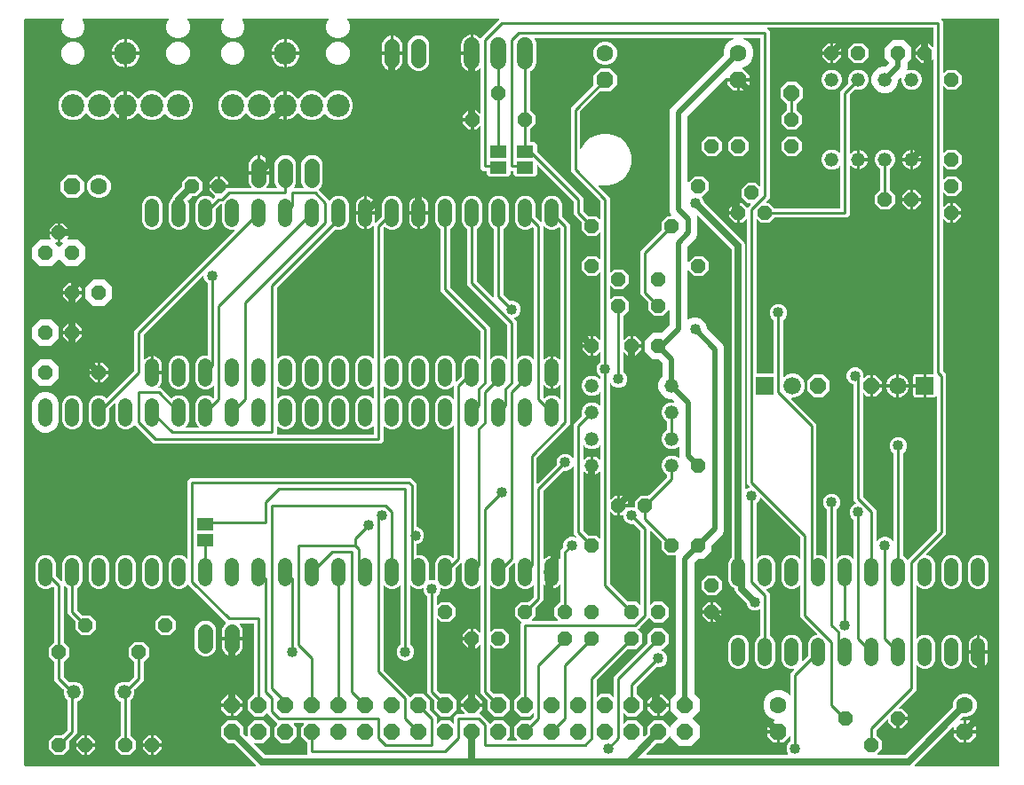
<source format=gbl>
G04 EAGLE Gerber RS-274X export*
G75*
%MOMM*%
%FSLAX34Y34*%
%LPD*%
%INBottom Copper*%
%IPPOS*%
%AMOC8*
5,1,8,0,0,1.08239X$1,22.5*%
G01*
%ADD10P,1.429621X8X202.500000*%
%ADD11C,1.320800*%
%ADD12P,1.429621X8X292.500000*%
%ADD13P,1.429621X8X22.500000*%
%ADD14P,1.429621X8X112.500000*%
%ADD15C,1.422400*%
%ADD16C,2.184400*%
%ADD17P,1.649562X8X22.500000*%
%ADD18P,1.732040X8X292.500000*%
%ADD19C,1.600200*%
%ADD20P,1.732040X8X202.500000*%
%ADD21P,1.649562X8X202.500000*%
%ADD22C,1.524000*%
%ADD23R,1.600200X1.168400*%
%ADD24R,1.714500X1.714500*%
%ADD25C,1.676400*%
%ADD26P,1.539592X8X22.500000*%
%ADD27C,1.320800*%
%ADD28C,0.711200*%
%ADD29C,1.016000*%
%ADD30C,0.254000*%
%ADD31C,0.508000*%

G36*
X225112Y17792D02*
X225112Y17792D01*
X225183Y17794D01*
X225232Y17812D01*
X225284Y17820D01*
X225347Y17854D01*
X225414Y17879D01*
X225455Y17911D01*
X225501Y17936D01*
X225550Y17987D01*
X225606Y18032D01*
X225635Y18076D01*
X225670Y18114D01*
X225701Y18179D01*
X225739Y18239D01*
X225752Y18290D01*
X225774Y18337D01*
X225782Y18408D01*
X225799Y18478D01*
X225795Y18530D01*
X225801Y18581D01*
X225786Y18652D01*
X225780Y18723D01*
X225760Y18771D01*
X225749Y18822D01*
X225712Y18883D01*
X225684Y18949D01*
X225639Y19005D01*
X225623Y19033D01*
X225605Y19048D01*
X225579Y19080D01*
X204751Y39908D01*
X204677Y39961D01*
X204608Y40021D01*
X204578Y40033D01*
X204551Y40052D01*
X204465Y40079D01*
X204380Y40113D01*
X204339Y40117D01*
X204316Y40124D01*
X204284Y40123D01*
X204213Y40131D01*
X198781Y40131D01*
X192531Y46381D01*
X192531Y55219D01*
X198781Y61469D01*
X207619Y61469D01*
X213869Y55219D01*
X213869Y49787D01*
X213883Y49697D01*
X213891Y49606D01*
X213903Y49576D01*
X213908Y49544D01*
X213951Y49464D01*
X213987Y49380D01*
X214013Y49348D01*
X214024Y49327D01*
X214047Y49305D01*
X214092Y49249D01*
X216632Y46709D01*
X216690Y46667D01*
X216742Y46618D01*
X216789Y46596D01*
X216831Y46565D01*
X216900Y46544D01*
X216965Y46514D01*
X217017Y46508D01*
X217067Y46493D01*
X217138Y46495D01*
X217209Y46487D01*
X217260Y46498D01*
X217312Y46499D01*
X217380Y46524D01*
X217450Y46539D01*
X217494Y46566D01*
X217543Y46584D01*
X217599Y46629D01*
X217661Y46665D01*
X217695Y46705D01*
X217735Y46737D01*
X217774Y46798D01*
X217821Y46852D01*
X217840Y46901D01*
X217868Y46944D01*
X217886Y47014D01*
X217913Y47080D01*
X217921Y47152D01*
X217929Y47183D01*
X217927Y47206D01*
X217931Y47247D01*
X217931Y55219D01*
X224181Y61469D01*
X233019Y61469D01*
X239269Y55219D01*
X239269Y46381D01*
X233019Y40131D01*
X225047Y40131D01*
X224976Y40120D01*
X224905Y40118D01*
X224856Y40100D01*
X224804Y40092D01*
X224741Y40058D01*
X224674Y40033D01*
X224633Y40001D01*
X224587Y39976D01*
X224538Y39924D01*
X224482Y39880D01*
X224453Y39836D01*
X224418Y39798D01*
X224387Y39733D01*
X224349Y39673D01*
X224336Y39622D01*
X224314Y39575D01*
X224306Y39504D01*
X224289Y39434D01*
X224293Y39382D01*
X224287Y39331D01*
X224302Y39260D01*
X224308Y39189D01*
X224328Y39141D01*
X224339Y39090D01*
X224376Y39029D01*
X224404Y38963D01*
X224449Y38907D01*
X224465Y38879D01*
X224483Y38864D01*
X224509Y38832D01*
X234288Y29053D01*
X234362Y29000D01*
X234431Y28940D01*
X234461Y28928D01*
X234488Y28909D01*
X234575Y28882D01*
X234659Y28848D01*
X234700Y28844D01*
X234723Y28837D01*
X234755Y28838D01*
X234826Y28830D01*
X274375Y28830D01*
X274446Y28841D01*
X274517Y28843D01*
X274566Y28861D01*
X274618Y28869D01*
X274681Y28903D01*
X274748Y28928D01*
X274789Y28960D01*
X274835Y28985D01*
X274884Y29037D01*
X274940Y29081D01*
X274969Y29125D01*
X275004Y29163D01*
X275035Y29228D01*
X275073Y29288D01*
X275086Y29339D01*
X275108Y29386D01*
X275116Y29457D01*
X275133Y29527D01*
X275129Y29579D01*
X275135Y29630D01*
X275120Y29701D01*
X275114Y29772D01*
X275094Y29820D01*
X275083Y29871D01*
X275081Y29873D01*
X275081Y39716D01*
X275067Y39806D01*
X275059Y39897D01*
X275047Y39926D01*
X275042Y39958D01*
X274999Y40039D01*
X274963Y40123D01*
X274937Y40155D01*
X274926Y40176D01*
X274903Y40198D01*
X274858Y40254D01*
X268731Y46381D01*
X268731Y55219D01*
X271394Y57882D01*
X271436Y57940D01*
X271485Y57992D01*
X271507Y58039D01*
X271537Y58081D01*
X271559Y58150D01*
X271589Y58215D01*
X271594Y58267D01*
X271610Y58317D01*
X271608Y58388D01*
X271616Y58459D01*
X271605Y58510D01*
X271603Y58562D01*
X271579Y58630D01*
X271564Y58700D01*
X271537Y58745D01*
X271519Y58793D01*
X271474Y58849D01*
X271437Y58911D01*
X271398Y58945D01*
X271365Y58985D01*
X271305Y59024D01*
X271250Y59071D01*
X271202Y59090D01*
X271158Y59118D01*
X271089Y59136D01*
X271022Y59163D01*
X270951Y59171D01*
X270920Y59179D01*
X270897Y59177D01*
X270856Y59181D01*
X262544Y59181D01*
X262474Y59170D01*
X262402Y59168D01*
X262353Y59150D01*
X262302Y59142D01*
X262238Y59108D01*
X262171Y59083D01*
X262130Y59051D01*
X262084Y59026D01*
X262035Y58974D01*
X261979Y58930D01*
X261951Y58886D01*
X261915Y58848D01*
X261885Y58783D01*
X261846Y58723D01*
X261833Y58672D01*
X261811Y58625D01*
X261803Y58554D01*
X261786Y58484D01*
X261790Y58432D01*
X261784Y58381D01*
X261799Y58310D01*
X261805Y58239D01*
X261825Y58191D01*
X261836Y58140D01*
X261873Y58079D01*
X261901Y58013D01*
X261946Y57957D01*
X261963Y57929D01*
X261980Y57914D01*
X262006Y57882D01*
X264669Y55219D01*
X264669Y46381D01*
X258419Y40131D01*
X249581Y40131D01*
X243331Y46381D01*
X243331Y55219D01*
X246039Y57927D01*
X246051Y57943D01*
X246066Y57955D01*
X246122Y58043D01*
X246183Y58127D01*
X246188Y58146D01*
X246199Y58162D01*
X246224Y58263D01*
X246255Y58362D01*
X246254Y58382D01*
X246259Y58401D01*
X246251Y58504D01*
X246249Y58608D01*
X246242Y58626D01*
X246240Y58646D01*
X246200Y58741D01*
X246164Y58839D01*
X246152Y58854D01*
X246144Y58872D01*
X246039Y59003D01*
X236803Y68239D01*
X236787Y68251D01*
X236775Y68266D01*
X236687Y68322D01*
X236604Y68383D01*
X236585Y68388D01*
X236568Y68399D01*
X236467Y68424D01*
X236369Y68455D01*
X236349Y68454D01*
X236329Y68459D01*
X236226Y68451D01*
X236123Y68449D01*
X236104Y68442D01*
X236084Y68440D01*
X235989Y68400D01*
X235892Y68364D01*
X235876Y68352D01*
X235858Y68344D01*
X235727Y68239D01*
X233019Y65531D01*
X224181Y65531D01*
X217931Y71781D01*
X217931Y80619D01*
X224058Y86746D01*
X224111Y86820D01*
X224171Y86890D01*
X224183Y86920D01*
X224202Y86946D01*
X224229Y87033D01*
X224263Y87118D01*
X224267Y87159D01*
X224274Y87181D01*
X224273Y87213D01*
X224281Y87284D01*
X224281Y153670D01*
X224278Y153690D01*
X224280Y153709D01*
X224258Y153811D01*
X224242Y153913D01*
X224232Y153930D01*
X224228Y153950D01*
X224175Y154039D01*
X224126Y154130D01*
X224112Y154144D01*
X224102Y154161D01*
X224023Y154228D01*
X223948Y154300D01*
X223930Y154308D01*
X223915Y154321D01*
X223819Y154360D01*
X223725Y154403D01*
X223705Y154405D01*
X223687Y154413D01*
X223520Y154431D01*
X211070Y154431D01*
X210999Y154420D01*
X210927Y154418D01*
X210878Y154400D01*
X210827Y154392D01*
X210763Y154358D01*
X210696Y154333D01*
X210655Y154301D01*
X210609Y154276D01*
X210560Y154224D01*
X210504Y154180D01*
X210476Y154136D01*
X210440Y154098D01*
X210410Y154033D01*
X210371Y153973D01*
X210358Y153922D01*
X210336Y153875D01*
X210329Y153804D01*
X210311Y153734D01*
X210315Y153682D01*
X210309Y153631D01*
X210325Y153560D01*
X210330Y153489D01*
X210351Y153441D01*
X210362Y153390D01*
X210398Y153329D01*
X210427Y153263D01*
X210471Y153207D01*
X210488Y153179D01*
X210506Y153164D01*
X210531Y153132D01*
X210563Y153100D01*
X211456Y151871D01*
X212146Y150517D01*
X212615Y149072D01*
X212853Y147572D01*
X212853Y141223D01*
X203962Y141223D01*
X203942Y141220D01*
X203923Y141222D01*
X203821Y141200D01*
X203719Y141183D01*
X203702Y141174D01*
X203682Y141170D01*
X203593Y141117D01*
X203502Y141068D01*
X203488Y141054D01*
X203471Y141044D01*
X203404Y140965D01*
X203333Y140890D01*
X203324Y140872D01*
X203311Y140857D01*
X203273Y140761D01*
X203229Y140667D01*
X203227Y140647D01*
X203219Y140629D01*
X203201Y140462D01*
X203201Y139699D01*
X203199Y139699D01*
X203199Y140462D01*
X203196Y140482D01*
X203198Y140501D01*
X203176Y140603D01*
X203159Y140705D01*
X203150Y140722D01*
X203146Y140742D01*
X203093Y140831D01*
X203044Y140922D01*
X203030Y140936D01*
X203020Y140953D01*
X202941Y141020D01*
X202866Y141091D01*
X202848Y141100D01*
X202833Y141113D01*
X202737Y141152D01*
X202643Y141195D01*
X202623Y141197D01*
X202605Y141205D01*
X202438Y141223D01*
X193547Y141223D01*
X193547Y147572D01*
X193785Y149072D01*
X194254Y150517D01*
X194944Y151871D01*
X195837Y153100D01*
X196912Y154175D01*
X197106Y154316D01*
X197162Y154373D01*
X197224Y154422D01*
X197248Y154459D01*
X197279Y154491D01*
X197314Y154562D01*
X197357Y154629D01*
X197368Y154672D01*
X197388Y154712D01*
X197398Y154791D01*
X197417Y154868D01*
X197414Y154912D01*
X197420Y154956D01*
X197404Y155034D01*
X197398Y155113D01*
X197381Y155154D01*
X197372Y155197D01*
X197333Y155266D01*
X197302Y155339D01*
X197265Y155385D01*
X197251Y155411D01*
X197230Y155429D01*
X197197Y155470D01*
X195483Y157184D01*
X161599Y191068D01*
X161583Y191080D01*
X161571Y191095D01*
X161483Y191151D01*
X161400Y191211D01*
X161381Y191217D01*
X161364Y191228D01*
X161263Y191253D01*
X161165Y191284D01*
X161145Y191283D01*
X161125Y191288D01*
X161022Y191280D01*
X160919Y191277D01*
X160900Y191271D01*
X160880Y191269D01*
X160785Y191229D01*
X160688Y191193D01*
X160672Y191181D01*
X160654Y191173D01*
X160523Y191068D01*
X157868Y188413D01*
X154320Y186943D01*
X150480Y186943D01*
X146932Y188413D01*
X144217Y191128D01*
X142747Y194676D01*
X142747Y211724D01*
X144217Y215272D01*
X146932Y217987D01*
X150480Y219457D01*
X154320Y219457D01*
X157868Y217987D01*
X159482Y216373D01*
X159540Y216331D01*
X159592Y216282D01*
X159639Y216260D01*
X159681Y216230D01*
X159750Y216209D01*
X159815Y216178D01*
X159867Y216173D01*
X159917Y216157D01*
X159988Y216159D01*
X160059Y216151D01*
X160110Y216162D01*
X160162Y216164D01*
X160230Y216188D01*
X160300Y216204D01*
X160345Y216230D01*
X160393Y216248D01*
X160449Y216293D01*
X160511Y216330D01*
X160545Y216369D01*
X160585Y216402D01*
X160624Y216462D01*
X160671Y216517D01*
X160690Y216565D01*
X160718Y216609D01*
X160736Y216678D01*
X160763Y216745D01*
X160771Y216816D01*
X160779Y216847D01*
X160777Y216871D01*
X160781Y216912D01*
X160781Y290714D01*
X163311Y293244D01*
X373264Y293244D01*
X378969Y287539D01*
X378969Y246958D01*
X378988Y246844D01*
X379005Y246727D01*
X379007Y246722D01*
X379008Y246716D01*
X379063Y246613D01*
X379116Y246508D01*
X379121Y246504D01*
X379124Y246498D01*
X379208Y246418D01*
X379292Y246336D01*
X379298Y246332D01*
X379302Y246329D01*
X379319Y246321D01*
X379439Y246255D01*
X382430Y245016D01*
X384716Y242730D01*
X385954Y239742D01*
X385954Y236508D01*
X384716Y233520D01*
X382430Y231234D01*
X379439Y229995D01*
X379339Y229933D01*
X379239Y229873D01*
X379235Y229869D01*
X379230Y229865D01*
X379155Y229775D01*
X379079Y229687D01*
X379077Y229681D01*
X379073Y229676D01*
X379031Y229567D01*
X378987Y229458D01*
X378986Y229451D01*
X378985Y229446D01*
X378984Y229428D01*
X378969Y229292D01*
X378969Y220218D01*
X378972Y220198D01*
X378970Y220179D01*
X378992Y220077D01*
X379008Y219975D01*
X379018Y219958D01*
X379022Y219938D01*
X379075Y219849D01*
X379124Y219758D01*
X379138Y219744D01*
X379148Y219727D01*
X379227Y219660D01*
X379302Y219588D01*
X379320Y219580D01*
X379335Y219567D01*
X379431Y219528D01*
X379525Y219485D01*
X379545Y219483D01*
X379563Y219475D01*
X379730Y219457D01*
X382920Y219457D01*
X386468Y217987D01*
X389183Y215272D01*
X390653Y211724D01*
X390653Y196001D01*
X390660Y195955D01*
X390658Y195909D01*
X390680Y195835D01*
X390692Y195758D01*
X390714Y195717D01*
X390727Y195673D01*
X390771Y195609D01*
X390808Y195540D01*
X390841Y195509D01*
X390867Y195471D01*
X390929Y195425D01*
X390986Y195371D01*
X391028Y195352D01*
X391064Y195324D01*
X391138Y195300D01*
X391209Y195267D01*
X391255Y195262D01*
X391298Y195248D01*
X391376Y195249D01*
X391453Y195240D01*
X391498Y195250D01*
X391544Y195251D01*
X391676Y195289D01*
X391694Y195293D01*
X391698Y195295D01*
X391705Y195297D01*
X392083Y195454D01*
X395317Y195454D01*
X395695Y195297D01*
X395739Y195287D01*
X395781Y195267D01*
X395858Y195259D01*
X395934Y195241D01*
X395980Y195245D01*
X396025Y195240D01*
X396102Y195257D01*
X396179Y195264D01*
X396221Y195283D01*
X396266Y195293D01*
X396333Y195333D01*
X396404Y195364D01*
X396438Y195395D01*
X396477Y195419D01*
X396528Y195478D01*
X396585Y195531D01*
X396607Y195571D01*
X396637Y195606D01*
X396666Y195678D01*
X396703Y195746D01*
X396712Y195791D01*
X396729Y195834D01*
X396744Y195970D01*
X396747Y195988D01*
X396746Y195993D01*
X396747Y196001D01*
X396747Y211724D01*
X398217Y215272D01*
X400932Y217987D01*
X404480Y219457D01*
X408320Y219457D01*
X411868Y217987D01*
X412935Y216920D01*
X412952Y216908D01*
X412964Y216892D01*
X413051Y216837D01*
X413135Y216776D01*
X413154Y216770D01*
X413171Y216759D01*
X413271Y216734D01*
X413370Y216704D01*
X413390Y216704D01*
X413409Y216699D01*
X413512Y216707D01*
X413616Y216710D01*
X413635Y216717D01*
X413655Y216718D01*
X413750Y216759D01*
X413847Y216794D01*
X413863Y216807D01*
X413881Y216815D01*
X414012Y216920D01*
X414558Y217466D01*
X414602Y217527D01*
X414635Y217561D01*
X414641Y217574D01*
X414671Y217609D01*
X414683Y217639D01*
X414702Y217666D01*
X414729Y217753D01*
X414763Y217837D01*
X414767Y217878D01*
X414774Y217901D01*
X414773Y217933D01*
X414781Y218004D01*
X414781Y341888D01*
X414770Y341959D01*
X414768Y342031D01*
X414750Y342080D01*
X414742Y342131D01*
X414708Y342195D01*
X414683Y342262D01*
X414651Y342303D01*
X414626Y342349D01*
X414574Y342398D01*
X414530Y342454D01*
X414486Y342482D01*
X414448Y342518D01*
X414383Y342548D01*
X414323Y342587D01*
X414272Y342600D01*
X414225Y342622D01*
X414154Y342629D01*
X414084Y342647D01*
X414032Y342643D01*
X413981Y342649D01*
X413910Y342633D01*
X413839Y342628D01*
X413791Y342608D01*
X413740Y342596D01*
X413679Y342560D01*
X413613Y342532D01*
X413557Y342487D01*
X413529Y342470D01*
X413514Y342452D01*
X413482Y342427D01*
X411868Y340813D01*
X408320Y339343D01*
X404480Y339343D01*
X400932Y340813D01*
X398217Y343528D01*
X396747Y347076D01*
X396747Y364124D01*
X398217Y367672D01*
X400932Y370387D01*
X404480Y371857D01*
X408320Y371857D01*
X411868Y370387D01*
X413482Y368773D01*
X413540Y368731D01*
X413592Y368682D01*
X413639Y368660D01*
X413681Y368630D01*
X413750Y368609D01*
X413815Y368578D01*
X413867Y368573D01*
X413917Y368557D01*
X413988Y368559D01*
X414059Y368551D01*
X414110Y368562D01*
X414162Y368564D01*
X414230Y368588D01*
X414300Y368604D01*
X414345Y368630D01*
X414393Y368648D01*
X414449Y368693D01*
X414511Y368730D01*
X414545Y368769D01*
X414585Y368802D01*
X414624Y368862D01*
X414671Y368917D01*
X414690Y368965D01*
X414718Y369009D01*
X414736Y369078D01*
X414763Y369145D01*
X414771Y369216D01*
X414779Y369247D01*
X414777Y369271D01*
X414781Y369312D01*
X414781Y379988D01*
X414770Y380059D01*
X414768Y380131D01*
X414750Y380180D01*
X414742Y380231D01*
X414708Y380295D01*
X414683Y380362D01*
X414651Y380403D01*
X414626Y380449D01*
X414574Y380498D01*
X414530Y380554D01*
X414486Y380582D01*
X414448Y380618D01*
X414383Y380648D01*
X414323Y380687D01*
X414272Y380700D01*
X414225Y380722D01*
X414154Y380729D01*
X414084Y380747D01*
X414032Y380743D01*
X413981Y380749D01*
X413910Y380733D01*
X413839Y380728D01*
X413791Y380708D01*
X413740Y380696D01*
X413679Y380660D01*
X413613Y380632D01*
X413557Y380587D01*
X413529Y380570D01*
X413514Y380552D01*
X413482Y380527D01*
X411868Y378913D01*
X408320Y377443D01*
X404480Y377443D01*
X400932Y378913D01*
X398217Y381628D01*
X396747Y385176D01*
X396747Y402224D01*
X398217Y405772D01*
X400932Y408487D01*
X404480Y409957D01*
X408320Y409957D01*
X411868Y408487D01*
X414583Y405772D01*
X416053Y402224D01*
X416053Y385898D01*
X416064Y385827D01*
X416066Y385756D01*
X416084Y385707D01*
X416092Y385655D01*
X416126Y385592D01*
X416151Y385525D01*
X416183Y385484D01*
X416208Y385438D01*
X416260Y385389D01*
X416304Y385333D01*
X416348Y385304D01*
X416386Y385269D01*
X416451Y385238D01*
X416511Y385200D01*
X416562Y385187D01*
X416609Y385165D01*
X416680Y385157D01*
X416750Y385140D01*
X416802Y385144D01*
X416853Y385138D01*
X416924Y385153D01*
X416995Y385159D01*
X417043Y385179D01*
X417094Y385190D01*
X417155Y385227D01*
X417221Y385255D01*
X417277Y385300D01*
X417305Y385316D01*
X417320Y385334D01*
X417352Y385360D01*
X421924Y389932D01*
X421977Y390006D01*
X422037Y390075D01*
X422049Y390105D01*
X422068Y390132D01*
X422095Y390219D01*
X422129Y390303D01*
X422133Y390344D01*
X422140Y390367D01*
X422139Y390399D01*
X422147Y390470D01*
X422147Y402224D01*
X423617Y405772D01*
X426332Y408487D01*
X429880Y409957D01*
X433720Y409957D01*
X437268Y408487D01*
X438882Y406873D01*
X438940Y406831D01*
X438992Y406782D01*
X439039Y406760D01*
X439081Y406730D01*
X439150Y406709D01*
X439215Y406678D01*
X439267Y406673D01*
X439317Y406657D01*
X439388Y406659D01*
X439459Y406651D01*
X439510Y406662D01*
X439562Y406664D01*
X439630Y406688D01*
X439700Y406704D01*
X439745Y406730D01*
X439793Y406748D01*
X439849Y406793D01*
X439911Y406830D01*
X439945Y406869D01*
X439985Y406902D01*
X440024Y406962D01*
X440071Y407017D01*
X440090Y407065D01*
X440118Y407109D01*
X440136Y407178D01*
X440163Y407245D01*
X440171Y407316D01*
X440179Y407347D01*
X440177Y407371D01*
X440181Y407412D01*
X440181Y432871D01*
X440167Y432961D01*
X440159Y433052D01*
X440147Y433082D01*
X440142Y433114D01*
X440099Y433194D01*
X440063Y433278D01*
X440037Y433310D01*
X440026Y433331D01*
X440003Y433353D01*
X439958Y433409D01*
X402081Y471286D01*
X402081Y530328D01*
X402062Y530443D01*
X402045Y530559D01*
X402043Y530565D01*
X402042Y530571D01*
X401987Y530673D01*
X401934Y530778D01*
X401929Y530783D01*
X401926Y530788D01*
X401842Y530868D01*
X401758Y530951D01*
X401752Y530954D01*
X401748Y530958D01*
X401731Y530966D01*
X401611Y531032D01*
X400932Y531313D01*
X398217Y534028D01*
X396747Y537576D01*
X396747Y554624D01*
X398217Y558172D01*
X400932Y560887D01*
X404480Y562357D01*
X408320Y562357D01*
X411868Y560887D01*
X414583Y558172D01*
X416053Y554624D01*
X416053Y537576D01*
X414583Y534028D01*
X411868Y531313D01*
X411189Y531032D01*
X411089Y530970D01*
X410989Y530910D01*
X410985Y530905D01*
X410980Y530902D01*
X410905Y530811D01*
X410829Y530723D01*
X410827Y530717D01*
X410823Y530712D01*
X410781Y530603D01*
X410737Y530495D01*
X410736Y530487D01*
X410735Y530483D01*
X410734Y530465D01*
X410719Y530328D01*
X410719Y475179D01*
X410733Y475089D01*
X410741Y474998D01*
X410753Y474968D01*
X410758Y474936D01*
X410801Y474856D01*
X410837Y474772D01*
X410863Y474740D01*
X410874Y474719D01*
X410897Y474697D01*
X410942Y474641D01*
X448819Y436764D01*
X448819Y407412D01*
X448830Y407341D01*
X448832Y407269D01*
X448850Y407220D01*
X448858Y407169D01*
X448892Y407105D01*
X448917Y407038D01*
X448949Y406997D01*
X448974Y406951D01*
X449026Y406902D01*
X449070Y406846D01*
X449114Y406818D01*
X449152Y406782D01*
X449217Y406752D01*
X449277Y406713D01*
X449328Y406700D01*
X449375Y406678D01*
X449446Y406671D01*
X449516Y406653D01*
X449568Y406657D01*
X449619Y406651D01*
X449690Y406667D01*
X449761Y406672D01*
X449809Y406692D01*
X449860Y406704D01*
X449921Y406740D01*
X449987Y406768D01*
X450043Y406813D01*
X450071Y406830D01*
X450086Y406848D01*
X450118Y406873D01*
X451732Y408487D01*
X455280Y409957D01*
X459120Y409957D01*
X462668Y408487D01*
X464282Y406873D01*
X464340Y406831D01*
X464392Y406782D01*
X464439Y406760D01*
X464481Y406730D01*
X464550Y406709D01*
X464615Y406678D01*
X464667Y406673D01*
X464717Y406657D01*
X464788Y406659D01*
X464859Y406651D01*
X464910Y406662D01*
X464962Y406664D01*
X465030Y406688D01*
X465100Y406704D01*
X465145Y406730D01*
X465193Y406748D01*
X465249Y406793D01*
X465311Y406830D01*
X465345Y406869D01*
X465385Y406902D01*
X465424Y406962D01*
X465471Y407017D01*
X465490Y407065D01*
X465518Y407109D01*
X465536Y407178D01*
X465563Y407245D01*
X465571Y407316D01*
X465579Y407347D01*
X465577Y407371D01*
X465581Y407412D01*
X465581Y439221D01*
X465567Y439311D01*
X465559Y439402D01*
X465547Y439432D01*
X465542Y439464D01*
X465499Y439544D01*
X465463Y439628D01*
X465437Y439660D01*
X465426Y439681D01*
X465403Y439703D01*
X465358Y439759D01*
X427481Y477636D01*
X427481Y530328D01*
X427462Y530443D01*
X427445Y530559D01*
X427443Y530565D01*
X427442Y530571D01*
X427387Y530673D01*
X427334Y530778D01*
X427329Y530783D01*
X427326Y530788D01*
X427242Y530868D01*
X427158Y530951D01*
X427152Y530954D01*
X427148Y530958D01*
X427131Y530966D01*
X427011Y531032D01*
X426332Y531313D01*
X423617Y534028D01*
X422147Y537576D01*
X422147Y554624D01*
X423617Y558172D01*
X426332Y560887D01*
X429880Y562357D01*
X433720Y562357D01*
X437268Y560887D01*
X439983Y558172D01*
X441453Y554624D01*
X441453Y537576D01*
X439983Y534028D01*
X437268Y531313D01*
X436589Y531032D01*
X436489Y530970D01*
X436389Y530910D01*
X436385Y530905D01*
X436380Y530902D01*
X436305Y530811D01*
X436229Y530723D01*
X436227Y530717D01*
X436223Y530712D01*
X436181Y530603D01*
X436137Y530495D01*
X436136Y530487D01*
X436135Y530483D01*
X436134Y530465D01*
X436119Y530328D01*
X436119Y481529D01*
X436133Y481439D01*
X436141Y481348D01*
X436153Y481318D01*
X436158Y481286D01*
X436201Y481206D01*
X436237Y481122D01*
X436263Y481090D01*
X436274Y481069D01*
X436297Y481047D01*
X436342Y480991D01*
X451582Y465751D01*
X451640Y465709D01*
X451692Y465660D01*
X451739Y465638D01*
X451781Y465607D01*
X451850Y465586D01*
X451915Y465556D01*
X451967Y465550D01*
X452017Y465535D01*
X452088Y465537D01*
X452159Y465529D01*
X452210Y465540D01*
X452262Y465541D01*
X452330Y465566D01*
X452400Y465581D01*
X452445Y465608D01*
X452493Y465626D01*
X452549Y465671D01*
X452611Y465707D01*
X452645Y465747D01*
X452685Y465779D01*
X452724Y465840D01*
X452771Y465894D01*
X452790Y465943D01*
X452818Y465986D01*
X452836Y466056D01*
X452863Y466122D01*
X452871Y466194D01*
X452879Y466225D01*
X452877Y466248D01*
X452881Y466289D01*
X452881Y530328D01*
X452862Y530443D01*
X452845Y530559D01*
X452843Y530565D01*
X452842Y530571D01*
X452787Y530673D01*
X452734Y530778D01*
X452729Y530783D01*
X452726Y530788D01*
X452642Y530868D01*
X452558Y530951D01*
X452552Y530954D01*
X452548Y530958D01*
X452531Y530966D01*
X452411Y531032D01*
X451732Y531313D01*
X449017Y534028D01*
X447547Y537576D01*
X447547Y554624D01*
X449017Y558172D01*
X451732Y560887D01*
X455280Y562357D01*
X459120Y562357D01*
X462668Y560887D01*
X465383Y558172D01*
X466853Y554624D01*
X466853Y537576D01*
X465383Y534028D01*
X462668Y531313D01*
X461989Y531032D01*
X461889Y530970D01*
X461789Y530910D01*
X461785Y530905D01*
X461780Y530902D01*
X461705Y530811D01*
X461629Y530723D01*
X461627Y530717D01*
X461623Y530712D01*
X461581Y530603D01*
X461537Y530495D01*
X461536Y530487D01*
X461535Y530483D01*
X461534Y530465D01*
X461519Y530328D01*
X461519Y468829D01*
X461533Y468739D01*
X461541Y468648D01*
X461553Y468618D01*
X461558Y468586D01*
X461601Y468506D01*
X461637Y468422D01*
X461663Y468390D01*
X461674Y468369D01*
X461697Y468347D01*
X461742Y468291D01*
X467656Y462377D01*
X467730Y462324D01*
X467799Y462264D01*
X467829Y462252D01*
X467856Y462233D01*
X467943Y462206D01*
X468027Y462172D01*
X468068Y462168D01*
X468091Y462161D01*
X468123Y462162D01*
X468194Y462154D01*
X471517Y462154D01*
X474505Y460916D01*
X476791Y458630D01*
X478029Y455642D01*
X478029Y452408D01*
X476791Y449420D01*
X474505Y447134D01*
X472512Y446309D01*
X472473Y446284D01*
X472430Y446269D01*
X472378Y446227D01*
X472346Y446210D01*
X472336Y446199D01*
X472303Y446179D01*
X472274Y446144D01*
X472238Y446115D01*
X472201Y446058D01*
X472176Y446031D01*
X472170Y446018D01*
X472147Y445990D01*
X472130Y445947D01*
X472105Y445908D01*
X472089Y445843D01*
X472073Y445808D01*
X472071Y445793D01*
X472058Y445760D01*
X472056Y445714D01*
X472045Y445670D01*
X472050Y445605D01*
X472046Y445564D01*
X472049Y445547D01*
X472048Y445514D01*
X472061Y445470D01*
X472064Y445424D01*
X472088Y445368D01*
X472098Y445323D01*
X472108Y445306D01*
X472117Y445278D01*
X472143Y445240D01*
X472161Y445198D01*
X472209Y445138D01*
X472224Y445112D01*
X472241Y445098D01*
X472246Y445091D01*
X472257Y445076D01*
X472261Y445073D01*
X472266Y445067D01*
X474219Y443114D01*
X474219Y407412D01*
X474230Y407341D01*
X474232Y407269D01*
X474250Y407220D01*
X474258Y407169D01*
X474292Y407105D01*
X474317Y407038D01*
X474349Y406997D01*
X474374Y406951D01*
X474426Y406902D01*
X474470Y406846D01*
X474514Y406818D01*
X474552Y406782D01*
X474617Y406752D01*
X474677Y406713D01*
X474728Y406700D01*
X474775Y406678D01*
X474846Y406671D01*
X474916Y406653D01*
X474968Y406657D01*
X475019Y406651D01*
X475090Y406667D01*
X475161Y406672D01*
X475209Y406692D01*
X475260Y406704D01*
X475321Y406740D01*
X475387Y406768D01*
X475443Y406813D01*
X475471Y406830D01*
X475486Y406848D01*
X475518Y406873D01*
X477132Y408487D01*
X480680Y409957D01*
X484520Y409957D01*
X488068Y408487D01*
X489682Y406873D01*
X489740Y406831D01*
X489792Y406782D01*
X489839Y406760D01*
X489881Y406730D01*
X489950Y406709D01*
X490015Y406678D01*
X490067Y406673D01*
X490117Y406657D01*
X490188Y406659D01*
X490259Y406651D01*
X490310Y406662D01*
X490362Y406664D01*
X490430Y406688D01*
X490500Y406704D01*
X490545Y406730D01*
X490593Y406748D01*
X490649Y406793D01*
X490711Y406830D01*
X490745Y406869D01*
X490785Y406902D01*
X490824Y406962D01*
X490871Y407017D01*
X490890Y407065D01*
X490918Y407109D01*
X490936Y407178D01*
X490963Y407245D01*
X490971Y407316D01*
X490979Y407347D01*
X490977Y407371D01*
X490981Y407412D01*
X490981Y531296D01*
X490967Y531386D01*
X490959Y531477D01*
X490947Y531507D01*
X490942Y531539D01*
X490899Y531619D01*
X490863Y531703D01*
X490837Y531735D01*
X490826Y531756D01*
X490803Y531778D01*
X490758Y531834D01*
X490212Y532380D01*
X490196Y532392D01*
X490183Y532408D01*
X490096Y532464D01*
X490012Y532524D01*
X489993Y532530D01*
X489976Y532541D01*
X489876Y532566D01*
X489777Y532596D01*
X489757Y532596D01*
X489738Y532601D01*
X489635Y532593D01*
X489531Y532590D01*
X489513Y532583D01*
X489493Y532582D01*
X489398Y532541D01*
X489300Y532506D01*
X489285Y532493D01*
X489266Y532485D01*
X489135Y532380D01*
X488068Y531313D01*
X484520Y529843D01*
X480680Y529843D01*
X477132Y531313D01*
X474417Y534028D01*
X472947Y537576D01*
X472947Y554624D01*
X474417Y558172D01*
X477132Y560887D01*
X480680Y562357D01*
X484520Y562357D01*
X488068Y560887D01*
X490783Y558172D01*
X492253Y554624D01*
X492253Y542870D01*
X492267Y542780D01*
X492275Y542689D01*
X492287Y542659D01*
X492292Y542627D01*
X492335Y542547D01*
X492371Y542463D01*
X492397Y542431D01*
X492408Y542410D01*
X492431Y542388D01*
X492476Y542332D01*
X497048Y537760D01*
X497106Y537718D01*
X497158Y537669D01*
X497205Y537647D01*
X497247Y537616D01*
X497316Y537595D01*
X497381Y537565D01*
X497433Y537559D01*
X497483Y537544D01*
X497554Y537546D01*
X497625Y537538D01*
X497676Y537549D01*
X497728Y537550D01*
X497796Y537575D01*
X497866Y537590D01*
X497911Y537617D01*
X497959Y537635D01*
X498015Y537680D01*
X498077Y537716D01*
X498111Y537756D01*
X498151Y537788D01*
X498190Y537849D01*
X498237Y537903D01*
X498256Y537952D01*
X498284Y537995D01*
X498302Y538065D01*
X498329Y538131D01*
X498337Y538203D01*
X498345Y538234D01*
X498343Y538257D01*
X498347Y538298D01*
X498347Y554624D01*
X499817Y558172D01*
X502532Y560887D01*
X506080Y562357D01*
X509920Y562357D01*
X513468Y560887D01*
X516183Y558172D01*
X517653Y554624D01*
X517653Y542870D01*
X517667Y542780D01*
X517675Y542689D01*
X517687Y542659D01*
X517692Y542627D01*
X517735Y542547D01*
X517771Y542463D01*
X517797Y542431D01*
X517808Y542410D01*
X517831Y542388D01*
X517876Y542332D01*
X525019Y535189D01*
X525019Y344286D01*
X493492Y312759D01*
X493439Y312685D01*
X493379Y312616D01*
X493367Y312586D01*
X493348Y312559D01*
X493321Y312472D01*
X493287Y312388D01*
X493283Y312347D01*
X493276Y312324D01*
X493277Y312292D01*
X493269Y312221D01*
X493269Y288489D01*
X493280Y288418D01*
X493282Y288347D01*
X493300Y288298D01*
X493308Y288246D01*
X493342Y288183D01*
X493367Y288116D01*
X493399Y288075D01*
X493424Y288029D01*
X493476Y287980D01*
X493520Y287924D01*
X493564Y287895D01*
X493602Y287860D01*
X493667Y287829D01*
X493727Y287791D01*
X493778Y287778D01*
X493825Y287756D01*
X493896Y287748D01*
X493966Y287731D01*
X494018Y287735D01*
X494069Y287729D01*
X494140Y287744D01*
X494211Y287750D01*
X494259Y287770D01*
X494310Y287781D01*
X494371Y287818D01*
X494437Y287846D01*
X494493Y287891D01*
X494521Y287907D01*
X494536Y287925D01*
X494568Y287951D01*
X512348Y305731D01*
X512401Y305805D01*
X512461Y305874D01*
X512473Y305904D01*
X512492Y305931D01*
X512519Y306018D01*
X512553Y306102D01*
X512557Y306143D01*
X512564Y306166D01*
X512563Y306198D01*
X512571Y306269D01*
X512571Y309592D01*
X513809Y312580D01*
X516095Y314866D01*
X519083Y316104D01*
X522317Y316104D01*
X525305Y314866D01*
X527591Y312580D01*
X527617Y312518D01*
X527668Y312435D01*
X527714Y312349D01*
X527733Y312331D01*
X527746Y312309D01*
X527821Y312247D01*
X527892Y312180D01*
X527916Y312169D01*
X527936Y312152D01*
X528027Y312117D01*
X528115Y312076D01*
X528141Y312073D01*
X528165Y312064D01*
X528263Y312060D01*
X528359Y312049D01*
X528385Y312055D01*
X528411Y312054D01*
X528505Y312081D01*
X528600Y312101D01*
X528622Y312115D01*
X528647Y312122D01*
X528727Y312178D01*
X528811Y312228D01*
X528828Y312247D01*
X528849Y312262D01*
X528908Y312340D01*
X528971Y312414D01*
X528981Y312439D01*
X528996Y312460D01*
X529026Y312552D01*
X529063Y312643D01*
X529066Y312675D01*
X529072Y312694D01*
X529072Y312727D01*
X529081Y312809D01*
X529081Y344689D01*
X536564Y352171D01*
X536632Y352266D01*
X536702Y352360D01*
X536703Y352366D01*
X536707Y352371D01*
X536741Y352483D01*
X536778Y352594D01*
X536778Y352600D01*
X536779Y352606D01*
X536776Y352723D01*
X536776Y352765D01*
X536777Y352770D01*
X536776Y352773D01*
X536775Y352840D01*
X536773Y352847D01*
X536773Y352852D01*
X536767Y352869D01*
X536729Y353001D01*
X536447Y353680D01*
X536447Y357520D01*
X537917Y361068D01*
X540632Y363783D01*
X544180Y365253D01*
X548020Y365253D01*
X551568Y363783D01*
X553182Y362169D01*
X553240Y362127D01*
X553292Y362078D01*
X553339Y362056D01*
X553381Y362026D01*
X553450Y362005D01*
X553515Y361974D01*
X553567Y361969D01*
X553617Y361953D01*
X553688Y361955D01*
X553759Y361947D01*
X553810Y361958D01*
X553862Y361960D01*
X553930Y361984D01*
X554000Y362000D01*
X554045Y362026D01*
X554093Y362044D01*
X554149Y362089D01*
X554211Y362126D01*
X554245Y362165D01*
X554285Y362198D01*
X554324Y362258D01*
X554371Y362313D01*
X554390Y362361D01*
X554418Y362405D01*
X554436Y362474D01*
X554463Y362541D01*
X554471Y362612D01*
X554479Y362643D01*
X554477Y362667D01*
X554481Y362708D01*
X554481Y373892D01*
X554470Y373963D01*
X554468Y374035D01*
X554450Y374084D01*
X554442Y374135D01*
X554408Y374199D01*
X554383Y374266D01*
X554351Y374307D01*
X554326Y374353D01*
X554274Y374402D01*
X554230Y374458D01*
X554186Y374486D01*
X554148Y374522D01*
X554083Y374552D01*
X554023Y374591D01*
X553972Y374604D01*
X553925Y374626D01*
X553854Y374633D01*
X553784Y374651D01*
X553732Y374647D01*
X553681Y374653D01*
X553610Y374637D01*
X553539Y374632D01*
X553491Y374612D01*
X553440Y374600D01*
X553379Y374564D01*
X553313Y374536D01*
X553257Y374491D01*
X553229Y374474D01*
X553214Y374456D01*
X553182Y374431D01*
X551568Y372817D01*
X548020Y371347D01*
X544180Y371347D01*
X540632Y372817D01*
X537917Y375532D01*
X536447Y379080D01*
X536447Y382920D01*
X537917Y386468D01*
X540632Y389183D01*
X544180Y390653D01*
X548020Y390653D01*
X551568Y389183D01*
X553182Y387569D01*
X553240Y387527D01*
X553292Y387478D01*
X553339Y387456D01*
X553381Y387426D01*
X553450Y387405D01*
X553515Y387374D01*
X553567Y387369D01*
X553617Y387353D01*
X553688Y387355D01*
X553759Y387347D01*
X553810Y387358D01*
X553862Y387360D01*
X553930Y387384D01*
X554000Y387400D01*
X554045Y387426D01*
X554093Y387444D01*
X554149Y387489D01*
X554211Y387526D01*
X554245Y387565D01*
X554285Y387598D01*
X554324Y387658D01*
X554371Y387713D01*
X554390Y387761D01*
X554418Y387805D01*
X554436Y387874D01*
X554463Y387941D01*
X554471Y388012D01*
X554479Y388043D01*
X554477Y388067D01*
X554481Y388108D01*
X554481Y389383D01*
X554467Y389473D01*
X554459Y389564D01*
X554447Y389593D01*
X554442Y389625D01*
X554399Y389706D01*
X554363Y389790D01*
X554337Y389822D01*
X554326Y389843D01*
X554303Y389865D01*
X554258Y389921D01*
X551909Y392270D01*
X550671Y395258D01*
X550671Y398492D01*
X551909Y401480D01*
X554258Y403829D01*
X554311Y403903D01*
X554371Y403972D01*
X554383Y404003D01*
X554402Y404029D01*
X554429Y404116D01*
X554463Y404201D01*
X554467Y404242D01*
X554474Y404264D01*
X554473Y404296D01*
X554481Y404367D01*
X554481Y412711D01*
X554470Y412782D01*
X554468Y412853D01*
X554450Y412902D01*
X554442Y412954D01*
X554408Y413017D01*
X554383Y413084D01*
X554351Y413125D01*
X554326Y413171D01*
X554274Y413220D01*
X554230Y413276D01*
X554186Y413305D01*
X554148Y413340D01*
X554083Y413371D01*
X554023Y413409D01*
X553972Y413422D01*
X553925Y413444D01*
X553854Y413452D01*
X553784Y413469D01*
X553732Y413465D01*
X553681Y413471D01*
X553610Y413456D01*
X553539Y413450D01*
X553491Y413430D01*
X553440Y413419D01*
X553379Y413382D01*
X553313Y413354D01*
X553257Y413309D01*
X553229Y413293D01*
X553214Y413275D01*
X553182Y413249D01*
X549888Y409955D01*
X547623Y409955D01*
X547623Y418338D01*
X547620Y418358D01*
X547622Y418377D01*
X547600Y418479D01*
X547583Y418581D01*
X547574Y418598D01*
X547570Y418618D01*
X547517Y418707D01*
X547468Y418798D01*
X547454Y418812D01*
X547444Y418829D01*
X547365Y418896D01*
X547290Y418967D01*
X547272Y418976D01*
X547257Y418989D01*
X547161Y419027D01*
X547067Y419071D01*
X547047Y419073D01*
X547029Y419081D01*
X546862Y419099D01*
X546099Y419099D01*
X546099Y419101D01*
X546862Y419101D01*
X546882Y419104D01*
X546901Y419102D01*
X547003Y419124D01*
X547105Y419141D01*
X547122Y419150D01*
X547142Y419154D01*
X547231Y419207D01*
X547322Y419256D01*
X547336Y419270D01*
X547353Y419280D01*
X547420Y419359D01*
X547491Y419434D01*
X547500Y419452D01*
X547513Y419467D01*
X547552Y419563D01*
X547595Y419657D01*
X547597Y419677D01*
X547605Y419695D01*
X547623Y419862D01*
X547623Y428245D01*
X549888Y428245D01*
X553182Y424951D01*
X553240Y424909D01*
X553292Y424860D01*
X553339Y424838D01*
X553381Y424807D01*
X553450Y424786D01*
X553515Y424756D01*
X553567Y424750D01*
X553617Y424735D01*
X553688Y424737D01*
X553759Y424729D01*
X553810Y424740D01*
X553862Y424741D01*
X553930Y424766D01*
X554000Y424781D01*
X554045Y424808D01*
X554093Y424826D01*
X554149Y424871D01*
X554211Y424907D01*
X554245Y424947D01*
X554285Y424979D01*
X554324Y425040D01*
X554371Y425094D01*
X554390Y425143D01*
X554418Y425186D01*
X554436Y425256D01*
X554463Y425322D01*
X554471Y425394D01*
X554479Y425425D01*
X554477Y425448D01*
X554481Y425489D01*
X554481Y488192D01*
X554470Y488263D01*
X554468Y488335D01*
X554450Y488384D01*
X554442Y488435D01*
X554408Y488499D01*
X554383Y488566D01*
X554351Y488607D01*
X554326Y488653D01*
X554274Y488702D01*
X554230Y488758D01*
X554186Y488786D01*
X554148Y488822D01*
X554083Y488852D01*
X554023Y488891D01*
X553972Y488904D01*
X553925Y488926D01*
X553854Y488933D01*
X553784Y488951D01*
X553732Y488947D01*
X553681Y488953D01*
X553610Y488937D01*
X553539Y488932D01*
X553491Y488912D01*
X553440Y488900D01*
X553379Y488864D01*
X553313Y488836D01*
X553257Y488791D01*
X553229Y488774D01*
X553214Y488756D01*
X553182Y488731D01*
X550098Y485647D01*
X542102Y485647D01*
X536447Y491302D01*
X536447Y499298D01*
X542102Y504953D01*
X550098Y504953D01*
X553182Y501869D01*
X553240Y501827D01*
X553292Y501778D01*
X553339Y501756D01*
X553381Y501726D01*
X553450Y501705D01*
X553515Y501674D01*
X553567Y501669D01*
X553617Y501653D01*
X553688Y501655D01*
X553759Y501647D01*
X553810Y501658D01*
X553862Y501660D01*
X553930Y501684D01*
X554000Y501700D01*
X554045Y501726D01*
X554093Y501744D01*
X554149Y501789D01*
X554211Y501826D01*
X554245Y501865D01*
X554285Y501898D01*
X554324Y501958D01*
X554371Y502013D01*
X554390Y502061D01*
X554418Y502105D01*
X554436Y502174D01*
X554463Y502241D01*
X554471Y502312D01*
X554479Y502343D01*
X554477Y502367D01*
X554481Y502408D01*
X554481Y526292D01*
X554470Y526363D01*
X554468Y526435D01*
X554450Y526484D01*
X554442Y526535D01*
X554408Y526599D01*
X554383Y526666D01*
X554351Y526707D01*
X554326Y526753D01*
X554274Y526802D01*
X554230Y526858D01*
X554186Y526886D01*
X554148Y526922D01*
X554083Y526952D01*
X554023Y526991D01*
X553972Y527004D01*
X553925Y527026D01*
X553854Y527033D01*
X553784Y527051D01*
X553732Y527047D01*
X553681Y527053D01*
X553610Y527037D01*
X553539Y527032D01*
X553491Y527012D01*
X553440Y527000D01*
X553379Y526964D01*
X553313Y526936D01*
X553257Y526891D01*
X553229Y526874D01*
X553214Y526856D01*
X553182Y526831D01*
X550098Y523747D01*
X542102Y523747D01*
X536447Y529402D01*
X536447Y536630D01*
X536433Y536720D01*
X536425Y536811D01*
X536413Y536841D01*
X536408Y536873D01*
X536365Y536953D01*
X536329Y537037D01*
X536303Y537069D01*
X536292Y537090D01*
X536269Y537112D01*
X536224Y537168D01*
X529081Y544311D01*
X529081Y556696D01*
X529067Y556786D01*
X529059Y556877D01*
X529047Y556907D01*
X529042Y556939D01*
X528999Y557019D01*
X528963Y557103D01*
X528937Y557135D01*
X528926Y557156D01*
X528903Y557178D01*
X528858Y557234D01*
X494949Y591143D01*
X494891Y591185D01*
X494839Y591234D01*
X494792Y591256D01*
X494750Y591287D01*
X494681Y591308D01*
X494616Y591338D01*
X494564Y591344D01*
X494514Y591359D01*
X494443Y591357D01*
X494372Y591365D01*
X494321Y591354D01*
X494269Y591353D01*
X494201Y591328D01*
X494131Y591313D01*
X494086Y591286D01*
X494038Y591268D01*
X493982Y591223D01*
X493920Y591187D01*
X493886Y591147D01*
X493846Y591115D01*
X493807Y591054D01*
X493760Y591000D01*
X493741Y590951D01*
X493713Y590908D01*
X493695Y590838D01*
X493668Y590772D01*
X493660Y590700D01*
X493652Y590669D01*
X493654Y590646D01*
X493650Y590605D01*
X493650Y582175D01*
X491864Y580389D01*
X473336Y580389D01*
X471550Y582175D01*
X471550Y585470D01*
X471547Y585490D01*
X471549Y585509D01*
X471527Y585611D01*
X471511Y585713D01*
X471501Y585730D01*
X471497Y585750D01*
X471444Y585839D01*
X471395Y585930D01*
X471381Y585944D01*
X471371Y585961D01*
X471292Y586028D01*
X471217Y586100D01*
X471199Y586108D01*
X471184Y586121D01*
X471088Y586160D01*
X470994Y586203D01*
X470974Y586205D01*
X470956Y586213D01*
X470789Y586231D01*
X469011Y586231D01*
X468991Y586228D01*
X468972Y586230D01*
X468870Y586208D01*
X468768Y586192D01*
X468751Y586182D01*
X468731Y586178D01*
X468642Y586125D01*
X468551Y586076D01*
X468537Y586062D01*
X468520Y586052D01*
X468453Y585973D01*
X468381Y585898D01*
X468373Y585880D01*
X468360Y585865D01*
X468321Y585769D01*
X468278Y585675D01*
X468276Y585655D01*
X468268Y585637D01*
X468250Y585470D01*
X468250Y582175D01*
X466464Y580389D01*
X447936Y580389D01*
X446150Y582175D01*
X446150Y585470D01*
X446147Y585490D01*
X446149Y585509D01*
X446127Y585611D01*
X446111Y585713D01*
X446101Y585730D01*
X446097Y585750D01*
X446044Y585839D01*
X445995Y585930D01*
X445981Y585944D01*
X445971Y585961D01*
X445892Y586028D01*
X445817Y586100D01*
X445799Y586108D01*
X445784Y586121D01*
X445688Y586160D01*
X445594Y586203D01*
X445574Y586205D01*
X445556Y586213D01*
X445389Y586231D01*
X442711Y586231D01*
X440181Y588761D01*
X440181Y628357D01*
X440170Y628428D01*
X440168Y628499D01*
X440150Y628548D01*
X440142Y628600D01*
X440108Y628663D01*
X440083Y628730D01*
X440051Y628771D01*
X440026Y628817D01*
X439974Y628866D01*
X439930Y628922D01*
X439886Y628951D01*
X439848Y628986D01*
X439783Y629017D01*
X439723Y629055D01*
X439672Y629068D01*
X439625Y629090D01*
X439554Y629098D01*
X439484Y629115D01*
X439432Y629111D01*
X439381Y629117D01*
X439310Y629102D01*
X439239Y629096D01*
X439191Y629076D01*
X439140Y629065D01*
X439079Y629028D01*
X439013Y629000D01*
X438957Y628955D01*
X438929Y628939D01*
X438914Y628921D01*
X438882Y628895D01*
X435842Y625855D01*
X433577Y625855D01*
X433577Y634238D01*
X433574Y634258D01*
X433576Y634277D01*
X433554Y634379D01*
X433537Y634481D01*
X433528Y634498D01*
X433524Y634518D01*
X433471Y634607D01*
X433422Y634698D01*
X433408Y634712D01*
X433398Y634729D01*
X433319Y634796D01*
X433244Y634867D01*
X433226Y634876D01*
X433211Y634889D01*
X433115Y634927D01*
X433021Y634971D01*
X433001Y634973D01*
X432983Y634981D01*
X432816Y634999D01*
X432053Y634999D01*
X432053Y635001D01*
X432816Y635001D01*
X432836Y635004D01*
X432855Y635002D01*
X432957Y635024D01*
X433059Y635041D01*
X433076Y635050D01*
X433096Y635054D01*
X433185Y635107D01*
X433276Y635156D01*
X433290Y635170D01*
X433307Y635180D01*
X433374Y635259D01*
X433445Y635334D01*
X433454Y635352D01*
X433467Y635367D01*
X433506Y635463D01*
X433549Y635557D01*
X433551Y635577D01*
X433559Y635595D01*
X433577Y635762D01*
X433577Y644145D01*
X435842Y644145D01*
X438882Y641105D01*
X438940Y641063D01*
X438992Y641014D01*
X439039Y640992D01*
X439081Y640961D01*
X439150Y640940D01*
X439215Y640910D01*
X439267Y640904D01*
X439317Y640889D01*
X439388Y640891D01*
X439459Y640883D01*
X439510Y640894D01*
X439562Y640895D01*
X439630Y640920D01*
X439700Y640935D01*
X439745Y640962D01*
X439793Y640980D01*
X439849Y641025D01*
X439911Y641061D01*
X439945Y641101D01*
X439985Y641133D01*
X440024Y641194D01*
X440071Y641248D01*
X440090Y641297D01*
X440118Y641340D01*
X440136Y641410D01*
X440163Y641476D01*
X440171Y641548D01*
X440179Y641579D01*
X440177Y641602D01*
X440181Y641643D01*
X440181Y683054D01*
X440170Y683125D01*
X440168Y683196D01*
X440150Y683245D01*
X440142Y683297D01*
X440108Y683360D01*
X440083Y683427D01*
X440051Y683468D01*
X440026Y683514D01*
X439974Y683564D01*
X439930Y683619D01*
X439886Y683648D01*
X439848Y683684D01*
X439783Y683714D01*
X439723Y683752D01*
X439672Y683765D01*
X439625Y683787D01*
X439554Y683795D01*
X439484Y683813D01*
X439432Y683808D01*
X439381Y683814D01*
X439310Y683799D01*
X439239Y683793D01*
X439191Y683773D01*
X439140Y683762D01*
X439079Y683725D01*
X439013Y683697D01*
X438957Y683652D01*
X438929Y683636D01*
X438914Y683618D01*
X438882Y683592D01*
X438419Y683130D01*
X437125Y682190D01*
X435700Y681464D01*
X434179Y680969D01*
X433323Y680834D01*
X433323Y697738D01*
X433320Y697758D01*
X433322Y697777D01*
X433300Y697878D01*
X433283Y697981D01*
X433274Y697998D01*
X433270Y698018D01*
X433217Y698107D01*
X433168Y698198D01*
X433154Y698212D01*
X433144Y698229D01*
X433065Y698296D01*
X432990Y698367D01*
X432972Y698376D01*
X432957Y698389D01*
X432861Y698427D01*
X432767Y698471D01*
X432747Y698473D01*
X432729Y698481D01*
X432562Y698499D01*
X431799Y698499D01*
X431799Y698501D01*
X432562Y698501D01*
X432582Y698504D01*
X432601Y698502D01*
X432703Y698524D01*
X432805Y698541D01*
X432822Y698550D01*
X432842Y698554D01*
X432931Y698607D01*
X433022Y698656D01*
X433036Y698670D01*
X433053Y698680D01*
X433120Y698759D01*
X433191Y698834D01*
X433200Y698852D01*
X433213Y698867D01*
X433252Y698963D01*
X433295Y699057D01*
X433297Y699077D01*
X433305Y699095D01*
X433323Y699262D01*
X433323Y716166D01*
X434179Y716031D01*
X435700Y715536D01*
X437125Y714810D01*
X438419Y713870D01*
X439203Y713087D01*
X439219Y713075D01*
X439231Y713060D01*
X439318Y713004D01*
X439402Y712943D01*
X439421Y712937D01*
X439438Y712927D01*
X439539Y712901D01*
X439637Y712871D01*
X439657Y712871D01*
X439677Y712867D01*
X439780Y712875D01*
X439883Y712877D01*
X439902Y712884D01*
X439922Y712886D01*
X440017Y712926D01*
X440114Y712962D01*
X440130Y712974D01*
X440148Y712982D01*
X440279Y713087D01*
X455833Y728641D01*
X457412Y730220D01*
X457454Y730278D01*
X457503Y730330D01*
X457525Y730377D01*
X457556Y730419D01*
X457577Y730488D01*
X457607Y730553D01*
X457613Y730605D01*
X457628Y730655D01*
X457626Y730726D01*
X457634Y730797D01*
X457623Y730848D01*
X457622Y730900D01*
X457597Y730968D01*
X457582Y731038D01*
X457555Y731083D01*
X457537Y731131D01*
X457492Y731187D01*
X457456Y731249D01*
X457416Y731283D01*
X457384Y731323D01*
X457323Y731362D01*
X457269Y731409D01*
X457220Y731428D01*
X457177Y731456D01*
X457107Y731474D01*
X457041Y731501D01*
X456969Y731509D01*
X456938Y731517D01*
X456915Y731515D01*
X456874Y731519D01*
X313489Y731519D01*
X313418Y731508D01*
X313347Y731506D01*
X313298Y731488D01*
X313246Y731480D01*
X313183Y731446D01*
X313116Y731421D01*
X313075Y731389D01*
X313029Y731364D01*
X312980Y731312D01*
X312924Y731268D01*
X312895Y731224D01*
X312860Y731186D01*
X312829Y731121D01*
X312791Y731061D01*
X312778Y731010D01*
X312756Y730963D01*
X312748Y730892D01*
X312731Y730822D01*
X312735Y730770D01*
X312729Y730719D01*
X312744Y730648D01*
X312750Y730577D01*
X312770Y730529D01*
X312781Y730478D01*
X312818Y730417D01*
X312846Y730351D01*
X312891Y730295D01*
X312907Y730267D01*
X312925Y730252D01*
X312951Y730220D01*
X313394Y729777D01*
X315081Y725704D01*
X315081Y721296D01*
X313394Y717223D01*
X310277Y714106D01*
X306204Y712419D01*
X301796Y712419D01*
X297723Y714106D01*
X294606Y717223D01*
X292919Y721296D01*
X292919Y725704D01*
X294606Y729777D01*
X295049Y730220D01*
X295091Y730278D01*
X295140Y730330D01*
X295162Y730377D01*
X295193Y730419D01*
X295214Y730488D01*
X295244Y730553D01*
X295250Y730605D01*
X295265Y730655D01*
X295263Y730726D01*
X295271Y730797D01*
X295260Y730848D01*
X295259Y730900D01*
X295234Y730968D01*
X295219Y731038D01*
X295192Y731083D01*
X295174Y731131D01*
X295130Y731187D01*
X295093Y731249D01*
X295053Y731283D01*
X295021Y731323D01*
X294960Y731362D01*
X294906Y731409D01*
X294857Y731428D01*
X294814Y731456D01*
X294744Y731474D01*
X294678Y731501D01*
X294606Y731509D01*
X294575Y731517D01*
X294552Y731515D01*
X294511Y731519D01*
X213489Y731519D01*
X213418Y731508D01*
X213347Y731506D01*
X213298Y731488D01*
X213246Y731480D01*
X213183Y731446D01*
X213116Y731421D01*
X213075Y731389D01*
X213029Y731364D01*
X212980Y731312D01*
X212924Y731268D01*
X212895Y731224D01*
X212860Y731186D01*
X212829Y731121D01*
X212791Y731061D01*
X212778Y731010D01*
X212756Y730963D01*
X212748Y730892D01*
X212731Y730822D01*
X212735Y730770D01*
X212729Y730719D01*
X212744Y730648D01*
X212750Y730577D01*
X212770Y730529D01*
X212781Y730478D01*
X212818Y730417D01*
X212846Y730351D01*
X212891Y730295D01*
X212907Y730267D01*
X212925Y730252D01*
X212951Y730220D01*
X213394Y729777D01*
X215081Y725704D01*
X215081Y721296D01*
X213394Y717223D01*
X210277Y714106D01*
X206204Y712419D01*
X201796Y712419D01*
X197723Y714106D01*
X194606Y717223D01*
X192919Y721296D01*
X192919Y725704D01*
X194606Y729777D01*
X195049Y730220D01*
X195091Y730278D01*
X195140Y730330D01*
X195162Y730377D01*
X195193Y730419D01*
X195214Y730488D01*
X195244Y730553D01*
X195250Y730605D01*
X195265Y730655D01*
X195263Y730726D01*
X195271Y730797D01*
X195260Y730848D01*
X195259Y730900D01*
X195234Y730968D01*
X195219Y731038D01*
X195192Y731083D01*
X195174Y731131D01*
X195130Y731187D01*
X195093Y731249D01*
X195053Y731283D01*
X195021Y731323D01*
X194960Y731362D01*
X194906Y731409D01*
X194857Y731428D01*
X194814Y731456D01*
X194744Y731474D01*
X194678Y731501D01*
X194606Y731509D01*
X194575Y731517D01*
X194552Y731515D01*
X194511Y731519D01*
X161089Y731519D01*
X161018Y731508D01*
X160947Y731506D01*
X160898Y731488D01*
X160846Y731480D01*
X160783Y731446D01*
X160716Y731421D01*
X160675Y731389D01*
X160629Y731364D01*
X160580Y731312D01*
X160524Y731268D01*
X160495Y731224D01*
X160460Y731186D01*
X160429Y731121D01*
X160391Y731061D01*
X160378Y731010D01*
X160356Y730963D01*
X160348Y730892D01*
X160331Y730822D01*
X160335Y730770D01*
X160329Y730719D01*
X160344Y730648D01*
X160350Y730577D01*
X160370Y730529D01*
X160381Y730478D01*
X160418Y730417D01*
X160446Y730351D01*
X160491Y730295D01*
X160507Y730267D01*
X160525Y730252D01*
X160551Y730220D01*
X160994Y729777D01*
X162681Y725704D01*
X162681Y721296D01*
X160994Y717223D01*
X157877Y714106D01*
X153804Y712419D01*
X149396Y712419D01*
X145323Y714106D01*
X142206Y717223D01*
X140519Y721296D01*
X140519Y725704D01*
X142206Y729777D01*
X142649Y730220D01*
X142691Y730278D01*
X142740Y730330D01*
X142762Y730377D01*
X142793Y730419D01*
X142814Y730488D01*
X142844Y730553D01*
X142850Y730605D01*
X142865Y730655D01*
X142863Y730726D01*
X142871Y730797D01*
X142860Y730848D01*
X142859Y730900D01*
X142834Y730968D01*
X142819Y731038D01*
X142792Y731083D01*
X142774Y731131D01*
X142730Y731187D01*
X142693Y731249D01*
X142653Y731283D01*
X142621Y731323D01*
X142560Y731362D01*
X142506Y731409D01*
X142457Y731428D01*
X142414Y731456D01*
X142344Y731474D01*
X142278Y731501D01*
X142206Y731509D01*
X142175Y731517D01*
X142152Y731515D01*
X142111Y731519D01*
X61089Y731519D01*
X61018Y731508D01*
X60947Y731506D01*
X60898Y731488D01*
X60846Y731480D01*
X60783Y731446D01*
X60716Y731421D01*
X60675Y731389D01*
X60629Y731364D01*
X60580Y731312D01*
X60524Y731268D01*
X60495Y731224D01*
X60460Y731186D01*
X60429Y731121D01*
X60391Y731061D01*
X60378Y731010D01*
X60356Y730963D01*
X60348Y730892D01*
X60331Y730822D01*
X60335Y730770D01*
X60329Y730719D01*
X60344Y730648D01*
X60350Y730577D01*
X60370Y730529D01*
X60381Y730478D01*
X60418Y730417D01*
X60446Y730351D01*
X60491Y730295D01*
X60507Y730267D01*
X60525Y730252D01*
X60551Y730220D01*
X60994Y729777D01*
X62681Y725704D01*
X62681Y721296D01*
X60994Y717223D01*
X57877Y714106D01*
X53804Y712419D01*
X49396Y712419D01*
X45323Y714106D01*
X42206Y717223D01*
X40519Y721296D01*
X40519Y725704D01*
X42206Y729777D01*
X42649Y730220D01*
X42691Y730278D01*
X42740Y730330D01*
X42762Y730377D01*
X42793Y730419D01*
X42814Y730488D01*
X42844Y730553D01*
X42850Y730605D01*
X42865Y730655D01*
X42863Y730726D01*
X42871Y730797D01*
X42860Y730848D01*
X42859Y730900D01*
X42834Y730968D01*
X42819Y731038D01*
X42792Y731083D01*
X42774Y731131D01*
X42730Y731187D01*
X42693Y731249D01*
X42653Y731283D01*
X42621Y731323D01*
X42560Y731362D01*
X42506Y731409D01*
X42457Y731428D01*
X42414Y731456D01*
X42344Y731474D01*
X42278Y731501D01*
X42206Y731509D01*
X42175Y731517D01*
X42152Y731515D01*
X42111Y731519D01*
X5842Y731519D01*
X5822Y731516D01*
X5803Y731518D01*
X5701Y731496D01*
X5599Y731480D01*
X5582Y731470D01*
X5562Y731466D01*
X5473Y731413D01*
X5382Y731364D01*
X5368Y731350D01*
X5351Y731340D01*
X5284Y731261D01*
X5212Y731186D01*
X5204Y731168D01*
X5191Y731153D01*
X5152Y731057D01*
X5109Y730963D01*
X5107Y730943D01*
X5099Y730925D01*
X5081Y730758D01*
X5081Y18542D01*
X5084Y18522D01*
X5082Y18503D01*
X5104Y18401D01*
X5120Y18299D01*
X5130Y18282D01*
X5134Y18262D01*
X5187Y18173D01*
X5236Y18082D01*
X5250Y18068D01*
X5260Y18051D01*
X5339Y17984D01*
X5414Y17912D01*
X5432Y17904D01*
X5447Y17891D01*
X5543Y17852D01*
X5637Y17809D01*
X5657Y17807D01*
X5675Y17799D01*
X5842Y17781D01*
X225041Y17781D01*
X225112Y17792D01*
G37*
G36*
X846900Y215120D02*
X846900Y215120D01*
X847004Y215123D01*
X847022Y215129D01*
X847042Y215131D01*
X847137Y215171D01*
X847235Y215207D01*
X847250Y215219D01*
X847269Y215227D01*
X847399Y215332D01*
X849334Y217267D01*
X874933Y242866D01*
X874986Y242940D01*
X875046Y243009D01*
X875058Y243039D01*
X875077Y243066D01*
X875104Y243153D01*
X875138Y243237D01*
X875142Y243278D01*
X875149Y243301D01*
X875148Y243333D01*
X875156Y243404D01*
X875156Y369980D01*
X875145Y370051D01*
X875143Y370123D01*
X875125Y370172D01*
X875117Y370223D01*
X875083Y370286D01*
X875058Y370354D01*
X875026Y370395D01*
X875001Y370440D01*
X874950Y370490D01*
X874905Y370546D01*
X874861Y370574D01*
X874823Y370610D01*
X874758Y370640D01*
X874698Y370679D01*
X874647Y370692D01*
X874600Y370713D01*
X874529Y370721D01*
X874459Y370739D01*
X874407Y370735D01*
X874356Y370741D01*
X874285Y370725D01*
X874214Y370720D01*
X874166Y370699D01*
X874115Y370688D01*
X874054Y370651D01*
X873988Y370623D01*
X873932Y370579D01*
X873904Y370562D01*
X873889Y370544D01*
X873857Y370519D01*
X873732Y370394D01*
X873153Y370060D01*
X872507Y369887D01*
X865123Y369887D01*
X865123Y380238D01*
X865120Y380258D01*
X865122Y380277D01*
X865100Y380379D01*
X865083Y380481D01*
X865074Y380498D01*
X865070Y380518D01*
X865017Y380607D01*
X864968Y380698D01*
X864954Y380712D01*
X864944Y380729D01*
X864865Y380796D01*
X864790Y380867D01*
X864772Y380876D01*
X864757Y380889D01*
X864661Y380927D01*
X864567Y380971D01*
X864547Y380973D01*
X864529Y380981D01*
X864362Y380999D01*
X863599Y380999D01*
X863599Y381001D01*
X864362Y381001D01*
X864382Y381004D01*
X864401Y381002D01*
X864503Y381024D01*
X864605Y381041D01*
X864622Y381050D01*
X864642Y381054D01*
X864731Y381107D01*
X864822Y381156D01*
X864836Y381170D01*
X864853Y381180D01*
X864920Y381259D01*
X864991Y381334D01*
X865000Y381352D01*
X865013Y381367D01*
X865052Y381463D01*
X865095Y381557D01*
X865097Y381577D01*
X865105Y381595D01*
X865123Y381762D01*
X865123Y392113D01*
X871220Y392113D01*
X871240Y392116D01*
X871259Y392114D01*
X871361Y392136D01*
X871463Y392153D01*
X871480Y392162D01*
X871500Y392166D01*
X871589Y392220D01*
X871680Y392268D01*
X871694Y392282D01*
X871711Y392293D01*
X871778Y392371D01*
X871850Y392446D01*
X871858Y392464D01*
X871871Y392480D01*
X871910Y392576D01*
X871953Y392669D01*
X871955Y392689D01*
X871963Y392708D01*
X871981Y392874D01*
X871981Y692111D01*
X871970Y692182D01*
X871968Y692253D01*
X871950Y692302D01*
X871942Y692354D01*
X871908Y692417D01*
X871883Y692484D01*
X871851Y692525D01*
X871826Y692571D01*
X871774Y692620D01*
X871730Y692676D01*
X871686Y692705D01*
X871648Y692740D01*
X871583Y692771D01*
X871523Y692809D01*
X871472Y692822D01*
X871425Y692844D01*
X871354Y692852D01*
X871284Y692869D01*
X871232Y692865D01*
X871181Y692871D01*
X871110Y692856D01*
X871039Y692850D01*
X870991Y692830D01*
X870940Y692819D01*
X870879Y692782D01*
X870813Y692754D01*
X870757Y692709D01*
X870729Y692693D01*
X870714Y692675D01*
X870682Y692649D01*
X867388Y689355D01*
X865123Y689355D01*
X865123Y697738D01*
X865120Y697758D01*
X865122Y697777D01*
X865100Y697878D01*
X865083Y697981D01*
X865074Y697998D01*
X865070Y698018D01*
X865017Y698107D01*
X864968Y698198D01*
X864954Y698212D01*
X864944Y698229D01*
X864865Y698296D01*
X864790Y698367D01*
X864772Y698376D01*
X864757Y698389D01*
X864661Y698427D01*
X864567Y698471D01*
X864547Y698473D01*
X864529Y698481D01*
X864362Y698499D01*
X863599Y698499D01*
X863599Y698501D01*
X864362Y698501D01*
X864382Y698504D01*
X864401Y698502D01*
X864503Y698524D01*
X864605Y698541D01*
X864622Y698550D01*
X864642Y698554D01*
X864731Y698607D01*
X864822Y698656D01*
X864836Y698670D01*
X864853Y698680D01*
X864920Y698759D01*
X864991Y698834D01*
X865000Y698852D01*
X865013Y698867D01*
X865052Y698963D01*
X865095Y699057D01*
X865097Y699077D01*
X865105Y699095D01*
X865123Y699262D01*
X865123Y707645D01*
X867388Y707645D01*
X870682Y704351D01*
X870740Y704309D01*
X870792Y704260D01*
X870839Y704238D01*
X870881Y704207D01*
X870950Y704186D01*
X871015Y704156D01*
X871067Y704150D01*
X871117Y704135D01*
X871188Y704137D01*
X871259Y704129D01*
X871310Y704140D01*
X871362Y704141D01*
X871430Y704166D01*
X871500Y704181D01*
X871545Y704208D01*
X871593Y704226D01*
X871649Y704271D01*
X871711Y704307D01*
X871745Y704347D01*
X871785Y704379D01*
X871824Y704440D01*
X871871Y704494D01*
X871890Y704543D01*
X871918Y704586D01*
X871936Y704656D01*
X871963Y704722D01*
X871971Y704794D01*
X871979Y704825D01*
X871977Y704848D01*
X871981Y704889D01*
X871981Y721995D01*
X871978Y722015D01*
X871980Y722034D01*
X871958Y722136D01*
X871942Y722238D01*
X871932Y722255D01*
X871928Y722275D01*
X871875Y722364D01*
X871826Y722455D01*
X871812Y722469D01*
X871802Y722486D01*
X871723Y722553D01*
X871648Y722625D01*
X871630Y722633D01*
X871615Y722646D01*
X871519Y722685D01*
X871425Y722728D01*
X871405Y722730D01*
X871387Y722738D01*
X871220Y722756D01*
X713939Y722756D01*
X713868Y722745D01*
X713797Y722743D01*
X713748Y722725D01*
X713696Y722717D01*
X713633Y722683D01*
X713566Y722658D01*
X713525Y722626D01*
X713479Y722601D01*
X713430Y722549D01*
X713374Y722505D01*
X713345Y722461D01*
X713310Y722423D01*
X713279Y722358D01*
X713241Y722298D01*
X713228Y722247D01*
X713206Y722200D01*
X713198Y722129D01*
X713181Y722059D01*
X713185Y722007D01*
X713179Y721956D01*
X713194Y721885D01*
X713200Y721814D01*
X713220Y721766D01*
X713231Y721715D01*
X713268Y721654D01*
X713296Y721588D01*
X713341Y721532D01*
X713357Y721504D01*
X713375Y721489D01*
X713401Y721457D01*
X715519Y719339D01*
X715519Y560186D01*
X712385Y557052D01*
X712343Y556994D01*
X712294Y556942D01*
X712272Y556895D01*
X712241Y556853D01*
X712220Y556784D01*
X712190Y556719D01*
X712184Y556667D01*
X712169Y556617D01*
X712171Y556546D01*
X712163Y556475D01*
X712174Y556424D01*
X712175Y556372D01*
X712200Y556304D01*
X712215Y556234D01*
X712242Y556189D01*
X712260Y556141D01*
X712305Y556085D01*
X712341Y556023D01*
X712381Y555989D01*
X712413Y555949D01*
X712474Y555910D01*
X712528Y555863D01*
X712577Y555844D01*
X712620Y555816D01*
X712690Y555798D01*
X712756Y555771D01*
X712828Y555763D01*
X712859Y555755D01*
X712882Y555757D01*
X712923Y555753D01*
X715198Y555753D01*
X720309Y550642D01*
X720383Y550589D01*
X720453Y550529D01*
X720483Y550517D01*
X720509Y550498D01*
X720596Y550471D01*
X720681Y550437D01*
X720722Y550433D01*
X720744Y550426D01*
X720776Y550427D01*
X720848Y550419D01*
X782320Y550419D01*
X782340Y550422D01*
X782359Y550420D01*
X782461Y550442D01*
X782563Y550458D01*
X782580Y550468D01*
X782600Y550472D01*
X782689Y550525D01*
X782780Y550574D01*
X782794Y550588D01*
X782811Y550598D01*
X782878Y550677D01*
X782950Y550752D01*
X782958Y550770D01*
X782971Y550785D01*
X783010Y550881D01*
X783053Y550975D01*
X783055Y550995D01*
X783063Y551013D01*
X783081Y551180D01*
X783081Y589792D01*
X783070Y589863D01*
X783068Y589935D01*
X783050Y589984D01*
X783042Y590035D01*
X783008Y590099D01*
X782983Y590166D01*
X782951Y590207D01*
X782926Y590253D01*
X782874Y590302D01*
X782830Y590358D01*
X782786Y590386D01*
X782748Y590422D01*
X782683Y590452D01*
X782623Y590491D01*
X782572Y590504D01*
X782525Y590526D01*
X782454Y590533D01*
X782384Y590551D01*
X782332Y590547D01*
X782281Y590553D01*
X782210Y590537D01*
X782139Y590532D01*
X782091Y590512D01*
X782040Y590500D01*
X781979Y590464D01*
X781913Y590436D01*
X781857Y590391D01*
X781829Y590374D01*
X781814Y590356D01*
X781782Y590331D01*
X780168Y588717D01*
X776620Y587247D01*
X772780Y587247D01*
X769232Y588717D01*
X766517Y591432D01*
X765047Y594980D01*
X765047Y598820D01*
X766517Y602368D01*
X769232Y605083D01*
X772780Y606553D01*
X776620Y606553D01*
X780168Y605083D01*
X781782Y603469D01*
X781840Y603427D01*
X781892Y603378D01*
X781939Y603356D01*
X781981Y603326D01*
X782050Y603305D01*
X782115Y603274D01*
X782167Y603269D01*
X782217Y603253D01*
X782288Y603255D01*
X782359Y603247D01*
X782410Y603258D01*
X782462Y603260D01*
X782530Y603284D01*
X782600Y603300D01*
X782645Y603326D01*
X782693Y603344D01*
X782749Y603389D01*
X782811Y603426D01*
X782845Y603465D01*
X782885Y603498D01*
X782924Y603558D01*
X782971Y603613D01*
X782990Y603661D01*
X783018Y603705D01*
X783036Y603774D01*
X783063Y603841D01*
X783071Y603912D01*
X783079Y603943D01*
X783077Y603967D01*
X783081Y604008D01*
X783081Y662189D01*
X790564Y669671D01*
X790611Y669738D01*
X790617Y669744D01*
X790620Y669750D01*
X790632Y669766D01*
X790702Y669860D01*
X790703Y669866D01*
X790707Y669871D01*
X790741Y669983D01*
X790778Y670094D01*
X790778Y670100D01*
X790779Y670106D01*
X790776Y670223D01*
X790775Y670340D01*
X790773Y670347D01*
X790773Y670352D01*
X790767Y670369D01*
X790729Y670501D01*
X790447Y671180D01*
X790447Y675020D01*
X791917Y678568D01*
X794632Y681283D01*
X798180Y682753D01*
X802020Y682753D01*
X805568Y681283D01*
X808283Y678568D01*
X809753Y675020D01*
X809753Y671180D01*
X808283Y667632D01*
X805568Y664917D01*
X802020Y663447D01*
X798180Y663447D01*
X797501Y663729D01*
X797387Y663755D01*
X797274Y663784D01*
X797267Y663783D01*
X797261Y663785D01*
X797145Y663774D01*
X797028Y663765D01*
X797023Y663762D01*
X797016Y663762D01*
X796909Y663714D01*
X796802Y663668D01*
X796796Y663664D01*
X796792Y663662D01*
X796778Y663649D01*
X796671Y663564D01*
X791942Y658834D01*
X791889Y658760D01*
X791829Y658691D01*
X791817Y658661D01*
X791798Y658634D01*
X791771Y658547D01*
X791737Y658463D01*
X791733Y658422D01*
X791726Y658399D01*
X791727Y658367D01*
X791719Y658296D01*
X791719Y603289D01*
X791730Y603218D01*
X791732Y603147D01*
X791750Y603098D01*
X791758Y603046D01*
X791792Y602983D01*
X791817Y602916D01*
X791849Y602875D01*
X791874Y602829D01*
X791926Y602780D01*
X791970Y602724D01*
X792014Y602695D01*
X792052Y602660D01*
X792117Y602629D01*
X792177Y602591D01*
X792228Y602578D01*
X792275Y602556D01*
X792346Y602548D01*
X792416Y602531D01*
X792468Y602535D01*
X792519Y602529D01*
X792590Y602544D01*
X792661Y602550D01*
X792709Y602570D01*
X792760Y602581D01*
X792821Y602618D01*
X792887Y602646D01*
X792943Y602691D01*
X792971Y602707D01*
X792986Y602725D01*
X793018Y602751D01*
X794270Y604003D01*
X795768Y605004D01*
X797433Y605693D01*
X798577Y605921D01*
X798577Y597662D01*
X798580Y597642D01*
X798578Y597623D01*
X798600Y597521D01*
X798617Y597419D01*
X798626Y597402D01*
X798630Y597382D01*
X798683Y597293D01*
X798732Y597202D01*
X798746Y597188D01*
X798756Y597171D01*
X798835Y597104D01*
X798910Y597033D01*
X798928Y597024D01*
X798943Y597011D01*
X799039Y596973D01*
X799133Y596929D01*
X799153Y596927D01*
X799171Y596919D01*
X799338Y596901D01*
X800101Y596901D01*
X800101Y596899D01*
X799338Y596899D01*
X799318Y596896D01*
X799299Y596898D01*
X799197Y596876D01*
X799095Y596859D01*
X799078Y596850D01*
X799058Y596846D01*
X798969Y596793D01*
X798878Y596744D01*
X798864Y596730D01*
X798847Y596720D01*
X798780Y596641D01*
X798709Y596566D01*
X798700Y596548D01*
X798687Y596533D01*
X798648Y596437D01*
X798605Y596343D01*
X798603Y596323D01*
X798595Y596305D01*
X798577Y596138D01*
X798577Y587879D01*
X797433Y588107D01*
X795768Y588796D01*
X794270Y589797D01*
X793018Y591049D01*
X792960Y591091D01*
X792908Y591140D01*
X792861Y591162D01*
X792819Y591193D01*
X792750Y591214D01*
X792685Y591244D01*
X792633Y591250D01*
X792583Y591265D01*
X792512Y591263D01*
X792441Y591271D01*
X792390Y591260D01*
X792338Y591259D01*
X792270Y591234D01*
X792200Y591219D01*
X792155Y591192D01*
X792107Y591174D01*
X792051Y591129D01*
X791989Y591093D01*
X791955Y591053D01*
X791915Y591021D01*
X791876Y590960D01*
X791829Y590906D01*
X791810Y590857D01*
X791782Y590814D01*
X791764Y590744D01*
X791737Y590678D01*
X791729Y590606D01*
X791721Y590575D01*
X791723Y590552D01*
X791719Y590511D01*
X791719Y544311D01*
X789189Y541781D01*
X720848Y541781D01*
X720757Y541767D01*
X720667Y541759D01*
X720637Y541747D01*
X720605Y541742D01*
X720524Y541699D01*
X720440Y541663D01*
X720408Y541637D01*
X720387Y541626D01*
X720365Y541603D01*
X720309Y541558D01*
X715198Y536447D01*
X707202Y536447D01*
X704118Y539531D01*
X704060Y539573D01*
X704008Y539622D01*
X703961Y539644D01*
X703919Y539674D01*
X703850Y539695D01*
X703785Y539726D01*
X703733Y539731D01*
X703683Y539747D01*
X703612Y539745D01*
X703541Y539753D01*
X703490Y539742D01*
X703438Y539740D01*
X703370Y539716D01*
X703300Y539700D01*
X703255Y539674D01*
X703207Y539656D01*
X703151Y539611D01*
X703089Y539574D01*
X703055Y539535D01*
X703015Y539502D01*
X702976Y539442D01*
X702929Y539387D01*
X702910Y539339D01*
X702882Y539295D01*
X702864Y539226D01*
X702837Y539159D01*
X702829Y539088D01*
X702821Y539057D01*
X702823Y539033D01*
X702819Y538992D01*
X702819Y393382D01*
X702822Y393363D01*
X702820Y393343D01*
X702842Y393242D01*
X702858Y393140D01*
X702868Y393122D01*
X702872Y393103D01*
X702925Y393014D01*
X702974Y392922D01*
X702988Y392909D01*
X702998Y392892D01*
X703077Y392824D01*
X703152Y392753D01*
X703170Y392745D01*
X703185Y392732D01*
X703281Y392693D01*
X703375Y392649D01*
X703395Y392647D01*
X703413Y392640D01*
X703580Y392621D01*
X718820Y392621D01*
X718840Y392624D01*
X718859Y392622D01*
X718961Y392644D01*
X719063Y392661D01*
X719080Y392670D01*
X719100Y392675D01*
X719189Y392728D01*
X719280Y392776D01*
X719294Y392790D01*
X719311Y392801D01*
X719378Y392879D01*
X719450Y392954D01*
X719458Y392972D01*
X719471Y392988D01*
X719510Y393084D01*
X719553Y393177D01*
X719555Y393197D01*
X719563Y393216D01*
X719581Y393382D01*
X719581Y443358D01*
X719567Y443448D01*
X719559Y443539D01*
X719547Y443568D01*
X719542Y443600D01*
X719499Y443681D01*
X719463Y443765D01*
X719437Y443797D01*
X719426Y443818D01*
X719403Y443840D01*
X719358Y443896D01*
X717009Y446245D01*
X715771Y449233D01*
X715771Y452467D01*
X717009Y455455D01*
X719295Y457741D01*
X722283Y458979D01*
X725517Y458979D01*
X728505Y457741D01*
X730791Y455455D01*
X732029Y452467D01*
X732029Y449233D01*
X730791Y446245D01*
X728442Y443896D01*
X728389Y443822D01*
X728329Y443753D01*
X728317Y443722D01*
X728298Y443696D01*
X728271Y443609D01*
X728237Y443524D01*
X728233Y443483D01*
X728226Y443461D01*
X728227Y443429D01*
X728219Y443358D01*
X728219Y389822D01*
X728230Y389751D01*
X728232Y389680D01*
X728250Y389631D01*
X728258Y389579D01*
X728292Y389516D01*
X728317Y389449D01*
X728349Y389408D01*
X728374Y389362D01*
X728426Y389313D01*
X728470Y389257D01*
X728514Y389228D01*
X728552Y389193D01*
X728617Y389162D01*
X728677Y389124D01*
X728728Y389111D01*
X728775Y389089D01*
X728846Y389081D01*
X728916Y389063D01*
X728968Y389068D01*
X729019Y389062D01*
X729090Y389077D01*
X729161Y389083D01*
X729209Y389103D01*
X729260Y389114D01*
X729321Y389151D01*
X729387Y389179D01*
X729443Y389224D01*
X729471Y389240D01*
X729486Y389258D01*
X729518Y389284D01*
X730925Y390690D01*
X735126Y392431D01*
X739674Y392431D01*
X743875Y390690D01*
X747090Y387475D01*
X748831Y383274D01*
X748831Y378726D01*
X747090Y374525D01*
X743875Y371310D01*
X739674Y369569D01*
X736926Y369569D01*
X736855Y369558D01*
X736784Y369556D01*
X736735Y369538D01*
X736683Y369530D01*
X736620Y369496D01*
X736553Y369471D01*
X736512Y369439D01*
X736466Y369414D01*
X736417Y369362D01*
X736361Y369318D01*
X736332Y369274D01*
X736297Y369236D01*
X736266Y369171D01*
X736228Y369111D01*
X736215Y369060D01*
X736193Y369013D01*
X736185Y368942D01*
X736168Y368872D01*
X736172Y368820D01*
X736166Y368769D01*
X736181Y368698D01*
X736187Y368627D01*
X736207Y368579D01*
X736218Y368528D01*
X736255Y368467D01*
X736283Y368401D01*
X736328Y368345D01*
X736344Y368317D01*
X736362Y368302D01*
X736388Y368270D01*
X759969Y344689D01*
X759969Y220218D01*
X759972Y220198D01*
X759970Y220179D01*
X759992Y220077D01*
X760008Y219975D01*
X760018Y219958D01*
X760022Y219938D01*
X760075Y219849D01*
X760124Y219758D01*
X760138Y219744D01*
X760148Y219727D01*
X760227Y219660D01*
X760302Y219588D01*
X760320Y219580D01*
X760335Y219567D01*
X760431Y219528D01*
X760525Y219485D01*
X760545Y219483D01*
X760563Y219475D01*
X760730Y219457D01*
X763920Y219457D01*
X767468Y217987D01*
X769082Y216373D01*
X769140Y216331D01*
X769192Y216282D01*
X769239Y216260D01*
X769281Y216230D01*
X769350Y216209D01*
X769415Y216178D01*
X769467Y216173D01*
X769517Y216157D01*
X769588Y216159D01*
X769659Y216151D01*
X769710Y216162D01*
X769762Y216164D01*
X769830Y216188D01*
X769900Y216204D01*
X769945Y216230D01*
X769993Y216248D01*
X770049Y216293D01*
X770111Y216330D01*
X770145Y216369D01*
X770185Y216402D01*
X770224Y216462D01*
X770271Y216517D01*
X770290Y216565D01*
X770318Y216609D01*
X770336Y216678D01*
X770363Y216745D01*
X770371Y216816D01*
X770379Y216847D01*
X770377Y216871D01*
X770381Y216912D01*
X770381Y262383D01*
X770367Y262473D01*
X770359Y262564D01*
X770347Y262593D01*
X770342Y262625D01*
X770299Y262706D01*
X770263Y262790D01*
X770237Y262822D01*
X770226Y262843D01*
X770203Y262865D01*
X770158Y262921D01*
X767809Y265270D01*
X766571Y268258D01*
X766571Y271492D01*
X767809Y274480D01*
X770095Y276766D01*
X773083Y278004D01*
X776317Y278004D01*
X779305Y276766D01*
X781591Y274480D01*
X782829Y271492D01*
X782829Y268258D01*
X781591Y265270D01*
X779242Y262921D01*
X779189Y262847D01*
X779129Y262778D01*
X779117Y262747D01*
X779098Y262721D01*
X779071Y262634D01*
X779037Y262549D01*
X779033Y262508D01*
X779026Y262486D01*
X779027Y262454D01*
X779019Y262383D01*
X779019Y216912D01*
X779030Y216841D01*
X779032Y216769D01*
X779050Y216720D01*
X779058Y216669D01*
X779092Y216605D01*
X779117Y216538D01*
X779149Y216497D01*
X779174Y216451D01*
X779226Y216402D01*
X779270Y216346D01*
X779314Y216318D01*
X779352Y216282D01*
X779417Y216252D01*
X779477Y216213D01*
X779528Y216200D01*
X779575Y216178D01*
X779646Y216171D01*
X779716Y216153D01*
X779768Y216157D01*
X779819Y216151D01*
X779890Y216167D01*
X779961Y216172D01*
X780009Y216192D01*
X780060Y216204D01*
X780121Y216240D01*
X780187Y216268D01*
X780243Y216313D01*
X780271Y216330D01*
X780286Y216348D01*
X780318Y216373D01*
X781932Y217987D01*
X785480Y219457D01*
X789320Y219457D01*
X792868Y217987D01*
X794482Y216373D01*
X794540Y216331D01*
X794592Y216282D01*
X794639Y216260D01*
X794681Y216230D01*
X794750Y216209D01*
X794815Y216178D01*
X794867Y216173D01*
X794917Y216157D01*
X794988Y216159D01*
X795059Y216151D01*
X795110Y216162D01*
X795162Y216164D01*
X795230Y216188D01*
X795300Y216204D01*
X795345Y216230D01*
X795393Y216248D01*
X795449Y216293D01*
X795511Y216330D01*
X795545Y216369D01*
X795585Y216402D01*
X795624Y216462D01*
X795671Y216517D01*
X795690Y216565D01*
X795718Y216609D01*
X795736Y216678D01*
X795763Y216745D01*
X795771Y216816D01*
X795779Y216847D01*
X795777Y216871D01*
X795781Y216912D01*
X795781Y252858D01*
X795767Y252948D01*
X795759Y253039D01*
X795747Y253068D01*
X795742Y253100D01*
X795699Y253181D01*
X795663Y253265D01*
X795637Y253297D01*
X795626Y253318D01*
X795603Y253340D01*
X795558Y253396D01*
X793209Y255745D01*
X791971Y258733D01*
X791971Y261967D01*
X793209Y264955D01*
X795495Y267241D01*
X797488Y268066D01*
X797527Y268091D01*
X797570Y268106D01*
X797630Y268155D01*
X797697Y268196D01*
X797726Y268231D01*
X797762Y268260D01*
X797804Y268325D01*
X797853Y268385D01*
X797870Y268428D01*
X797895Y268467D01*
X797914Y268542D01*
X797942Y268615D01*
X797944Y268661D01*
X797955Y268705D01*
X797949Y268783D01*
X797952Y268861D01*
X797939Y268905D01*
X797936Y268951D01*
X797905Y269022D01*
X797883Y269097D01*
X797857Y269135D01*
X797839Y269177D01*
X797754Y269284D01*
X797743Y269299D01*
X797739Y269302D01*
X797734Y269308D01*
X795781Y271261D01*
X795781Y381692D01*
X795762Y381806D01*
X795745Y381923D01*
X795743Y381928D01*
X795742Y381934D01*
X795687Y382037D01*
X795634Y382142D01*
X795629Y382146D01*
X795626Y382152D01*
X795542Y382232D01*
X795458Y382314D01*
X795452Y382318D01*
X795448Y382321D01*
X795431Y382329D01*
X795311Y382395D01*
X792320Y383634D01*
X790034Y385920D01*
X788796Y388908D01*
X788796Y392142D01*
X790034Y395130D01*
X792320Y397416D01*
X795308Y398654D01*
X798542Y398654D01*
X801530Y397416D01*
X803816Y395130D01*
X805054Y392142D01*
X805054Y389461D01*
X805065Y389390D01*
X805067Y389319D01*
X805085Y389270D01*
X805093Y389218D01*
X805127Y389155D01*
X805152Y389088D01*
X805184Y389047D01*
X805209Y389001D01*
X805261Y388951D01*
X805305Y388895D01*
X805349Y388867D01*
X805387Y388831D01*
X805452Y388801D01*
X805512Y388762D01*
X805563Y388750D01*
X805610Y388728D01*
X805681Y388720D01*
X805751Y388702D01*
X805803Y388706D01*
X805854Y388701D01*
X805925Y388716D01*
X805996Y388722D01*
X806044Y388742D01*
X806095Y388753D01*
X806156Y388790D01*
X806222Y388818D01*
X806278Y388863D01*
X806306Y388879D01*
X806321Y388897D01*
X806353Y388923D01*
X808591Y391161D01*
X811277Y391161D01*
X811277Y381762D01*
X811280Y381742D01*
X811278Y381723D01*
X811300Y381621D01*
X811317Y381519D01*
X811326Y381502D01*
X811330Y381482D01*
X811383Y381393D01*
X811432Y381302D01*
X811446Y381288D01*
X811456Y381271D01*
X811535Y381204D01*
X811610Y381133D01*
X811628Y381124D01*
X811643Y381111D01*
X811739Y381073D01*
X811833Y381029D01*
X811853Y381027D01*
X811871Y381019D01*
X812038Y381001D01*
X812801Y381001D01*
X812801Y380999D01*
X812038Y380999D01*
X812018Y380996D01*
X811999Y380998D01*
X811897Y380976D01*
X811795Y380959D01*
X811778Y380950D01*
X811758Y380946D01*
X811669Y380893D01*
X811578Y380844D01*
X811564Y380830D01*
X811547Y380820D01*
X811480Y380741D01*
X811409Y380666D01*
X811400Y380648D01*
X811387Y380633D01*
X811348Y380537D01*
X811305Y380443D01*
X811303Y380423D01*
X811295Y380405D01*
X811277Y380238D01*
X811277Y370839D01*
X808591Y370839D01*
X805718Y373712D01*
X805660Y373754D01*
X805608Y373804D01*
X805561Y373825D01*
X805519Y373856D01*
X805450Y373877D01*
X805385Y373907D01*
X805333Y373913D01*
X805283Y373928D01*
X805212Y373926D01*
X805141Y373934D01*
X805090Y373923D01*
X805038Y373922D01*
X804970Y373897D01*
X804900Y373882D01*
X804855Y373855D01*
X804807Y373837D01*
X804751Y373793D01*
X804689Y373756D01*
X804655Y373716D01*
X804615Y373684D01*
X804576Y373623D01*
X804529Y373569D01*
X804510Y373521D01*
X804482Y373477D01*
X804464Y373407D01*
X804437Y373341D01*
X804429Y373269D01*
X804421Y373238D01*
X804423Y373215D01*
X804419Y373174D01*
X804419Y275154D01*
X804433Y275064D01*
X804441Y274973D01*
X804453Y274943D01*
X804458Y274911D01*
X804501Y274831D01*
X804537Y274747D01*
X804563Y274715D01*
X804574Y274694D01*
X804597Y274672D01*
X804642Y274616D01*
X817119Y262139D01*
X817119Y233434D01*
X817134Y233338D01*
X817144Y233241D01*
X817154Y233217D01*
X817158Y233192D01*
X817204Y233106D01*
X817244Y233017D01*
X817261Y232997D01*
X817274Y232974D01*
X817344Y232907D01*
X817410Y232835D01*
X817433Y232823D01*
X817452Y232805D01*
X817540Y232764D01*
X817626Y232717D01*
X817651Y232712D01*
X817675Y232701D01*
X817772Y232690D01*
X817868Y232673D01*
X817894Y232677D01*
X817919Y232674D01*
X818014Y232695D01*
X818111Y232709D01*
X818134Y232721D01*
X818160Y232726D01*
X818243Y232776D01*
X818330Y232820D01*
X818349Y232839D01*
X818371Y232853D01*
X818434Y232927D01*
X818502Y232996D01*
X818518Y233025D01*
X818531Y233039D01*
X818543Y233070D01*
X818583Y233143D01*
X818609Y233205D01*
X820895Y235491D01*
X823883Y236729D01*
X827117Y236729D01*
X830105Y235491D01*
X832391Y233205D01*
X832417Y233143D01*
X832468Y233060D01*
X832514Y232974D01*
X832532Y232956D01*
X832546Y232934D01*
X832621Y232872D01*
X832692Y232805D01*
X832716Y232794D01*
X832736Y232777D01*
X832827Y232742D01*
X832915Y232701D01*
X832941Y232698D01*
X832965Y232689D01*
X833063Y232685D01*
X833159Y232674D01*
X833185Y232680D01*
X833211Y232678D01*
X833305Y232706D01*
X833400Y232726D01*
X833422Y232740D01*
X833447Y232747D01*
X833527Y232803D01*
X833611Y232852D01*
X833628Y232872D01*
X833649Y232887D01*
X833708Y232965D01*
X833771Y233039D01*
X833781Y233064D01*
X833796Y233085D01*
X833826Y233177D01*
X833863Y233268D01*
X833866Y233300D01*
X833872Y233318D01*
X833872Y233351D01*
X833881Y233434D01*
X833881Y316358D01*
X833867Y316448D01*
X833859Y316539D01*
X833847Y316568D01*
X833842Y316600D01*
X833799Y316681D01*
X833763Y316765D01*
X833737Y316797D01*
X833726Y316818D01*
X833703Y316840D01*
X833658Y316896D01*
X831309Y319245D01*
X830071Y322233D01*
X830071Y325467D01*
X831309Y328455D01*
X833595Y330741D01*
X836583Y331979D01*
X839817Y331979D01*
X842805Y330741D01*
X845091Y328455D01*
X846329Y325467D01*
X846329Y322233D01*
X845091Y319245D01*
X842742Y316896D01*
X842689Y316822D01*
X842629Y316753D01*
X842617Y316722D01*
X842598Y316696D01*
X842571Y316609D01*
X842537Y316524D01*
X842533Y316483D01*
X842526Y316461D01*
X842527Y316429D01*
X842519Y316358D01*
X842519Y218972D01*
X842538Y218857D01*
X842555Y218741D01*
X842557Y218735D01*
X842558Y218729D01*
X842613Y218627D01*
X842666Y218522D01*
X842671Y218517D01*
X842674Y218512D01*
X842758Y218432D01*
X842842Y218349D01*
X842848Y218346D01*
X842852Y218342D01*
X842869Y218334D01*
X842989Y218268D01*
X843668Y217987D01*
X846323Y215332D01*
X846339Y215320D01*
X846352Y215305D01*
X846439Y215249D01*
X846523Y215189D01*
X846542Y215183D01*
X846558Y215172D01*
X846659Y215147D01*
X846758Y215116D01*
X846778Y215117D01*
X846797Y215112D01*
X846900Y215120D01*
G37*
G36*
X933978Y17784D02*
X933978Y17784D01*
X933997Y17782D01*
X934099Y17804D01*
X934201Y17820D01*
X934218Y17830D01*
X934238Y17834D01*
X934327Y17887D01*
X934418Y17936D01*
X934432Y17950D01*
X934449Y17960D01*
X934516Y18039D01*
X934588Y18114D01*
X934596Y18132D01*
X934609Y18147D01*
X934648Y18243D01*
X934691Y18337D01*
X934693Y18357D01*
X934701Y18375D01*
X934719Y18542D01*
X934719Y730758D01*
X934716Y730778D01*
X934718Y730797D01*
X934696Y730899D01*
X934680Y731001D01*
X934670Y731018D01*
X934666Y731038D01*
X934613Y731127D01*
X934564Y731218D01*
X934550Y731232D01*
X934540Y731249D01*
X934461Y731316D01*
X934386Y731388D01*
X934368Y731396D01*
X934353Y731409D01*
X934257Y731448D01*
X934163Y731491D01*
X934143Y731493D01*
X934125Y731501D01*
X933958Y731519D01*
X879801Y731519D01*
X879730Y731508D01*
X879659Y731506D01*
X879610Y731488D01*
X879558Y731480D01*
X879495Y731446D01*
X879428Y731421D01*
X879387Y731389D01*
X879341Y731364D01*
X879292Y731312D01*
X879236Y731268D01*
X879207Y731224D01*
X879172Y731186D01*
X879141Y731121D01*
X879103Y731061D01*
X879090Y731010D01*
X879068Y730963D01*
X879060Y730892D01*
X879043Y730822D01*
X879047Y730770D01*
X879041Y730719D01*
X879056Y730648D01*
X879062Y730577D01*
X879082Y730529D01*
X879093Y730478D01*
X879130Y730417D01*
X879158Y730351D01*
X879203Y730295D01*
X879219Y730267D01*
X879237Y730252D01*
X879263Y730220D01*
X880619Y728864D01*
X880619Y680208D01*
X880630Y680137D01*
X880632Y680065D01*
X880650Y680016D01*
X880658Y679965D01*
X880692Y679901D01*
X880717Y679834D01*
X880749Y679793D01*
X880774Y679747D01*
X880826Y679698D01*
X880870Y679642D01*
X880914Y679614D01*
X880952Y679578D01*
X881017Y679548D01*
X881077Y679509D01*
X881128Y679496D01*
X881175Y679474D01*
X881246Y679467D01*
X881316Y679449D01*
X881368Y679453D01*
X881419Y679447D01*
X881490Y679463D01*
X881561Y679468D01*
X881609Y679488D01*
X881660Y679500D01*
X881721Y679536D01*
X881787Y679564D01*
X881843Y679609D01*
X881871Y679626D01*
X881886Y679644D01*
X881918Y679669D01*
X885002Y682753D01*
X892998Y682753D01*
X898653Y677098D01*
X898653Y669102D01*
X892998Y663447D01*
X885002Y663447D01*
X881918Y666531D01*
X881860Y666573D01*
X881808Y666622D01*
X881761Y666644D01*
X881719Y666674D01*
X881650Y666695D01*
X881585Y666726D01*
X881533Y666731D01*
X881483Y666747D01*
X881412Y666745D01*
X881341Y666753D01*
X881290Y666742D01*
X881238Y666740D01*
X881170Y666716D01*
X881100Y666700D01*
X881055Y666674D01*
X881007Y666656D01*
X880951Y666611D01*
X880889Y666574D01*
X880855Y666535D01*
X880815Y666502D01*
X880776Y666442D01*
X880729Y666387D01*
X880710Y666339D01*
X880682Y666295D01*
X880664Y666226D01*
X880637Y666159D01*
X880629Y666088D01*
X880621Y666057D01*
X880623Y666033D01*
X880619Y665992D01*
X880619Y604008D01*
X880630Y603937D01*
X880632Y603865D01*
X880650Y603816D01*
X880658Y603765D01*
X880692Y603701D01*
X880717Y603634D01*
X880749Y603593D01*
X880774Y603547D01*
X880826Y603498D01*
X880870Y603442D01*
X880914Y603414D01*
X880952Y603378D01*
X881017Y603348D01*
X881077Y603309D01*
X881128Y603296D01*
X881175Y603274D01*
X881246Y603267D01*
X881316Y603249D01*
X881368Y603253D01*
X881419Y603247D01*
X881490Y603263D01*
X881561Y603268D01*
X881609Y603288D01*
X881660Y603300D01*
X881721Y603336D01*
X881787Y603364D01*
X881843Y603409D01*
X881871Y603426D01*
X881886Y603444D01*
X881918Y603469D01*
X885002Y606553D01*
X892998Y606553D01*
X898653Y600898D01*
X898653Y592902D01*
X892998Y587247D01*
X885002Y587247D01*
X881918Y590331D01*
X881860Y590373D01*
X881808Y590422D01*
X881761Y590444D01*
X881719Y590474D01*
X881650Y590495D01*
X881585Y590526D01*
X881533Y590531D01*
X881483Y590547D01*
X881412Y590545D01*
X881341Y590553D01*
X881290Y590542D01*
X881238Y590540D01*
X881170Y590516D01*
X881100Y590500D01*
X881055Y590474D01*
X881007Y590456D01*
X880951Y590411D01*
X880889Y590374D01*
X880855Y590335D01*
X880815Y590302D01*
X880776Y590242D01*
X880729Y590187D01*
X880710Y590139D01*
X880682Y590095D01*
X880664Y590026D01*
X880637Y589959D01*
X880629Y589888D01*
X880621Y589857D01*
X880623Y589833D01*
X880619Y589792D01*
X880619Y578608D01*
X880630Y578537D01*
X880632Y578465D01*
X880650Y578416D01*
X880658Y578365D01*
X880692Y578301D01*
X880717Y578234D01*
X880749Y578193D01*
X880774Y578147D01*
X880826Y578098D01*
X880870Y578042D01*
X880914Y578014D01*
X880952Y577978D01*
X881017Y577948D01*
X881077Y577909D01*
X881128Y577896D01*
X881175Y577874D01*
X881246Y577867D01*
X881316Y577849D01*
X881368Y577853D01*
X881419Y577847D01*
X881490Y577863D01*
X881561Y577868D01*
X881609Y577888D01*
X881660Y577900D01*
X881721Y577936D01*
X881787Y577964D01*
X881843Y578009D01*
X881871Y578026D01*
X881886Y578044D01*
X881918Y578069D01*
X885002Y581153D01*
X892998Y581153D01*
X898653Y575498D01*
X898653Y567502D01*
X892998Y561847D01*
X885002Y561847D01*
X881918Y564931D01*
X881860Y564973D01*
X881808Y565022D01*
X881761Y565044D01*
X881719Y565074D01*
X881650Y565095D01*
X881585Y565126D01*
X881533Y565131D01*
X881483Y565147D01*
X881412Y565145D01*
X881341Y565153D01*
X881290Y565142D01*
X881238Y565140D01*
X881170Y565116D01*
X881100Y565100D01*
X881055Y565074D01*
X881007Y565056D01*
X880951Y565011D01*
X880889Y564974D01*
X880855Y564935D01*
X880815Y564902D01*
X880776Y564842D01*
X880729Y564787D01*
X880710Y564739D01*
X880682Y564695D01*
X880664Y564626D01*
X880637Y564559D01*
X880629Y564488D01*
X880621Y564457D01*
X880623Y564433D01*
X880619Y564392D01*
X880619Y552489D01*
X880630Y552418D01*
X880632Y552347D01*
X880650Y552298D01*
X880658Y552246D01*
X880692Y552183D01*
X880717Y552116D01*
X880749Y552075D01*
X880774Y552029D01*
X880826Y551980D01*
X880870Y551924D01*
X880914Y551895D01*
X880952Y551860D01*
X881017Y551829D01*
X881077Y551791D01*
X881128Y551778D01*
X881175Y551756D01*
X881246Y551748D01*
X881316Y551731D01*
X881368Y551735D01*
X881419Y551729D01*
X881490Y551744D01*
X881561Y551750D01*
X881609Y551770D01*
X881660Y551781D01*
X881721Y551818D01*
X881787Y551846D01*
X881843Y551891D01*
X881871Y551907D01*
X881886Y551925D01*
X881918Y551951D01*
X885212Y555245D01*
X887477Y555245D01*
X887477Y546862D01*
X887480Y546842D01*
X887478Y546823D01*
X887500Y546721D01*
X887517Y546619D01*
X887526Y546602D01*
X887530Y546582D01*
X887583Y546493D01*
X887632Y546402D01*
X887646Y546388D01*
X887656Y546371D01*
X887735Y546304D01*
X887810Y546233D01*
X887828Y546224D01*
X887843Y546211D01*
X887939Y546173D01*
X888033Y546129D01*
X888053Y546127D01*
X888071Y546119D01*
X888238Y546101D01*
X889001Y546101D01*
X889001Y546099D01*
X888238Y546099D01*
X888218Y546096D01*
X888199Y546098D01*
X888097Y546076D01*
X887995Y546059D01*
X887978Y546050D01*
X887958Y546046D01*
X887869Y545993D01*
X887778Y545944D01*
X887764Y545930D01*
X887747Y545920D01*
X887680Y545841D01*
X887609Y545766D01*
X887600Y545748D01*
X887587Y545733D01*
X887548Y545637D01*
X887505Y545543D01*
X887503Y545523D01*
X887495Y545505D01*
X887477Y545338D01*
X887477Y536955D01*
X885212Y536955D01*
X881918Y540249D01*
X881860Y540291D01*
X881808Y540340D01*
X881761Y540362D01*
X881719Y540393D01*
X881650Y540414D01*
X881585Y540444D01*
X881533Y540450D01*
X881483Y540465D01*
X881412Y540463D01*
X881341Y540471D01*
X881290Y540460D01*
X881238Y540459D01*
X881170Y540434D01*
X881100Y540419D01*
X881055Y540392D01*
X881007Y540374D01*
X880951Y540329D01*
X880889Y540293D01*
X880855Y540253D01*
X880815Y540221D01*
X880776Y540160D01*
X880729Y540106D01*
X880710Y540057D01*
X880682Y540014D01*
X880664Y539944D01*
X880637Y539878D01*
X880629Y539806D01*
X880621Y539775D01*
X880623Y539752D01*
X880619Y539711D01*
X880619Y395804D01*
X880633Y395714D01*
X880641Y395623D01*
X880653Y395593D01*
X880658Y395561D01*
X880701Y395481D01*
X880737Y395397D01*
X880763Y395365D01*
X880774Y395344D01*
X880797Y395322D01*
X880842Y395266D01*
X883794Y392314D01*
X883794Y239511D01*
X865039Y220756D01*
X864997Y220698D01*
X864948Y220646D01*
X864926Y220599D01*
X864895Y220557D01*
X864874Y220488D01*
X864844Y220423D01*
X864838Y220371D01*
X864823Y220321D01*
X864825Y220250D01*
X864817Y220179D01*
X864828Y220128D01*
X864829Y220076D01*
X864854Y220008D01*
X864869Y219938D01*
X864896Y219893D01*
X864914Y219845D01*
X864959Y219789D01*
X864995Y219727D01*
X865035Y219693D01*
X865067Y219653D01*
X865128Y219614D01*
X865182Y219567D01*
X865231Y219548D01*
X865274Y219520D01*
X865344Y219502D01*
X865410Y219475D01*
X865482Y219467D01*
X865513Y219459D01*
X869068Y217987D01*
X871783Y215272D01*
X873253Y211724D01*
X873253Y194676D01*
X871783Y191128D01*
X869068Y188413D01*
X865520Y186943D01*
X861680Y186943D01*
X858132Y188413D01*
X856518Y190027D01*
X856460Y190069D01*
X856408Y190118D01*
X856361Y190140D01*
X856319Y190170D01*
X856250Y190191D01*
X856185Y190222D01*
X856133Y190227D01*
X856083Y190243D01*
X856012Y190241D01*
X855941Y190249D01*
X855890Y190238D01*
X855838Y190236D01*
X855770Y190212D01*
X855700Y190196D01*
X855655Y190170D01*
X855607Y190152D01*
X855551Y190107D01*
X855489Y190070D01*
X855455Y190031D01*
X855415Y189998D01*
X855376Y189938D01*
X855329Y189883D01*
X855310Y189835D01*
X855282Y189791D01*
X855264Y189722D01*
X855237Y189655D01*
X855229Y189584D01*
X855221Y189553D01*
X855223Y189529D01*
X855219Y189488D01*
X855219Y140712D01*
X855230Y140641D01*
X855232Y140569D01*
X855250Y140520D01*
X855258Y140469D01*
X855292Y140405D01*
X855317Y140338D01*
X855349Y140297D01*
X855374Y140251D01*
X855426Y140202D01*
X855470Y140146D01*
X855514Y140118D01*
X855552Y140082D01*
X855617Y140052D01*
X855677Y140013D01*
X855728Y140000D01*
X855775Y139978D01*
X855846Y139971D01*
X855916Y139953D01*
X855968Y139957D01*
X856019Y139951D01*
X856090Y139967D01*
X856161Y139972D01*
X856209Y139992D01*
X856260Y140004D01*
X856321Y140040D01*
X856387Y140068D01*
X856443Y140113D01*
X856471Y140130D01*
X856486Y140148D01*
X856518Y140173D01*
X858132Y141787D01*
X861680Y143257D01*
X865520Y143257D01*
X869068Y141787D01*
X871783Y139072D01*
X873253Y135524D01*
X873253Y118476D01*
X871783Y114928D01*
X869068Y112213D01*
X865520Y110743D01*
X861680Y110743D01*
X858132Y112213D01*
X856518Y113827D01*
X856460Y113869D01*
X856408Y113918D01*
X856361Y113940D01*
X856319Y113970D01*
X856250Y113991D01*
X856185Y114022D01*
X856133Y114027D01*
X856083Y114043D01*
X856012Y114041D01*
X855941Y114049D01*
X855890Y114038D01*
X855838Y114036D01*
X855770Y114012D01*
X855700Y113996D01*
X855655Y113970D01*
X855607Y113952D01*
X855551Y113907D01*
X855489Y113870D01*
X855455Y113831D01*
X855415Y113798D01*
X855376Y113738D01*
X855329Y113683D01*
X855310Y113635D01*
X855282Y113591D01*
X855264Y113522D01*
X855237Y113455D01*
X855229Y113384D01*
X855221Y113353D01*
X855223Y113329D01*
X855219Y113288D01*
X855219Y90286D01*
X852466Y87533D01*
X838877Y73944D01*
X838835Y73886D01*
X838786Y73834D01*
X838764Y73787D01*
X838733Y73745D01*
X838712Y73676D01*
X838682Y73611D01*
X838676Y73559D01*
X838661Y73509D01*
X838663Y73438D01*
X838655Y73367D01*
X838666Y73316D01*
X838667Y73264D01*
X838692Y73196D01*
X838707Y73126D01*
X838734Y73082D01*
X838752Y73033D01*
X838797Y72977D01*
X838833Y72915D01*
X838873Y72881D01*
X838905Y72841D01*
X838966Y72802D01*
X839020Y72755D01*
X839069Y72736D01*
X839112Y72708D01*
X839182Y72690D01*
X839248Y72663D01*
X839320Y72655D01*
X839351Y72647D01*
X839374Y72649D01*
X839415Y72645D01*
X841734Y72645D01*
X847091Y67288D01*
X847091Y65023D01*
X838708Y65023D01*
X838688Y65020D01*
X838669Y65022D01*
X838567Y65000D01*
X838465Y64983D01*
X838448Y64974D01*
X838428Y64970D01*
X838339Y64917D01*
X838248Y64868D01*
X838234Y64854D01*
X838217Y64844D01*
X838150Y64765D01*
X838079Y64690D01*
X838070Y64672D01*
X838057Y64657D01*
X838019Y64561D01*
X837975Y64467D01*
X837973Y64447D01*
X837965Y64429D01*
X837947Y64262D01*
X837947Y63499D01*
X837184Y63499D01*
X837164Y63496D01*
X837145Y63498D01*
X837043Y63476D01*
X836941Y63459D01*
X836924Y63450D01*
X836904Y63446D01*
X836815Y63393D01*
X836724Y63344D01*
X836710Y63330D01*
X836693Y63320D01*
X836626Y63241D01*
X836555Y63166D01*
X836546Y63148D01*
X836533Y63133D01*
X836494Y63037D01*
X836451Y62943D01*
X836449Y62923D01*
X836441Y62905D01*
X836423Y62738D01*
X836423Y54355D01*
X834158Y54355D01*
X828801Y59712D01*
X828801Y62031D01*
X828790Y62102D01*
X828788Y62173D01*
X828770Y62222D01*
X828762Y62274D01*
X828728Y62337D01*
X828703Y62404D01*
X828671Y62445D01*
X828646Y62491D01*
X828595Y62540D01*
X828550Y62596D01*
X828506Y62625D01*
X828468Y62660D01*
X828403Y62691D01*
X828343Y62729D01*
X828292Y62742D01*
X828245Y62764D01*
X828174Y62772D01*
X828104Y62789D01*
X828052Y62785D01*
X828001Y62791D01*
X827930Y62776D01*
X827859Y62770D01*
X827811Y62750D01*
X827760Y62739D01*
X827699Y62702D01*
X827633Y62674D01*
X827577Y62629D01*
X827549Y62613D01*
X827534Y62595D01*
X827502Y62569D01*
X817342Y52409D01*
X817289Y52335D01*
X817229Y52266D01*
X817217Y52236D01*
X817198Y52209D01*
X817171Y52122D01*
X817137Y52038D01*
X817133Y51997D01*
X817126Y51974D01*
X817127Y51942D01*
X817119Y51871D01*
X817119Y47748D01*
X817133Y47658D01*
X817141Y47567D01*
X817153Y47537D01*
X817158Y47505D01*
X817201Y47424D01*
X817237Y47340D01*
X817263Y47308D01*
X817274Y47287D01*
X817297Y47265D01*
X817342Y47209D01*
X822453Y42098D01*
X822453Y34102D01*
X818480Y30129D01*
X818438Y30071D01*
X818389Y30019D01*
X818367Y29972D01*
X818337Y29930D01*
X818316Y29861D01*
X818285Y29796D01*
X818280Y29744D01*
X818264Y29694D01*
X818266Y29623D01*
X818258Y29552D01*
X818269Y29501D01*
X818271Y29449D01*
X818295Y29381D01*
X818311Y29311D01*
X818337Y29266D01*
X818355Y29218D01*
X818400Y29162D01*
X818437Y29100D01*
X818476Y29066D01*
X818509Y29026D01*
X818569Y28987D01*
X818624Y28940D01*
X818672Y28921D01*
X818716Y28893D01*
X818785Y28875D01*
X818852Y28848D01*
X818923Y28840D01*
X818954Y28832D01*
X818978Y28834D01*
X819019Y28830D01*
X844674Y28830D01*
X844764Y28844D01*
X844855Y28852D01*
X844885Y28864D01*
X844917Y28869D01*
X844997Y28912D01*
X845081Y28948D01*
X845113Y28974D01*
X845134Y28985D01*
X845156Y29008D01*
X845212Y29053D01*
X890427Y74268D01*
X890480Y74342D01*
X890540Y74411D01*
X890552Y74441D01*
X890571Y74468D01*
X890598Y74554D01*
X890632Y74639D01*
X890636Y74680D01*
X890643Y74703D01*
X890642Y74735D01*
X890650Y74806D01*
X890650Y78398D01*
X892333Y82459D01*
X895441Y85567D01*
X899502Y87250D01*
X903898Y87250D01*
X907959Y85567D01*
X911067Y82459D01*
X912750Y78398D01*
X912750Y74002D01*
X911067Y69941D01*
X907959Y66833D01*
X903898Y65150D01*
X900306Y65150D01*
X900216Y65136D01*
X900125Y65128D01*
X900095Y65116D01*
X900063Y65111D01*
X899983Y65068D01*
X899899Y65032D01*
X899867Y65006D01*
X899846Y64995D01*
X899824Y64972D01*
X899768Y64927D01*
X897482Y62641D01*
X897440Y62583D01*
X897391Y62531D01*
X897369Y62484D01*
X897338Y62442D01*
X897317Y62373D01*
X897287Y62308D01*
X897281Y62256D01*
X897266Y62206D01*
X897268Y62135D01*
X897260Y62064D01*
X897271Y62013D01*
X897272Y61961D01*
X897297Y61893D01*
X897312Y61823D01*
X897339Y61779D01*
X897357Y61730D01*
X897402Y61674D01*
X897438Y61612D01*
X897478Y61578D01*
X897510Y61538D01*
X897571Y61499D01*
X897625Y61452D01*
X897674Y61433D01*
X897717Y61405D01*
X897787Y61387D01*
X897853Y61360D01*
X897925Y61352D01*
X897956Y61344D01*
X897979Y61346D01*
X898020Y61342D01*
X900177Y61342D01*
X900177Y52323D01*
X891158Y52323D01*
X891158Y54480D01*
X891147Y54551D01*
X891145Y54622D01*
X891127Y54671D01*
X891119Y54723D01*
X891085Y54786D01*
X891060Y54853D01*
X891028Y54894D01*
X891003Y54940D01*
X890952Y54989D01*
X890907Y55045D01*
X890863Y55074D01*
X890825Y55109D01*
X890760Y55140D01*
X890700Y55178D01*
X890649Y55191D01*
X890602Y55213D01*
X890531Y55221D01*
X890461Y55238D01*
X890409Y55234D01*
X890358Y55240D01*
X890287Y55225D01*
X890216Y55219D01*
X890168Y55199D01*
X890117Y55188D01*
X890056Y55151D01*
X889990Y55123D01*
X889934Y55078D01*
X889906Y55062D01*
X889891Y55044D01*
X889859Y55018D01*
X853921Y19080D01*
X853879Y19022D01*
X853830Y18970D01*
X853808Y18923D01*
X853777Y18881D01*
X853756Y18812D01*
X853726Y18747D01*
X853720Y18695D01*
X853705Y18645D01*
X853707Y18574D01*
X853699Y18503D01*
X853710Y18452D01*
X853711Y18400D01*
X853736Y18332D01*
X853751Y18262D01*
X853778Y18218D01*
X853796Y18169D01*
X853841Y18113D01*
X853877Y18051D01*
X853917Y18017D01*
X853949Y17977D01*
X854010Y17938D01*
X854064Y17891D01*
X854113Y17872D01*
X854156Y17844D01*
X854226Y17826D01*
X854292Y17799D01*
X854364Y17791D01*
X854395Y17783D01*
X854418Y17785D01*
X854459Y17781D01*
X933958Y17781D01*
X933978Y17784D01*
G37*
%LPC*%
G36*
X128386Y325881D02*
X128386Y325881D01*
X125633Y328634D01*
X110799Y343468D01*
X110783Y343480D01*
X110771Y343495D01*
X110683Y343551D01*
X110600Y343611D01*
X110581Y343617D01*
X110564Y343628D01*
X110463Y343653D01*
X110365Y343684D01*
X110345Y343683D01*
X110325Y343688D01*
X110222Y343680D01*
X110119Y343677D01*
X110100Y343671D01*
X110080Y343669D01*
X109985Y343629D01*
X109888Y343593D01*
X109872Y343581D01*
X109854Y343573D01*
X109723Y343468D01*
X107068Y340813D01*
X103520Y339343D01*
X99680Y339343D01*
X96132Y340813D01*
X93417Y343528D01*
X91947Y347076D01*
X91947Y363402D01*
X91945Y363416D01*
X91946Y363428D01*
X91936Y363477D01*
X91934Y363544D01*
X91916Y363593D01*
X91908Y363645D01*
X91874Y363708D01*
X91849Y363775D01*
X91817Y363816D01*
X91792Y363862D01*
X91740Y363911D01*
X91696Y363967D01*
X91652Y363996D01*
X91614Y364031D01*
X91549Y364062D01*
X91489Y364100D01*
X91438Y364113D01*
X91391Y364135D01*
X91320Y364143D01*
X91250Y364160D01*
X91198Y364156D01*
X91147Y364162D01*
X91076Y364147D01*
X91005Y364141D01*
X90957Y364121D01*
X90906Y364110D01*
X90845Y364073D01*
X90779Y364045D01*
X90723Y364000D01*
X90712Y363995D01*
X90711Y363993D01*
X90695Y363984D01*
X90680Y363966D01*
X90648Y363940D01*
X86076Y359368D01*
X86023Y359294D01*
X85963Y359225D01*
X85951Y359195D01*
X85932Y359168D01*
X85905Y359081D01*
X85897Y359060D01*
X85881Y359026D01*
X85880Y359018D01*
X85871Y358997D01*
X85867Y358956D01*
X85860Y358933D01*
X85861Y358901D01*
X85853Y358830D01*
X85853Y347076D01*
X84383Y343528D01*
X81668Y340813D01*
X78120Y339343D01*
X74280Y339343D01*
X70732Y340813D01*
X68017Y343528D01*
X66547Y347076D01*
X66547Y364124D01*
X68017Y367672D01*
X70732Y370387D01*
X74280Y371857D01*
X78120Y371857D01*
X81668Y370387D01*
X82735Y369320D01*
X82752Y369308D01*
X82764Y369292D01*
X82851Y369236D01*
X82935Y369176D01*
X82954Y369170D01*
X82971Y369159D01*
X83071Y369134D01*
X83170Y369104D01*
X83190Y369104D01*
X83209Y369099D01*
X83312Y369107D01*
X83416Y369110D01*
X83435Y369117D01*
X83455Y369118D01*
X83550Y369159D01*
X83647Y369194D01*
X83663Y369207D01*
X83681Y369215D01*
X83812Y369320D01*
X109758Y395266D01*
X109811Y395340D01*
X109871Y395409D01*
X109883Y395439D01*
X109902Y395466D01*
X109929Y395553D01*
X109963Y395637D01*
X109967Y395678D01*
X109974Y395701D01*
X109973Y395733D01*
X109981Y395804D01*
X109981Y433589D01*
X204936Y528544D01*
X204978Y528602D01*
X205027Y528654D01*
X205049Y528701D01*
X205080Y528743D01*
X205101Y528812D01*
X205131Y528877D01*
X205137Y528929D01*
X205152Y528979D01*
X205150Y529050D01*
X205158Y529121D01*
X205147Y529172D01*
X205146Y529224D01*
X205121Y529292D01*
X205106Y529362D01*
X205079Y529406D01*
X205061Y529455D01*
X205016Y529511D01*
X204980Y529573D01*
X204940Y529607D01*
X204908Y529647D01*
X204847Y529686D01*
X204793Y529733D01*
X204744Y529752D01*
X204701Y529780D01*
X204631Y529798D01*
X204565Y529825D01*
X204493Y529833D01*
X204462Y529841D01*
X204439Y529839D01*
X204398Y529843D01*
X201280Y529843D01*
X197732Y531313D01*
X195017Y534028D01*
X193547Y537576D01*
X193547Y553720D01*
X193545Y553732D01*
X193546Y553740D01*
X193545Y553747D01*
X193546Y553759D01*
X193524Y553861D01*
X193508Y553963D01*
X193498Y553980D01*
X193494Y554000D01*
X193441Y554089D01*
X193392Y554180D01*
X193378Y554194D01*
X193368Y554211D01*
X193289Y554278D01*
X193214Y554350D01*
X193196Y554358D01*
X193181Y554371D01*
X193085Y554410D01*
X192991Y554453D01*
X192971Y554455D01*
X192953Y554463D01*
X192786Y554481D01*
X192604Y554481D01*
X192514Y554467D01*
X192423Y554459D01*
X192393Y554447D01*
X192361Y554442D01*
X192281Y554399D01*
X192197Y554363D01*
X192165Y554337D01*
X192144Y554326D01*
X192127Y554308D01*
X192125Y554307D01*
X192118Y554300D01*
X192066Y554258D01*
X187676Y549868D01*
X187623Y549794D01*
X187563Y549725D01*
X187551Y549695D01*
X187532Y549668D01*
X187505Y549581D01*
X187471Y549497D01*
X187467Y549456D01*
X187460Y549433D01*
X187461Y549401D01*
X187453Y549330D01*
X187453Y537576D01*
X185983Y534028D01*
X183268Y531313D01*
X179720Y529843D01*
X175880Y529843D01*
X172332Y531313D01*
X169617Y534028D01*
X168147Y537576D01*
X168147Y554624D01*
X169617Y558172D01*
X172332Y560887D01*
X175880Y562357D01*
X179720Y562357D01*
X183268Y560887D01*
X184335Y559820D01*
X184352Y559808D01*
X184364Y559792D01*
X184451Y559737D01*
X184535Y559676D01*
X184554Y559670D01*
X184571Y559659D01*
X184671Y559634D01*
X184770Y559604D01*
X184790Y559604D01*
X184809Y559599D01*
X184912Y559607D01*
X185016Y559610D01*
X185035Y559617D01*
X185055Y559618D01*
X185150Y559659D01*
X185247Y559694D01*
X185263Y559707D01*
X185281Y559715D01*
X185412Y559820D01*
X185958Y560366D01*
X186792Y561199D01*
X186803Y561215D01*
X186819Y561228D01*
X186875Y561315D01*
X186935Y561399D01*
X186941Y561418D01*
X186952Y561435D01*
X186977Y561535D01*
X187008Y561634D01*
X187007Y561654D01*
X187012Y561673D01*
X187004Y561776D01*
X187001Y561880D01*
X186994Y561899D01*
X186993Y561919D01*
X186952Y562013D01*
X186917Y562111D01*
X186904Y562127D01*
X186896Y562145D01*
X186792Y562276D01*
X181355Y567712D01*
X181355Y569977D01*
X189738Y569977D01*
X189758Y569980D01*
X189777Y569978D01*
X189879Y570000D01*
X189981Y570017D01*
X189998Y570026D01*
X190018Y570030D01*
X190107Y570083D01*
X190198Y570132D01*
X190212Y570146D01*
X190229Y570156D01*
X190296Y570235D01*
X190367Y570310D01*
X190376Y570328D01*
X190389Y570343D01*
X190427Y570439D01*
X190471Y570533D01*
X190473Y570553D01*
X190481Y570571D01*
X190499Y570738D01*
X190499Y571501D01*
X190501Y571501D01*
X190501Y570738D01*
X190504Y570718D01*
X190502Y570699D01*
X190524Y570597D01*
X190541Y570495D01*
X190550Y570478D01*
X190554Y570458D01*
X190607Y570369D01*
X190656Y570278D01*
X190670Y570264D01*
X190680Y570247D01*
X190759Y570180D01*
X190834Y570109D01*
X190852Y570100D01*
X190867Y570087D01*
X190963Y570048D01*
X191057Y570005D01*
X191077Y570003D01*
X191095Y569995D01*
X191262Y569977D01*
X199690Y569977D01*
X199694Y569970D01*
X199698Y569950D01*
X199751Y569861D01*
X199800Y569770D01*
X199814Y569756D01*
X199824Y569739D01*
X199903Y569672D01*
X199978Y569600D01*
X199996Y569592D01*
X200011Y569579D01*
X200107Y569540D01*
X200201Y569497D01*
X200221Y569495D01*
X200239Y569487D01*
X200406Y569469D01*
X220730Y569469D01*
X220801Y569480D01*
X220873Y569482D01*
X220922Y569500D01*
X220973Y569508D01*
X221037Y569542D01*
X221104Y569567D01*
X221145Y569599D01*
X221191Y569624D01*
X221240Y569676D01*
X221296Y569720D01*
X221324Y569764D01*
X221360Y569802D01*
X221390Y569867D01*
X221429Y569927D01*
X221442Y569978D01*
X221464Y570025D01*
X221471Y570096D01*
X221489Y570166D01*
X221485Y570218D01*
X221491Y570269D01*
X221475Y570340D01*
X221470Y570411D01*
X221449Y570459D01*
X221438Y570510D01*
X221402Y570571D01*
X221373Y570637D01*
X221329Y570693D01*
X221312Y570721D01*
X221294Y570736D01*
X221269Y570768D01*
X221237Y570800D01*
X220344Y572029D01*
X219654Y573383D01*
X219185Y574828D01*
X218947Y576328D01*
X218947Y582677D01*
X227838Y582677D01*
X227858Y582680D01*
X227877Y582678D01*
X227979Y582700D01*
X228081Y582717D01*
X228098Y582726D01*
X228118Y582730D01*
X228207Y582783D01*
X228298Y582832D01*
X228312Y582846D01*
X228329Y582856D01*
X228396Y582935D01*
X228467Y583010D01*
X228476Y583028D01*
X228489Y583043D01*
X228527Y583139D01*
X228571Y583233D01*
X228573Y583253D01*
X228581Y583271D01*
X228599Y583438D01*
X228599Y584201D01*
X228601Y584201D01*
X228601Y583438D01*
X228604Y583418D01*
X228602Y583399D01*
X228624Y583297D01*
X228641Y583195D01*
X228650Y583178D01*
X228654Y583158D01*
X228707Y583069D01*
X228756Y582978D01*
X228770Y582964D01*
X228780Y582947D01*
X228859Y582880D01*
X228934Y582809D01*
X228952Y582800D01*
X228967Y582787D01*
X229063Y582748D01*
X229157Y582705D01*
X229177Y582703D01*
X229195Y582695D01*
X229362Y582677D01*
X238253Y582677D01*
X238253Y576328D01*
X238015Y574828D01*
X237546Y573383D01*
X236856Y572029D01*
X235963Y570800D01*
X235931Y570768D01*
X235890Y570710D01*
X235840Y570658D01*
X235818Y570611D01*
X235788Y570569D01*
X235767Y570500D01*
X235736Y570435D01*
X235731Y570383D01*
X235715Y570334D01*
X235717Y570262D01*
X235709Y570191D01*
X235720Y570140D01*
X235722Y570088D01*
X235746Y570020D01*
X235762Y569950D01*
X235788Y569906D01*
X235806Y569857D01*
X235851Y569801D01*
X235888Y569739D01*
X235927Y569705D01*
X235960Y569665D01*
X236020Y569626D01*
X236075Y569579D01*
X236123Y569560D01*
X236167Y569532D01*
X236236Y569514D01*
X236303Y569487D01*
X236374Y569479D01*
X236405Y569471D01*
X236429Y569473D01*
X236470Y569469D01*
X245412Y569469D01*
X245483Y569480D01*
X245554Y569482D01*
X245603Y569500D01*
X245655Y569508D01*
X245718Y569542D01*
X245785Y569567D01*
X245826Y569599D01*
X245872Y569624D01*
X245921Y569675D01*
X245977Y569720D01*
X246006Y569764D01*
X246042Y569802D01*
X246072Y569867D01*
X246110Y569927D01*
X246123Y569978D01*
X246145Y570025D01*
X246153Y570096D01*
X246171Y570166D01*
X246166Y570218D01*
X246172Y570269D01*
X246157Y570340D01*
X246151Y570411D01*
X246131Y570459D01*
X246120Y570510D01*
X246083Y570571D01*
X246055Y570637D01*
X246010Y570693D01*
X245994Y570721D01*
X245976Y570736D01*
X245950Y570768D01*
X245386Y571332D01*
X243839Y575067D01*
X243839Y593333D01*
X245386Y597068D01*
X248244Y599926D01*
X251979Y601473D01*
X256021Y601473D01*
X259756Y599926D01*
X262614Y597068D01*
X264161Y593333D01*
X264161Y575067D01*
X262614Y571332D01*
X262050Y570768D01*
X262008Y570710D01*
X261958Y570658D01*
X261937Y570611D01*
X261906Y570569D01*
X261885Y570500D01*
X261855Y570435D01*
X261849Y570383D01*
X261834Y570333D01*
X261836Y570262D01*
X261828Y570191D01*
X261839Y570140D01*
X261840Y570088D01*
X261865Y570020D01*
X261880Y569950D01*
X261907Y569905D01*
X261925Y569857D01*
X261969Y569801D01*
X262006Y569739D01*
X262046Y569705D01*
X262078Y569665D01*
X262139Y569626D01*
X262193Y569579D01*
X262241Y569560D01*
X262285Y569532D01*
X262355Y569514D01*
X262421Y569487D01*
X262493Y569479D01*
X262524Y569471D01*
X262547Y569473D01*
X262588Y569469D01*
X270812Y569469D01*
X270883Y569480D01*
X270954Y569482D01*
X271003Y569500D01*
X271055Y569508D01*
X271118Y569542D01*
X271185Y569567D01*
X271226Y569599D01*
X271272Y569624D01*
X271321Y569675D01*
X271377Y569720D01*
X271406Y569764D01*
X271442Y569802D01*
X271472Y569867D01*
X271510Y569927D01*
X271523Y569978D01*
X271545Y570025D01*
X271553Y570096D01*
X271571Y570166D01*
X271566Y570218D01*
X271572Y570269D01*
X271557Y570340D01*
X271551Y570411D01*
X271531Y570459D01*
X271520Y570510D01*
X271483Y570571D01*
X271455Y570637D01*
X271410Y570693D01*
X271394Y570721D01*
X271376Y570736D01*
X271350Y570768D01*
X270786Y571332D01*
X269239Y575067D01*
X269239Y593333D01*
X270786Y597068D01*
X273644Y599926D01*
X277379Y601473D01*
X281421Y601473D01*
X285156Y599926D01*
X288014Y597068D01*
X289561Y593333D01*
X289561Y575067D01*
X288014Y571332D01*
X285795Y569114D01*
X285784Y569098D01*
X285768Y569085D01*
X285712Y568998D01*
X285652Y568914D01*
X285646Y568895D01*
X285635Y568878D01*
X285610Y568778D01*
X285579Y568679D01*
X285580Y568659D01*
X285575Y568640D01*
X285583Y568537D01*
X285586Y568433D01*
X285593Y568414D01*
X285594Y568395D01*
X285635Y568300D01*
X285670Y568202D01*
X285683Y568187D01*
X285690Y568168D01*
X285795Y568037D01*
X287117Y566716D01*
X295601Y558232D01*
X295617Y558220D01*
X295629Y558205D01*
X295716Y558149D01*
X295800Y558089D01*
X295819Y558083D01*
X295836Y558072D01*
X295937Y558047D01*
X296035Y558016D01*
X296055Y558017D01*
X296075Y558012D01*
X296178Y558020D01*
X296281Y558023D01*
X296300Y558029D01*
X296320Y558031D01*
X296415Y558071D01*
X296512Y558107D01*
X296528Y558119D01*
X296546Y558127D01*
X296677Y558232D01*
X299332Y560887D01*
X302880Y562357D01*
X306720Y562357D01*
X310268Y560887D01*
X312983Y558172D01*
X314453Y554624D01*
X314453Y537576D01*
X312983Y534028D01*
X310268Y531313D01*
X306720Y529843D01*
X302880Y529843D01*
X302021Y530199D01*
X301908Y530226D01*
X301794Y530254D01*
X301788Y530254D01*
X301782Y530255D01*
X301665Y530244D01*
X301549Y530235D01*
X301543Y530233D01*
X301537Y530232D01*
X301429Y530184D01*
X301323Y530139D01*
X301317Y530134D01*
X301312Y530132D01*
X301298Y530119D01*
X301192Y530034D01*
X245842Y474684D01*
X245789Y474610D01*
X245729Y474541D01*
X245717Y474511D01*
X245698Y474484D01*
X245671Y474397D01*
X245637Y474313D01*
X245633Y474272D01*
X245626Y474249D01*
X245627Y474217D01*
X245619Y474146D01*
X245619Y407412D01*
X245630Y407341D01*
X245632Y407269D01*
X245650Y407220D01*
X245658Y407169D01*
X245692Y407105D01*
X245717Y407038D01*
X245749Y406997D01*
X245774Y406951D01*
X245826Y406902D01*
X245870Y406846D01*
X245914Y406818D01*
X245952Y406782D01*
X246017Y406752D01*
X246077Y406713D01*
X246128Y406700D01*
X246175Y406678D01*
X246246Y406671D01*
X246316Y406653D01*
X246368Y406657D01*
X246419Y406651D01*
X246490Y406667D01*
X246561Y406672D01*
X246609Y406692D01*
X246660Y406704D01*
X246721Y406740D01*
X246787Y406768D01*
X246843Y406813D01*
X246871Y406830D01*
X246886Y406848D01*
X246918Y406873D01*
X248532Y408487D01*
X252080Y409957D01*
X255920Y409957D01*
X259468Y408487D01*
X262183Y405772D01*
X263653Y402224D01*
X263653Y385176D01*
X262183Y381628D01*
X259468Y378913D01*
X255920Y377443D01*
X252080Y377443D01*
X248532Y378913D01*
X246918Y380527D01*
X246860Y380569D01*
X246808Y380618D01*
X246761Y380640D01*
X246719Y380670D01*
X246650Y380691D01*
X246585Y380722D01*
X246533Y380727D01*
X246483Y380743D01*
X246412Y380741D01*
X246341Y380749D01*
X246290Y380738D01*
X246238Y380736D01*
X246170Y380712D01*
X246100Y380696D01*
X246055Y380670D01*
X246007Y380652D01*
X245951Y380607D01*
X245889Y380570D01*
X245855Y380531D01*
X245815Y380498D01*
X245776Y380438D01*
X245729Y380383D01*
X245710Y380335D01*
X245682Y380291D01*
X245664Y380222D01*
X245637Y380155D01*
X245629Y380084D01*
X245621Y380053D01*
X245623Y380029D01*
X245619Y379988D01*
X245619Y369312D01*
X245630Y369241D01*
X245632Y369169D01*
X245650Y369120D01*
X245658Y369069D01*
X245692Y369005D01*
X245717Y368938D01*
X245749Y368897D01*
X245774Y368851D01*
X245826Y368802D01*
X245870Y368746D01*
X245914Y368718D01*
X245952Y368682D01*
X246017Y368652D01*
X246077Y368613D01*
X246128Y368600D01*
X246175Y368578D01*
X246246Y368571D01*
X246316Y368553D01*
X246368Y368557D01*
X246419Y368551D01*
X246490Y368567D01*
X246561Y368572D01*
X246609Y368592D01*
X246660Y368604D01*
X246721Y368640D01*
X246787Y368668D01*
X246843Y368713D01*
X246871Y368730D01*
X246886Y368748D01*
X246918Y368773D01*
X248532Y370387D01*
X252080Y371857D01*
X255920Y371857D01*
X259468Y370387D01*
X262183Y367672D01*
X263653Y364124D01*
X263653Y347076D01*
X262183Y343528D01*
X259468Y340813D01*
X255920Y339343D01*
X252080Y339343D01*
X248532Y340813D01*
X246918Y342427D01*
X246860Y342469D01*
X246808Y342518D01*
X246761Y342540D01*
X246719Y342570D01*
X246650Y342591D01*
X246585Y342622D01*
X246533Y342627D01*
X246483Y342643D01*
X246412Y342641D01*
X246341Y342649D01*
X246290Y342638D01*
X246238Y342636D01*
X246170Y342612D01*
X246100Y342596D01*
X246055Y342570D01*
X246007Y342552D01*
X245951Y342507D01*
X245889Y342470D01*
X245855Y342431D01*
X245815Y342398D01*
X245776Y342338D01*
X245729Y342283D01*
X245710Y342235D01*
X245682Y342191D01*
X245664Y342122D01*
X245637Y342055D01*
X245629Y341984D01*
X245621Y341953D01*
X245623Y341929D01*
X245619Y341888D01*
X245619Y335280D01*
X245622Y335260D01*
X245620Y335241D01*
X245642Y335139D01*
X245658Y335037D01*
X245668Y335020D01*
X245672Y335000D01*
X245725Y334911D01*
X245774Y334820D01*
X245788Y334806D01*
X245798Y334789D01*
X245877Y334722D01*
X245952Y334650D01*
X245970Y334642D01*
X245985Y334629D01*
X246081Y334590D01*
X246175Y334547D01*
X246195Y334545D01*
X246213Y334537D01*
X246380Y334519D01*
X337820Y334519D01*
X337840Y334522D01*
X337859Y334520D01*
X337961Y334542D01*
X338063Y334558D01*
X338080Y334568D01*
X338100Y334572D01*
X338189Y334625D01*
X338280Y334674D01*
X338294Y334688D01*
X338311Y334698D01*
X338378Y334777D01*
X338450Y334852D01*
X338458Y334870D01*
X338471Y334885D01*
X338510Y334981D01*
X338553Y335075D01*
X338555Y335095D01*
X338563Y335113D01*
X338581Y335280D01*
X338581Y341888D01*
X338570Y341959D01*
X338568Y342031D01*
X338550Y342080D01*
X338542Y342131D01*
X338508Y342195D01*
X338483Y342262D01*
X338451Y342303D01*
X338426Y342349D01*
X338374Y342398D01*
X338330Y342454D01*
X338286Y342482D01*
X338248Y342518D01*
X338183Y342548D01*
X338123Y342587D01*
X338072Y342600D01*
X338025Y342622D01*
X337954Y342629D01*
X337884Y342647D01*
X337832Y342643D01*
X337781Y342649D01*
X337710Y342633D01*
X337639Y342628D01*
X337591Y342608D01*
X337540Y342596D01*
X337479Y342560D01*
X337413Y342532D01*
X337357Y342487D01*
X337329Y342470D01*
X337314Y342452D01*
X337282Y342427D01*
X335668Y340813D01*
X332120Y339343D01*
X328280Y339343D01*
X324732Y340813D01*
X322017Y343528D01*
X320547Y347076D01*
X320547Y364124D01*
X322017Y367672D01*
X324732Y370387D01*
X328280Y371857D01*
X332120Y371857D01*
X335668Y370387D01*
X337282Y368773D01*
X337340Y368731D01*
X337392Y368682D01*
X337439Y368660D01*
X337481Y368630D01*
X337550Y368609D01*
X337615Y368578D01*
X337667Y368573D01*
X337717Y368557D01*
X337788Y368559D01*
X337859Y368551D01*
X337910Y368562D01*
X337962Y368564D01*
X338030Y368588D01*
X338100Y368604D01*
X338145Y368630D01*
X338193Y368648D01*
X338249Y368693D01*
X338311Y368730D01*
X338345Y368769D01*
X338385Y368802D01*
X338424Y368862D01*
X338471Y368917D01*
X338490Y368965D01*
X338518Y369009D01*
X338536Y369078D01*
X338563Y369145D01*
X338571Y369216D01*
X338579Y369247D01*
X338577Y369271D01*
X338581Y369312D01*
X338581Y379988D01*
X338570Y380059D01*
X338568Y380131D01*
X338550Y380180D01*
X338542Y380231D01*
X338508Y380295D01*
X338483Y380362D01*
X338451Y380403D01*
X338426Y380449D01*
X338374Y380498D01*
X338330Y380554D01*
X338286Y380582D01*
X338248Y380618D01*
X338183Y380648D01*
X338123Y380687D01*
X338072Y380700D01*
X338025Y380722D01*
X337954Y380729D01*
X337884Y380747D01*
X337832Y380743D01*
X337781Y380749D01*
X337710Y380733D01*
X337639Y380728D01*
X337591Y380708D01*
X337540Y380696D01*
X337479Y380660D01*
X337413Y380632D01*
X337357Y380587D01*
X337329Y380570D01*
X337314Y380552D01*
X337282Y380527D01*
X335668Y378913D01*
X332120Y377443D01*
X328280Y377443D01*
X324732Y378913D01*
X322017Y381628D01*
X320547Y385176D01*
X320547Y402224D01*
X322017Y405772D01*
X324732Y408487D01*
X328280Y409957D01*
X332120Y409957D01*
X335668Y408487D01*
X337282Y406873D01*
X337340Y406831D01*
X337392Y406782D01*
X337439Y406760D01*
X337481Y406730D01*
X337550Y406709D01*
X337615Y406678D01*
X337667Y406673D01*
X337717Y406657D01*
X337788Y406659D01*
X337859Y406651D01*
X337910Y406662D01*
X337962Y406664D01*
X338030Y406688D01*
X338100Y406704D01*
X338145Y406730D01*
X338193Y406748D01*
X338249Y406793D01*
X338311Y406830D01*
X338345Y406869D01*
X338385Y406902D01*
X338424Y406962D01*
X338471Y407017D01*
X338490Y407065D01*
X338518Y407109D01*
X338536Y407178D01*
X338563Y407245D01*
X338571Y407316D01*
X338579Y407347D01*
X338577Y407371D01*
X338581Y407412D01*
X338581Y533107D01*
X338570Y533178D01*
X338568Y533249D01*
X338550Y533298D01*
X338542Y533350D01*
X338508Y533413D01*
X338483Y533480D01*
X338451Y533521D01*
X338426Y533567D01*
X338374Y533616D01*
X338330Y533672D01*
X338286Y533701D01*
X338248Y533736D01*
X338183Y533767D01*
X338123Y533805D01*
X338072Y533818D01*
X338025Y533840D01*
X337954Y533848D01*
X337884Y533865D01*
X337832Y533861D01*
X337781Y533867D01*
X337710Y533852D01*
X337639Y533846D01*
X337591Y533826D01*
X337540Y533815D01*
X337479Y533778D01*
X337413Y533750D01*
X337357Y533705D01*
X337329Y533689D01*
X337314Y533671D01*
X337282Y533645D01*
X336030Y532393D01*
X334532Y531392D01*
X332867Y530703D01*
X331723Y530475D01*
X331723Y544577D01*
X339345Y544577D01*
X339345Y538595D01*
X339178Y537757D01*
X339177Y537734D01*
X339170Y537712D01*
X339173Y537612D01*
X339170Y537512D01*
X339176Y537489D01*
X339177Y537466D01*
X339211Y537372D01*
X339240Y537276D01*
X339253Y537257D01*
X339261Y537235D01*
X339324Y537157D01*
X339382Y537075D01*
X339401Y537061D01*
X339415Y537043D01*
X339500Y536989D01*
X339581Y536930D01*
X339602Y536923D01*
X339622Y536910D01*
X339719Y536886D01*
X339815Y536856D01*
X339838Y536856D01*
X339860Y536850D01*
X339961Y536858D01*
X340061Y536860D01*
X340083Y536868D01*
X340106Y536869D01*
X340198Y536909D01*
X340293Y536942D01*
X340311Y536957D01*
X340332Y536966D01*
X340463Y537071D01*
X345724Y542332D01*
X345777Y542406D01*
X345837Y542475D01*
X345849Y542505D01*
X345868Y542532D01*
X345895Y542619D01*
X345929Y542703D01*
X345933Y542744D01*
X345940Y542767D01*
X345939Y542799D01*
X345947Y542870D01*
X345947Y554624D01*
X347417Y558172D01*
X350132Y560887D01*
X353680Y562357D01*
X357520Y562357D01*
X361068Y560887D01*
X363783Y558172D01*
X365253Y554624D01*
X365253Y537576D01*
X363783Y534028D01*
X361068Y531313D01*
X357520Y529843D01*
X353680Y529843D01*
X350132Y531313D01*
X349065Y532380D01*
X349048Y532392D01*
X349036Y532408D01*
X348949Y532463D01*
X348865Y532524D01*
X348846Y532530D01*
X348829Y532541D01*
X348729Y532566D01*
X348630Y532596D01*
X348610Y532596D01*
X348591Y532601D01*
X348488Y532593D01*
X348384Y532590D01*
X348365Y532583D01*
X348345Y532582D01*
X348250Y532541D01*
X348153Y532506D01*
X348137Y532493D01*
X348119Y532485D01*
X347988Y532380D01*
X347442Y531834D01*
X347388Y531760D01*
X347329Y531691D01*
X347317Y531661D01*
X347298Y531634D01*
X347271Y531547D01*
X347237Y531463D01*
X347233Y531422D01*
X347226Y531399D01*
X347227Y531367D01*
X347219Y531296D01*
X347219Y407412D01*
X347230Y407341D01*
X347232Y407269D01*
X347250Y407220D01*
X347258Y407169D01*
X347292Y407105D01*
X347317Y407038D01*
X347349Y406997D01*
X347374Y406951D01*
X347426Y406902D01*
X347470Y406846D01*
X347514Y406818D01*
X347552Y406782D01*
X347617Y406752D01*
X347677Y406713D01*
X347728Y406700D01*
X347775Y406678D01*
X347846Y406671D01*
X347916Y406653D01*
X347968Y406657D01*
X348019Y406651D01*
X348090Y406667D01*
X348161Y406672D01*
X348209Y406692D01*
X348260Y406704D01*
X348321Y406740D01*
X348387Y406768D01*
X348443Y406813D01*
X348471Y406830D01*
X348486Y406848D01*
X348518Y406873D01*
X350132Y408487D01*
X353680Y409957D01*
X357520Y409957D01*
X361068Y408487D01*
X363783Y405772D01*
X365253Y402224D01*
X365253Y385176D01*
X363783Y381628D01*
X361068Y378913D01*
X357520Y377443D01*
X353680Y377443D01*
X350132Y378913D01*
X348518Y380527D01*
X348460Y380569D01*
X348408Y380618D01*
X348361Y380640D01*
X348319Y380670D01*
X348250Y380691D01*
X348185Y380722D01*
X348133Y380727D01*
X348083Y380743D01*
X348012Y380741D01*
X347941Y380749D01*
X347890Y380738D01*
X347838Y380736D01*
X347770Y380712D01*
X347700Y380696D01*
X347655Y380670D01*
X347607Y380652D01*
X347551Y380607D01*
X347489Y380570D01*
X347455Y380531D01*
X347415Y380498D01*
X347376Y380438D01*
X347329Y380383D01*
X347310Y380335D01*
X347282Y380291D01*
X347264Y380222D01*
X347237Y380155D01*
X347229Y380084D01*
X347221Y380053D01*
X347223Y380029D01*
X347219Y379988D01*
X347219Y369312D01*
X347230Y369241D01*
X347232Y369169D01*
X347250Y369120D01*
X347258Y369069D01*
X347292Y369005D01*
X347317Y368938D01*
X347349Y368897D01*
X347374Y368851D01*
X347426Y368802D01*
X347470Y368746D01*
X347514Y368718D01*
X347552Y368682D01*
X347617Y368652D01*
X347677Y368613D01*
X347728Y368600D01*
X347775Y368578D01*
X347846Y368571D01*
X347916Y368553D01*
X347968Y368557D01*
X348019Y368551D01*
X348090Y368567D01*
X348161Y368572D01*
X348209Y368592D01*
X348260Y368604D01*
X348321Y368640D01*
X348387Y368668D01*
X348443Y368713D01*
X348471Y368730D01*
X348486Y368748D01*
X348518Y368773D01*
X350132Y370387D01*
X353680Y371857D01*
X357520Y371857D01*
X361068Y370387D01*
X363783Y367672D01*
X365253Y364124D01*
X365253Y347076D01*
X363783Y343528D01*
X361068Y340813D01*
X357520Y339343D01*
X353680Y339343D01*
X350132Y340813D01*
X348518Y342427D01*
X348460Y342469D01*
X348408Y342518D01*
X348361Y342540D01*
X348319Y342570D01*
X348250Y342591D01*
X348185Y342622D01*
X348133Y342627D01*
X348083Y342643D01*
X348012Y342641D01*
X347941Y342649D01*
X347890Y342638D01*
X347838Y342636D01*
X347770Y342612D01*
X347700Y342596D01*
X347655Y342570D01*
X347607Y342552D01*
X347551Y342507D01*
X347489Y342470D01*
X347455Y342431D01*
X347415Y342398D01*
X347376Y342338D01*
X347329Y342283D01*
X347310Y342235D01*
X347282Y342191D01*
X347264Y342122D01*
X347237Y342055D01*
X347229Y341984D01*
X347221Y341953D01*
X347223Y341929D01*
X347219Y341888D01*
X347219Y328411D01*
X344689Y325881D01*
X128386Y325881D01*
G37*
%LPD*%
G36*
X591910Y172177D02*
X591910Y172177D01*
X591962Y172178D01*
X592030Y172203D01*
X592100Y172218D01*
X592145Y172245D01*
X592193Y172263D01*
X592249Y172307D01*
X592311Y172344D01*
X592345Y172384D01*
X592385Y172416D01*
X592424Y172477D01*
X592471Y172531D01*
X592490Y172579D01*
X592518Y172623D01*
X592536Y172693D01*
X592563Y172759D01*
X592571Y172831D01*
X592579Y172862D01*
X592577Y172885D01*
X592581Y172926D01*
X592581Y242371D01*
X592579Y242382D01*
X592580Y242389D01*
X592572Y242425D01*
X592567Y242461D01*
X592559Y242552D01*
X592547Y242582D01*
X592542Y242614D01*
X592499Y242694D01*
X592463Y242778D01*
X592437Y242810D01*
X592426Y242831D01*
X592403Y242853D01*
X592358Y242909D01*
X586444Y248823D01*
X586370Y248876D01*
X586301Y248936D01*
X586271Y248948D01*
X586244Y248967D01*
X586157Y248994D01*
X586073Y249028D01*
X586032Y249032D01*
X586009Y249039D01*
X585977Y249038D01*
X585906Y249046D01*
X582583Y249046D01*
X579595Y250284D01*
X577309Y252570D01*
X576071Y255558D01*
X576071Y256794D01*
X576068Y256814D01*
X576070Y256833D01*
X576048Y256935D01*
X576032Y257037D01*
X576022Y257054D01*
X576018Y257074D01*
X575965Y257163D01*
X575916Y257254D01*
X575902Y257268D01*
X575892Y257285D01*
X575813Y257352D01*
X575738Y257424D01*
X575720Y257432D01*
X575705Y257445D01*
X575609Y257484D01*
X575515Y257527D01*
X575495Y257529D01*
X575477Y257537D01*
X575310Y257555D01*
X573023Y257555D01*
X573023Y265177D01*
X580803Y265177D01*
X580833Y265148D01*
X580859Y265111D01*
X580921Y265064D01*
X580978Y265011D01*
X581020Y264991D01*
X581056Y264964D01*
X581130Y264940D01*
X581201Y264907D01*
X581247Y264902D01*
X581290Y264888D01*
X581368Y264888D01*
X581445Y264880D01*
X581490Y264890D01*
X581536Y264890D01*
X581668Y264928D01*
X581686Y264932D01*
X581690Y264935D01*
X581697Y264937D01*
X582583Y265304D01*
X585817Y265304D01*
X586195Y265147D01*
X586239Y265137D01*
X586281Y265117D01*
X586358Y265109D01*
X586434Y265091D01*
X586480Y265095D01*
X586525Y265090D01*
X586602Y265107D01*
X586679Y265114D01*
X586721Y265133D01*
X586766Y265143D01*
X586833Y265183D01*
X586904Y265214D01*
X586938Y265245D01*
X586977Y265269D01*
X587028Y265328D01*
X587085Y265381D01*
X587107Y265421D01*
X587137Y265456D01*
X587166Y265528D01*
X587203Y265596D01*
X587212Y265641D01*
X587229Y265684D01*
X587244Y265820D01*
X587247Y265838D01*
X587246Y265843D01*
X587247Y265851D01*
X587247Y270698D01*
X592902Y276353D01*
X600130Y276353D01*
X600220Y276367D01*
X600311Y276375D01*
X600341Y276387D01*
X600373Y276392D01*
X600453Y276435D01*
X600537Y276471D01*
X600569Y276497D01*
X600590Y276508D01*
X600612Y276531D01*
X600668Y276576D01*
X617758Y293666D01*
X617811Y293740D01*
X617871Y293809D01*
X617883Y293839D01*
X617902Y293866D01*
X617929Y293953D01*
X617963Y294037D01*
X617967Y294078D01*
X617974Y294101D01*
X617973Y294133D01*
X617981Y294204D01*
X617981Y295632D01*
X617962Y295747D01*
X617945Y295863D01*
X617943Y295869D01*
X617942Y295875D01*
X617887Y295977D01*
X617834Y296082D01*
X617829Y296087D01*
X617826Y296092D01*
X617792Y296125D01*
X617790Y296128D01*
X617777Y296139D01*
X617742Y296172D01*
X617658Y296255D01*
X617652Y296258D01*
X617648Y296262D01*
X617631Y296270D01*
X617613Y296280D01*
X617603Y296288D01*
X617583Y296296D01*
X617511Y296336D01*
X616832Y296617D01*
X614117Y299332D01*
X612647Y302880D01*
X612647Y306720D01*
X614117Y310268D01*
X616832Y312983D01*
X620380Y314453D01*
X624220Y314453D01*
X627768Y312983D01*
X628239Y312512D01*
X628297Y312470D01*
X628349Y312421D01*
X628396Y312399D01*
X628438Y312369D01*
X628507Y312348D01*
X628572Y312317D01*
X628624Y312312D01*
X628674Y312296D01*
X628745Y312298D01*
X628816Y312290D01*
X628867Y312301D01*
X628919Y312303D01*
X628987Y312327D01*
X629057Y312343D01*
X629102Y312369D01*
X629150Y312387D01*
X629206Y312432D01*
X629268Y312469D01*
X629302Y312508D01*
X629342Y312541D01*
X629381Y312601D01*
X629428Y312656D01*
X629447Y312704D01*
X629475Y312748D01*
X629493Y312817D01*
X629520Y312884D01*
X629528Y312955D01*
X629536Y312986D01*
X629534Y313010D01*
X629538Y313051D01*
X629538Y321949D01*
X629527Y322020D01*
X629525Y322092D01*
X629507Y322141D01*
X629499Y322192D01*
X629465Y322256D01*
X629440Y322323D01*
X629408Y322364D01*
X629383Y322410D01*
X629331Y322459D01*
X629287Y322515D01*
X629243Y322543D01*
X629205Y322579D01*
X629140Y322609D01*
X629080Y322648D01*
X629029Y322661D01*
X628982Y322683D01*
X628911Y322690D01*
X628841Y322708D01*
X628789Y322704D01*
X628738Y322710D01*
X628667Y322694D01*
X628596Y322689D01*
X628548Y322668D01*
X628497Y322657D01*
X628436Y322621D01*
X628370Y322593D01*
X628314Y322548D01*
X628286Y322531D01*
X628271Y322514D01*
X628239Y322488D01*
X627768Y322017D01*
X624220Y320547D01*
X620380Y320547D01*
X616832Y322017D01*
X614117Y324732D01*
X612647Y328280D01*
X612647Y332120D01*
X614117Y335668D01*
X616832Y338383D01*
X617511Y338664D01*
X617611Y338726D01*
X617711Y338786D01*
X617715Y338791D01*
X617720Y338794D01*
X617795Y338885D01*
X617871Y338973D01*
X617873Y338979D01*
X617877Y338984D01*
X617919Y339092D01*
X617963Y339201D01*
X617964Y339209D01*
X617965Y339213D01*
X617966Y339231D01*
X617981Y339368D01*
X617981Y346432D01*
X617962Y346547D01*
X617945Y346663D01*
X617943Y346669D01*
X617942Y346675D01*
X617887Y346777D01*
X617834Y346882D01*
X617829Y346887D01*
X617826Y346892D01*
X617742Y346972D01*
X617658Y347055D01*
X617652Y347058D01*
X617648Y347062D01*
X617631Y347070D01*
X617511Y347136D01*
X616832Y347417D01*
X614117Y350132D01*
X612647Y353680D01*
X612647Y357520D01*
X614117Y361068D01*
X616832Y363783D01*
X620380Y365253D01*
X623995Y365253D01*
X624066Y365264D01*
X624138Y365266D01*
X624187Y365284D01*
X624238Y365292D01*
X624301Y365326D01*
X624369Y365351D01*
X624409Y365383D01*
X624455Y365408D01*
X624505Y365460D01*
X624561Y365504D01*
X624589Y365548D01*
X624625Y365586D01*
X624655Y365651D01*
X624694Y365711D01*
X624706Y365762D01*
X624728Y365809D01*
X624736Y365880D01*
X624754Y365950D01*
X624750Y366002D01*
X624755Y366053D01*
X624740Y366124D01*
X624735Y366195D01*
X624714Y366243D01*
X624703Y366294D01*
X624666Y366355D01*
X624638Y366421D01*
X624594Y366477D01*
X624577Y366505D01*
X624559Y366520D01*
X624534Y366552D01*
X623009Y368076D01*
X622935Y368129D01*
X622866Y368189D01*
X622836Y368201D01*
X622810Y368220D01*
X622723Y368247D01*
X622638Y368281D01*
X622597Y368285D01*
X622575Y368292D01*
X622542Y368291D01*
X622471Y368299D01*
X619774Y368299D01*
X615106Y370233D01*
X611533Y373806D01*
X609599Y378474D01*
X609599Y383526D01*
X611533Y388194D01*
X613440Y390102D01*
X613493Y390176D01*
X613553Y390245D01*
X613565Y390275D01*
X613584Y390302D01*
X613611Y390389D01*
X613645Y390473D01*
X613649Y390514D01*
X613656Y390537D01*
X613655Y390569D01*
X613663Y390640D01*
X613663Y402507D01*
X613649Y402597D01*
X613641Y402688D01*
X613629Y402718D01*
X613624Y402750D01*
X613581Y402831D01*
X613545Y402915D01*
X613519Y402947D01*
X613508Y402967D01*
X613485Y402990D01*
X613440Y403045D01*
X610309Y406176D01*
X610236Y406229D01*
X610166Y406289D01*
X610136Y406301D01*
X610110Y406320D01*
X610023Y406347D01*
X609938Y406381D01*
X609897Y406385D01*
X609875Y406392D01*
X609842Y406391D01*
X609771Y406399D01*
X604339Y406399D01*
X596899Y413839D01*
X596899Y424361D01*
X604339Y431801D01*
X612946Y431801D01*
X613036Y431815D01*
X613127Y431823D01*
X613157Y431835D01*
X613189Y431840D01*
X613270Y431883D01*
X613354Y431919D01*
X613386Y431945D01*
X613406Y431956D01*
X613429Y431979D01*
X613484Y432024D01*
X619790Y438330D01*
X619843Y438403D01*
X619903Y438473D01*
X619915Y438503D01*
X619934Y438529D01*
X619961Y438616D01*
X619995Y438701D01*
X619999Y438742D01*
X620006Y438764D01*
X620005Y438797D01*
X620013Y438868D01*
X620013Y452124D01*
X620002Y452195D01*
X620000Y452267D01*
X619982Y452316D01*
X619974Y452367D01*
X619940Y452431D01*
X619915Y452498D01*
X619883Y452539D01*
X619858Y452585D01*
X619806Y452634D01*
X619762Y452690D01*
X619718Y452718D01*
X619680Y452754D01*
X619615Y452784D01*
X619555Y452823D01*
X619504Y452836D01*
X619457Y452858D01*
X619386Y452865D01*
X619316Y452883D01*
X619264Y452879D01*
X619213Y452885D01*
X619142Y452869D01*
X619071Y452864D01*
X619023Y452844D01*
X618972Y452832D01*
X618911Y452796D01*
X618845Y452768D01*
X618789Y452723D01*
X618761Y452706D01*
X618746Y452688D01*
X618714Y452663D01*
X613598Y447547D01*
X605602Y447547D01*
X599947Y453202D01*
X599947Y460430D01*
X599933Y460520D01*
X599925Y460611D01*
X599913Y460641D01*
X599908Y460673D01*
X599865Y460753D01*
X599829Y460837D01*
X599803Y460869D01*
X599792Y460890D01*
X599769Y460912D01*
X599724Y460968D01*
X592581Y468111D01*
X592581Y509789D01*
X612424Y529632D01*
X612477Y529706D01*
X612537Y529775D01*
X612549Y529805D01*
X612568Y529832D01*
X612595Y529919D01*
X612629Y530003D01*
X612633Y530044D01*
X612640Y530067D01*
X612639Y530099D01*
X612647Y530170D01*
X612647Y537398D01*
X618302Y543053D01*
X620820Y543053D01*
X620891Y543064D01*
X620963Y543066D01*
X621012Y543084D01*
X621063Y543092D01*
X621126Y543126D01*
X621194Y543151D01*
X621234Y543183D01*
X621280Y543208D01*
X621330Y543260D01*
X621386Y543304D01*
X621414Y543348D01*
X621450Y543386D01*
X621480Y543451D01*
X621519Y543511D01*
X621531Y543562D01*
X621553Y543609D01*
X621561Y543680D01*
X621579Y543750D01*
X621575Y543802D01*
X621580Y543853D01*
X621565Y543924D01*
X621560Y543995D01*
X621539Y544043D01*
X621528Y544094D01*
X621491Y544155D01*
X621463Y544221D01*
X621419Y544277D01*
X621402Y544305D01*
X621384Y544320D01*
X621358Y544352D01*
X621328Y544383D01*
X620013Y547557D01*
X620013Y643068D01*
X621328Y646242D01*
X671479Y696394D01*
X671532Y696467D01*
X671592Y696537D01*
X671604Y696567D01*
X671623Y696593D01*
X671650Y696680D01*
X671684Y696765D01*
X671688Y696806D01*
X671695Y696828D01*
X671694Y696861D01*
X671702Y696932D01*
X671702Y701304D01*
X673849Y706486D01*
X677814Y710451D01*
X680990Y711767D01*
X681072Y711818D01*
X681158Y711864D01*
X681176Y711883D01*
X681199Y711896D01*
X681261Y711971D01*
X681328Y712042D01*
X681339Y712066D01*
X681355Y712086D01*
X681390Y712177D01*
X681431Y712265D01*
X681434Y712291D01*
X681444Y712315D01*
X681448Y712413D01*
X681458Y712509D01*
X681453Y712535D01*
X681454Y712561D01*
X681427Y712655D01*
X681406Y712750D01*
X681393Y712772D01*
X681386Y712797D01*
X681330Y712877D01*
X681280Y712961D01*
X681260Y712978D01*
X681245Y712999D01*
X681167Y713058D01*
X681093Y713121D01*
X681069Y713131D01*
X681048Y713146D01*
X680955Y713176D01*
X680865Y713213D01*
X680833Y713216D01*
X680814Y713222D01*
X680781Y713222D01*
X680698Y713231D01*
X492341Y713231D01*
X492296Y713224D01*
X492250Y713226D01*
X492175Y713204D01*
X492099Y713192D01*
X492058Y713170D01*
X492014Y713157D01*
X491950Y713113D01*
X491881Y713076D01*
X491850Y713043D01*
X491812Y713017D01*
X491766Y712954D01*
X491712Y712898D01*
X491693Y712856D01*
X491665Y712820D01*
X491641Y712746D01*
X491608Y712675D01*
X491603Y712629D01*
X491589Y712586D01*
X491590Y712508D01*
X491581Y712431D01*
X491591Y712386D01*
X491591Y712340D01*
X491630Y712208D01*
X491633Y712190D01*
X491636Y712186D01*
X491638Y712179D01*
X493269Y708242D01*
X493269Y688758D01*
X491645Y684837D01*
X488643Y681835D01*
X487389Y681316D01*
X487289Y681254D01*
X487189Y681194D01*
X487185Y681189D01*
X487180Y681186D01*
X487105Y681097D01*
X487029Y681007D01*
X487027Y681001D01*
X487023Y680997D01*
X486981Y680889D01*
X486937Y680779D01*
X486936Y680772D01*
X486935Y680767D01*
X486934Y680749D01*
X486919Y680612D01*
X486919Y644394D01*
X486933Y644304D01*
X486941Y644213D01*
X486953Y644183D01*
X486958Y644151D01*
X487001Y644070D01*
X487037Y643986D01*
X487063Y643954D01*
X487074Y643933D01*
X487097Y643911D01*
X487142Y643855D01*
X491999Y638998D01*
X491999Y631002D01*
X487142Y626145D01*
X487089Y626071D01*
X487029Y626001D01*
X487017Y625971D01*
X486998Y625945D01*
X486971Y625858D01*
X486937Y625773D01*
X486933Y625732D01*
X486926Y625710D01*
X486927Y625678D01*
X486919Y625606D01*
X486919Y614172D01*
X486922Y614152D01*
X486920Y614133D01*
X486942Y614031D01*
X486958Y613929D01*
X486968Y613912D01*
X486972Y613892D01*
X487025Y613803D01*
X487074Y613712D01*
X487088Y613698D01*
X487098Y613681D01*
X487177Y613614D01*
X487252Y613542D01*
X487270Y613534D01*
X487285Y613521D01*
X487381Y613482D01*
X487475Y613439D01*
X487495Y613437D01*
X487513Y613429D01*
X487680Y613411D01*
X491864Y613411D01*
X493650Y611625D01*
X493650Y604973D01*
X493664Y604883D01*
X493672Y604792D01*
X493684Y604762D01*
X493689Y604730D01*
X493732Y604650D01*
X493768Y604566D01*
X493794Y604534D01*
X493805Y604513D01*
X493828Y604491D01*
X493873Y604435D01*
X537719Y560589D01*
X537719Y548204D01*
X537733Y548114D01*
X537741Y548023D01*
X537753Y547993D01*
X537758Y547961D01*
X537801Y547881D01*
X537837Y547797D01*
X537863Y547765D01*
X537874Y547744D01*
X537897Y547722D01*
X537942Y547666D01*
X542332Y543276D01*
X542406Y543223D01*
X542475Y543163D01*
X542505Y543151D01*
X542532Y543132D01*
X542619Y543105D01*
X542703Y543071D01*
X542744Y543067D01*
X542767Y543060D01*
X542799Y543061D01*
X542870Y543053D01*
X550098Y543053D01*
X553182Y539969D01*
X553240Y539927D01*
X553292Y539878D01*
X553339Y539856D01*
X553381Y539826D01*
X553450Y539805D01*
X553515Y539774D01*
X553567Y539769D01*
X553617Y539753D01*
X553688Y539755D01*
X553759Y539747D01*
X553810Y539758D01*
X553862Y539760D01*
X553930Y539784D01*
X554000Y539800D01*
X554045Y539826D01*
X554093Y539844D01*
X554149Y539889D01*
X554211Y539926D01*
X554245Y539965D01*
X554285Y539998D01*
X554324Y540058D01*
X554371Y540113D01*
X554390Y540161D01*
X554418Y540205D01*
X554436Y540274D01*
X554463Y540341D01*
X554471Y540412D01*
X554479Y540443D01*
X554477Y540467D01*
X554481Y540508D01*
X554481Y556696D01*
X554467Y556786D01*
X554459Y556877D01*
X554447Y556907D01*
X554442Y556939D01*
X554399Y557019D01*
X554363Y557103D01*
X554337Y557135D01*
X554326Y557156D01*
X554303Y557178D01*
X554258Y557234D01*
X525906Y585586D01*
X525906Y646314D01*
X547527Y667935D01*
X547580Y668009D01*
X547640Y668078D01*
X547652Y668108D01*
X547671Y668135D01*
X547698Y668221D01*
X547732Y668306D01*
X547736Y668347D01*
X547743Y668370D01*
X547742Y668402D01*
X547750Y668473D01*
X547750Y677677D01*
X554223Y684150D01*
X563377Y684150D01*
X569850Y677677D01*
X569850Y668523D01*
X563377Y662050D01*
X554173Y662050D01*
X554083Y662036D01*
X553992Y662028D01*
X553962Y662016D01*
X553930Y662011D01*
X553850Y661968D01*
X553766Y661932D01*
X553734Y661906D01*
X553713Y661895D01*
X553691Y661872D01*
X553635Y661827D01*
X534767Y642959D01*
X534714Y642885D01*
X534654Y642816D01*
X534642Y642785D01*
X534623Y642759D01*
X534596Y642672D01*
X534562Y642588D01*
X534558Y642547D01*
X534551Y642524D01*
X534552Y642492D01*
X534544Y642421D01*
X534544Y607513D01*
X534551Y607466D01*
X534550Y607418D01*
X534571Y607345D01*
X534583Y607271D01*
X534606Y607228D01*
X534620Y607182D01*
X534663Y607120D01*
X534699Y607053D01*
X534733Y607020D01*
X534761Y606981D01*
X534822Y606936D01*
X534877Y606884D01*
X534920Y606864D01*
X534959Y606835D01*
X535031Y606812D01*
X535100Y606780D01*
X535148Y606775D01*
X535193Y606760D01*
X535269Y606761D01*
X535344Y606753D01*
X535391Y606763D01*
X535439Y606764D01*
X535511Y606789D01*
X535585Y606805D01*
X535626Y606830D01*
X535671Y606846D01*
X535731Y606893D01*
X535796Y606932D01*
X535827Y606968D01*
X535865Y606998D01*
X535941Y607101D01*
X535956Y607118D01*
X535958Y607125D01*
X535964Y607133D01*
X538881Y612184D01*
X543516Y616819D01*
X549192Y620096D01*
X555523Y621793D01*
X562077Y621793D01*
X568408Y620096D01*
X574084Y616819D01*
X578719Y612184D01*
X581996Y606508D01*
X583693Y600177D01*
X583693Y593623D01*
X581996Y587292D01*
X578719Y581616D01*
X574084Y576981D01*
X568408Y573704D01*
X562077Y572007D01*
X555523Y572007D01*
X553045Y572671D01*
X552998Y572676D01*
X552952Y572690D01*
X552876Y572688D01*
X552801Y572696D01*
X552754Y572685D01*
X552706Y572684D01*
X552635Y572658D01*
X552561Y572641D01*
X552520Y572616D01*
X552475Y572599D01*
X552416Y572552D01*
X552351Y572512D01*
X552320Y572475D01*
X552283Y572445D01*
X552242Y572382D01*
X552193Y572324D01*
X552176Y572279D01*
X552150Y572239D01*
X552131Y572165D01*
X552104Y572094D01*
X552102Y572047D01*
X552090Y572000D01*
X552096Y571924D01*
X552092Y571849D01*
X552105Y571803D01*
X552109Y571755D01*
X552139Y571685D01*
X552159Y571612D01*
X552187Y571572D01*
X552205Y571528D01*
X552286Y571428D01*
X552298Y571409D01*
X552304Y571405D01*
X552310Y571398D01*
X563119Y560589D01*
X563119Y489708D01*
X563130Y489637D01*
X563132Y489565D01*
X563150Y489516D01*
X563158Y489465D01*
X563192Y489401D01*
X563217Y489334D01*
X563249Y489293D01*
X563274Y489247D01*
X563326Y489198D01*
X563370Y489142D01*
X563414Y489114D01*
X563452Y489078D01*
X563517Y489048D01*
X563577Y489009D01*
X563628Y488996D01*
X563675Y488974D01*
X563746Y488967D01*
X563816Y488949D01*
X563868Y488953D01*
X563919Y488947D01*
X563990Y488963D01*
X564061Y488968D01*
X564109Y488988D01*
X564160Y489000D01*
X564221Y489036D01*
X564287Y489064D01*
X564343Y489109D01*
X564371Y489126D01*
X564386Y489144D01*
X564418Y489169D01*
X567502Y492253D01*
X575498Y492253D01*
X581153Y486598D01*
X581153Y478602D01*
X575498Y472947D01*
X567502Y472947D01*
X564418Y476031D01*
X564360Y476073D01*
X564308Y476122D01*
X564261Y476144D01*
X564219Y476174D01*
X564150Y476195D01*
X564085Y476226D01*
X564033Y476231D01*
X563983Y476247D01*
X563912Y476245D01*
X563841Y476253D01*
X563790Y476242D01*
X563738Y476240D01*
X563670Y476216D01*
X563600Y476200D01*
X563555Y476174D01*
X563507Y476156D01*
X563451Y476111D01*
X563389Y476074D01*
X563355Y476035D01*
X563315Y476002D01*
X563276Y475942D01*
X563229Y475887D01*
X563210Y475839D01*
X563182Y475795D01*
X563164Y475726D01*
X563137Y475659D01*
X563129Y475588D01*
X563121Y475557D01*
X563123Y475533D01*
X563119Y475492D01*
X563119Y464308D01*
X563130Y464237D01*
X563132Y464165D01*
X563150Y464116D01*
X563158Y464065D01*
X563192Y464001D01*
X563217Y463934D01*
X563249Y463893D01*
X563274Y463847D01*
X563326Y463798D01*
X563370Y463742D01*
X563414Y463714D01*
X563452Y463678D01*
X563517Y463648D01*
X563577Y463609D01*
X563628Y463596D01*
X563675Y463574D01*
X563746Y463567D01*
X563816Y463549D01*
X563868Y463553D01*
X563919Y463547D01*
X563990Y463563D01*
X564061Y463568D01*
X564109Y463588D01*
X564160Y463600D01*
X564221Y463636D01*
X564287Y463664D01*
X564343Y463709D01*
X564371Y463726D01*
X564386Y463744D01*
X564418Y463769D01*
X567502Y466853D01*
X575498Y466853D01*
X581153Y461198D01*
X581153Y453202D01*
X576042Y448091D01*
X575989Y448017D01*
X575929Y447947D01*
X575917Y447917D01*
X575898Y447891D01*
X575871Y447804D01*
X575837Y447719D01*
X575833Y447678D01*
X575826Y447656D01*
X575827Y447624D01*
X575819Y447552D01*
X575819Y425489D01*
X575830Y425418D01*
X575832Y425347D01*
X575850Y425298D01*
X575858Y425246D01*
X575892Y425183D01*
X575917Y425116D01*
X575949Y425075D01*
X575974Y425029D01*
X576026Y424980D01*
X576070Y424924D01*
X576114Y424895D01*
X576152Y424860D01*
X576217Y424829D01*
X576277Y424791D01*
X576328Y424778D01*
X576375Y424756D01*
X576446Y424748D01*
X576516Y424731D01*
X576568Y424735D01*
X576619Y424729D01*
X576690Y424744D01*
X576761Y424750D01*
X576809Y424770D01*
X576860Y424781D01*
X576921Y424818D01*
X576987Y424846D01*
X577043Y424891D01*
X577071Y424907D01*
X577086Y424925D01*
X577118Y424951D01*
X580412Y428245D01*
X582677Y428245D01*
X582677Y419862D01*
X582680Y419842D01*
X582678Y419823D01*
X582700Y419721D01*
X582717Y419619D01*
X582726Y419602D01*
X582730Y419582D01*
X582783Y419493D01*
X582832Y419402D01*
X582846Y419388D01*
X582856Y419371D01*
X582935Y419304D01*
X583010Y419233D01*
X583028Y419224D01*
X583043Y419211D01*
X583139Y419173D01*
X583233Y419129D01*
X583253Y419127D01*
X583271Y419119D01*
X583438Y419101D01*
X584201Y419101D01*
X584201Y419099D01*
X583438Y419099D01*
X583418Y419096D01*
X583399Y419098D01*
X583297Y419076D01*
X583195Y419059D01*
X583178Y419050D01*
X583158Y419046D01*
X583069Y418993D01*
X582978Y418944D01*
X582964Y418930D01*
X582947Y418920D01*
X582880Y418841D01*
X582809Y418766D01*
X582800Y418748D01*
X582787Y418733D01*
X582748Y418637D01*
X582705Y418543D01*
X582703Y418523D01*
X582695Y418505D01*
X582677Y418338D01*
X582677Y409955D01*
X580412Y409955D01*
X577118Y413249D01*
X577060Y413291D01*
X577008Y413340D01*
X576961Y413362D01*
X576919Y413393D01*
X576850Y413414D01*
X576785Y413444D01*
X576733Y413450D01*
X576683Y413465D01*
X576612Y413463D01*
X576541Y413471D01*
X576490Y413460D01*
X576438Y413459D01*
X576370Y413434D01*
X576300Y413419D01*
X576255Y413392D01*
X576207Y413374D01*
X576151Y413329D01*
X576089Y413293D01*
X576055Y413253D01*
X576015Y413221D01*
X575976Y413160D01*
X575929Y413106D01*
X575910Y413057D01*
X575882Y413014D01*
X575864Y412944D01*
X575837Y412878D01*
X575829Y412806D01*
X575821Y412775D01*
X575823Y412752D01*
X575819Y412711D01*
X575819Y394842D01*
X575833Y394752D01*
X575841Y394661D01*
X575853Y394632D01*
X575858Y394600D01*
X575901Y394519D01*
X575937Y394435D01*
X575963Y394403D01*
X575974Y394382D01*
X575997Y394360D01*
X576042Y394304D01*
X578391Y391955D01*
X579629Y388967D01*
X579629Y385733D01*
X578391Y382745D01*
X576105Y380459D01*
X573117Y379221D01*
X569883Y379221D01*
X566895Y380459D01*
X564609Y382745D01*
X564583Y382807D01*
X564532Y382890D01*
X564486Y382976D01*
X564468Y382994D01*
X564454Y383016D01*
X564379Y383078D01*
X564308Y383145D01*
X564284Y383156D01*
X564264Y383173D01*
X564173Y383208D01*
X564085Y383249D01*
X564059Y383252D01*
X564035Y383261D01*
X563937Y383265D01*
X563841Y383276D01*
X563815Y383270D01*
X563789Y383272D01*
X563695Y383244D01*
X563600Y383224D01*
X563578Y383210D01*
X563553Y383203D01*
X563473Y383147D01*
X563389Y383098D01*
X563372Y383078D01*
X563351Y383063D01*
X563292Y382985D01*
X563229Y382911D01*
X563219Y382886D01*
X563204Y382865D01*
X563174Y382773D01*
X563137Y382682D01*
X563134Y382650D01*
X563128Y382632D01*
X563128Y382599D01*
X563119Y382516D01*
X563119Y273089D01*
X563130Y273018D01*
X563132Y272947D01*
X563150Y272898D01*
X563158Y272846D01*
X563192Y272783D01*
X563217Y272716D01*
X563249Y272675D01*
X563274Y272629D01*
X563326Y272580D01*
X563370Y272524D01*
X563414Y272495D01*
X563452Y272460D01*
X563517Y272429D01*
X563577Y272391D01*
X563628Y272378D01*
X563675Y272356D01*
X563746Y272348D01*
X563816Y272331D01*
X563868Y272335D01*
X563919Y272329D01*
X563990Y272344D01*
X564061Y272350D01*
X564109Y272370D01*
X564160Y272381D01*
X564221Y272418D01*
X564287Y272446D01*
X564343Y272491D01*
X564371Y272507D01*
X564386Y272525D01*
X564418Y272551D01*
X567712Y275845D01*
X569977Y275845D01*
X569977Y267462D01*
X569979Y267446D01*
X569978Y267431D01*
X569978Y267428D01*
X569978Y267423D01*
X570000Y267321D01*
X570017Y267219D01*
X570026Y267202D01*
X570030Y267182D01*
X570083Y267093D01*
X570132Y267002D01*
X570146Y266988D01*
X570156Y266971D01*
X570235Y266904D01*
X570310Y266833D01*
X570328Y266824D01*
X570343Y266811D01*
X570439Y266773D01*
X570533Y266729D01*
X570553Y266727D01*
X570571Y266719D01*
X570738Y266701D01*
X571501Y266701D01*
X571501Y266699D01*
X570738Y266699D01*
X570718Y266696D01*
X570699Y266698D01*
X570597Y266676D01*
X570495Y266659D01*
X570478Y266650D01*
X570458Y266646D01*
X570369Y266593D01*
X570278Y266544D01*
X570264Y266530D01*
X570247Y266520D01*
X570180Y266441D01*
X570109Y266366D01*
X570100Y266348D01*
X570087Y266333D01*
X570048Y266237D01*
X570005Y266143D01*
X570003Y266123D01*
X569995Y266105D01*
X569977Y265938D01*
X569977Y257555D01*
X567712Y257555D01*
X564418Y260849D01*
X564360Y260891D01*
X564308Y260940D01*
X564261Y260962D01*
X564219Y260993D01*
X564150Y261014D01*
X564085Y261044D01*
X564033Y261050D01*
X563983Y261065D01*
X563912Y261063D01*
X563841Y261071D01*
X563790Y261060D01*
X563738Y261059D01*
X563670Y261034D01*
X563600Y261019D01*
X563555Y260992D01*
X563507Y260974D01*
X563451Y260929D01*
X563389Y260893D01*
X563355Y260853D01*
X563315Y260821D01*
X563276Y260760D01*
X563229Y260706D01*
X563210Y260657D01*
X563182Y260614D01*
X563164Y260544D01*
X563137Y260478D01*
X563129Y260406D01*
X563121Y260375D01*
X563123Y260352D01*
X563119Y260311D01*
X563119Y192604D01*
X563133Y192514D01*
X563141Y192423D01*
X563153Y192393D01*
X563158Y192361D01*
X563201Y192281D01*
X563237Y192197D01*
X563263Y192165D01*
X563274Y192144D01*
X563297Y192122D01*
X563342Y192066D01*
X579924Y175484D01*
X579998Y175431D01*
X580067Y175371D01*
X580097Y175359D01*
X580124Y175340D01*
X580211Y175313D01*
X580295Y175279D01*
X580336Y175275D01*
X580359Y175268D01*
X580391Y175269D01*
X580462Y175261D01*
X588409Y175261D01*
X591282Y172388D01*
X591340Y172346D01*
X591392Y172296D01*
X591439Y172275D01*
X591481Y172244D01*
X591550Y172223D01*
X591615Y172193D01*
X591667Y172187D01*
X591717Y172172D01*
X591788Y172174D01*
X591859Y172166D01*
X591910Y172177D01*
G37*
G36*
X732607Y28841D02*
X732607Y28841D01*
X732679Y28843D01*
X732728Y28861D01*
X732779Y28869D01*
X732843Y28903D01*
X732910Y28928D01*
X732951Y28960D01*
X732997Y28985D01*
X733046Y29036D01*
X733102Y29081D01*
X733130Y29125D01*
X733166Y29163D01*
X733196Y29228D01*
X733235Y29288D01*
X733248Y29339D01*
X733270Y29386D01*
X733278Y29457D01*
X733295Y29527D01*
X733291Y29579D01*
X733297Y29630D01*
X733282Y29701D01*
X733276Y29772D01*
X733256Y29820D01*
X733245Y29871D01*
X733208Y29932D01*
X733180Y29998D01*
X733135Y30054D01*
X733118Y30082D01*
X733101Y30097D01*
X733075Y30129D01*
X732884Y30320D01*
X731646Y33308D01*
X731646Y36542D01*
X732884Y39530D01*
X735233Y41879D01*
X735286Y41953D01*
X735346Y42022D01*
X735358Y42053D01*
X735377Y42079D01*
X735404Y42166D01*
X735438Y42251D01*
X735442Y42292D01*
X735449Y42314D01*
X735448Y42346D01*
X735456Y42417D01*
X735456Y45610D01*
X735445Y45681D01*
X735443Y45753D01*
X735425Y45802D01*
X735417Y45853D01*
X735383Y45916D01*
X735358Y45984D01*
X735326Y46024D01*
X735301Y46070D01*
X735249Y46120D01*
X735205Y46176D01*
X735161Y46204D01*
X735123Y46240D01*
X735058Y46270D01*
X734998Y46309D01*
X734947Y46321D01*
X734900Y46343D01*
X734829Y46351D01*
X734759Y46369D01*
X734707Y46365D01*
X734656Y46370D01*
X734585Y46355D01*
X734514Y46350D01*
X734466Y46329D01*
X734415Y46318D01*
X734354Y46281D01*
X734288Y46253D01*
X734232Y46209D01*
X734204Y46192D01*
X734189Y46174D01*
X734157Y46149D01*
X728267Y40258D01*
X725423Y40258D01*
X725423Y50038D01*
X725420Y50058D01*
X725422Y50077D01*
X725400Y50179D01*
X725383Y50281D01*
X725374Y50298D01*
X725370Y50318D01*
X725317Y50407D01*
X725268Y50498D01*
X725254Y50512D01*
X725244Y50529D01*
X725165Y50596D01*
X725090Y50667D01*
X725072Y50676D01*
X725057Y50689D01*
X724961Y50727D01*
X724867Y50771D01*
X724847Y50773D01*
X724829Y50781D01*
X724662Y50799D01*
X723899Y50799D01*
X723899Y51562D01*
X723896Y51582D01*
X723898Y51601D01*
X723876Y51703D01*
X723859Y51805D01*
X723850Y51822D01*
X723846Y51842D01*
X723793Y51931D01*
X723744Y52022D01*
X723730Y52036D01*
X723720Y52053D01*
X723641Y52120D01*
X723566Y52191D01*
X723548Y52200D01*
X723533Y52213D01*
X723437Y52252D01*
X723343Y52295D01*
X723323Y52297D01*
X723305Y52305D01*
X723138Y52323D01*
X713358Y52323D01*
X713358Y55167D01*
X719723Y61532D01*
X719750Y61569D01*
X719784Y61600D01*
X719822Y61668D01*
X719867Y61731D01*
X719880Y61775D01*
X719902Y61815D01*
X719916Y61892D01*
X719939Y61966D01*
X719938Y62012D01*
X719946Y62057D01*
X719935Y62134D01*
X719933Y62212D01*
X719917Y62255D01*
X719910Y62301D01*
X719875Y62370D01*
X719848Y62443D01*
X719820Y62479D01*
X719799Y62520D01*
X719743Y62575D01*
X719695Y62635D01*
X719656Y62660D01*
X719623Y62692D01*
X719503Y62758D01*
X719488Y62768D01*
X719483Y62769D01*
X719476Y62773D01*
X715914Y64249D01*
X711949Y68214D01*
X709802Y73396D01*
X709802Y79004D01*
X711949Y84186D01*
X715914Y88151D01*
X721096Y90298D01*
X726704Y90298D01*
X731886Y88151D01*
X734157Y85880D01*
X734215Y85839D01*
X734267Y85789D01*
X734314Y85767D01*
X734356Y85737D01*
X734425Y85716D01*
X734490Y85686D01*
X734542Y85680D01*
X734592Y85665D01*
X734663Y85666D01*
X734734Y85659D01*
X734785Y85670D01*
X734837Y85671D01*
X734905Y85696D01*
X734975Y85711D01*
X735020Y85737D01*
X735068Y85755D01*
X735124Y85800D01*
X735186Y85837D01*
X735220Y85877D01*
X735260Y85909D01*
X735299Y85969D01*
X735346Y86024D01*
X735365Y86072D01*
X735393Y86116D01*
X735411Y86185D01*
X735438Y86252D01*
X735446Y86323D01*
X735454Y86355D01*
X735452Y86378D01*
X735456Y86419D01*
X735456Y106564D01*
X738209Y109317D01*
X738336Y109444D01*
X738378Y109502D01*
X738427Y109554D01*
X738449Y109601D01*
X738480Y109643D01*
X738501Y109712D01*
X738531Y109777D01*
X738537Y109829D01*
X738552Y109878D01*
X738550Y109950D01*
X738558Y110021D01*
X738547Y110072D01*
X738546Y110124D01*
X738521Y110192D01*
X738506Y110262D01*
X738479Y110307D01*
X738461Y110355D01*
X738416Y110411D01*
X738380Y110473D01*
X738340Y110507D01*
X738308Y110547D01*
X738247Y110586D01*
X738193Y110633D01*
X738144Y110652D01*
X738101Y110680D01*
X738031Y110698D01*
X737965Y110725D01*
X737893Y110733D01*
X737862Y110741D01*
X737839Y110739D01*
X737798Y110743D01*
X734680Y110743D01*
X731132Y112213D01*
X728417Y114928D01*
X726947Y118476D01*
X726947Y135524D01*
X728417Y139072D01*
X731132Y141787D01*
X734680Y143257D01*
X738520Y143257D01*
X742068Y141787D01*
X744783Y139072D01*
X746253Y135524D01*
X746253Y119198D01*
X746264Y119127D01*
X746266Y119056D01*
X746284Y119007D01*
X746292Y118955D01*
X746326Y118892D01*
X746351Y118825D01*
X746383Y118784D01*
X746408Y118738D01*
X746460Y118689D01*
X746504Y118633D01*
X746548Y118604D01*
X746586Y118569D01*
X746651Y118538D01*
X746711Y118500D01*
X746762Y118487D01*
X746809Y118465D01*
X746880Y118457D01*
X746950Y118440D01*
X747002Y118444D01*
X747053Y118438D01*
X747124Y118453D01*
X747195Y118459D01*
X747243Y118479D01*
X747294Y118490D01*
X747355Y118527D01*
X747421Y118555D01*
X747477Y118600D01*
X747505Y118616D01*
X747520Y118634D01*
X747552Y118660D01*
X752124Y123232D01*
X752177Y123306D01*
X752237Y123375D01*
X752249Y123405D01*
X752268Y123432D01*
X752295Y123519D01*
X752329Y123603D01*
X752333Y123644D01*
X752340Y123667D01*
X752339Y123699D01*
X752347Y123770D01*
X752347Y135524D01*
X753817Y139072D01*
X756532Y141787D01*
X760109Y143269D01*
X760165Y143270D01*
X760214Y143288D01*
X760266Y143296D01*
X760329Y143330D01*
X760396Y143355D01*
X760437Y143387D01*
X760483Y143412D01*
X760532Y143464D01*
X760588Y143508D01*
X760617Y143552D01*
X760652Y143590D01*
X760683Y143655D01*
X760721Y143715D01*
X760734Y143766D01*
X760756Y143813D01*
X760764Y143884D01*
X760781Y143954D01*
X760777Y144006D01*
X760783Y144057D01*
X760768Y144128D01*
X760762Y144199D01*
X760742Y144247D01*
X760731Y144298D01*
X760694Y144359D01*
X760666Y144425D01*
X760621Y144481D01*
X760605Y144509D01*
X760587Y144524D01*
X760561Y144556D01*
X744981Y160136D01*
X744981Y189488D01*
X744970Y189559D01*
X744968Y189631D01*
X744950Y189680D01*
X744942Y189731D01*
X744908Y189795D01*
X744883Y189862D01*
X744851Y189903D01*
X744826Y189949D01*
X744774Y189998D01*
X744730Y190054D01*
X744686Y190082D01*
X744648Y190118D01*
X744583Y190148D01*
X744523Y190187D01*
X744472Y190200D01*
X744425Y190222D01*
X744354Y190229D01*
X744284Y190247D01*
X744232Y190243D01*
X744181Y190249D01*
X744110Y190233D01*
X744039Y190228D01*
X743991Y190208D01*
X743940Y190196D01*
X743879Y190160D01*
X743813Y190132D01*
X743757Y190087D01*
X743729Y190070D01*
X743714Y190052D01*
X743682Y190027D01*
X742068Y188413D01*
X738520Y186943D01*
X734680Y186943D01*
X731132Y188413D01*
X728417Y191128D01*
X726947Y194676D01*
X726947Y211724D01*
X728417Y215272D01*
X731132Y217987D01*
X734680Y219457D01*
X738520Y219457D01*
X742068Y217987D01*
X743682Y216373D01*
X743740Y216331D01*
X743792Y216282D01*
X743839Y216260D01*
X743881Y216230D01*
X743950Y216209D01*
X744015Y216178D01*
X744067Y216173D01*
X744117Y216157D01*
X744188Y216159D01*
X744259Y216151D01*
X744310Y216162D01*
X744362Y216164D01*
X744430Y216188D01*
X744500Y216204D01*
X744545Y216230D01*
X744593Y216248D01*
X744649Y216293D01*
X744711Y216330D01*
X744745Y216369D01*
X744785Y216402D01*
X744824Y216462D01*
X744871Y216517D01*
X744890Y216565D01*
X744918Y216609D01*
X744936Y216678D01*
X744963Y216745D01*
X744971Y216816D01*
X744979Y216847D01*
X744977Y216871D01*
X744981Y216912D01*
X744981Y236021D01*
X744967Y236111D01*
X744959Y236202D01*
X744947Y236232D01*
X744942Y236264D01*
X744899Y236344D01*
X744863Y236428D01*
X744837Y236460D01*
X744826Y236481D01*
X744803Y236503D01*
X744758Y236559D01*
X707458Y273859D01*
X707421Y273886D01*
X707390Y273920D01*
X707321Y273958D01*
X707258Y274003D01*
X707214Y274016D01*
X707174Y274039D01*
X707097Y274053D01*
X707023Y274075D01*
X706977Y274074D01*
X706932Y274082D01*
X706855Y274071D01*
X706777Y274069D01*
X706734Y274053D01*
X706689Y274047D01*
X706619Y274011D01*
X706546Y273985D01*
X706510Y273956D01*
X706469Y273935D01*
X706415Y273879D01*
X706354Y273831D01*
X706329Y273792D01*
X706297Y273759D01*
X706231Y273640D01*
X706221Y273624D01*
X706220Y273619D01*
X706216Y273613D01*
X705391Y271620D01*
X703042Y269271D01*
X702989Y269197D01*
X702929Y269128D01*
X702917Y269097D01*
X702898Y269071D01*
X702871Y268984D01*
X702837Y268899D01*
X702833Y268858D01*
X702826Y268836D01*
X702827Y268804D01*
X702819Y268733D01*
X702819Y216912D01*
X702830Y216841D01*
X702832Y216769D01*
X702850Y216720D01*
X702858Y216669D01*
X702892Y216605D01*
X702917Y216538D01*
X702949Y216497D01*
X702974Y216451D01*
X703026Y216402D01*
X703070Y216346D01*
X703114Y216318D01*
X703152Y216282D01*
X703217Y216252D01*
X703277Y216213D01*
X703328Y216200D01*
X703375Y216178D01*
X703446Y216171D01*
X703516Y216153D01*
X703568Y216157D01*
X703619Y216151D01*
X703690Y216167D01*
X703761Y216172D01*
X703809Y216192D01*
X703860Y216204D01*
X703921Y216240D01*
X703987Y216268D01*
X704043Y216313D01*
X704071Y216330D01*
X704086Y216348D01*
X704118Y216373D01*
X705732Y217987D01*
X709280Y219457D01*
X713120Y219457D01*
X716668Y217987D01*
X719383Y215272D01*
X720853Y211724D01*
X720853Y194676D01*
X719383Y191128D01*
X716668Y188413D01*
X713091Y186931D01*
X713035Y186930D01*
X712986Y186912D01*
X712934Y186904D01*
X712871Y186870D01*
X712804Y186845D01*
X712763Y186813D01*
X712717Y186788D01*
X712668Y186736D01*
X712612Y186692D01*
X712583Y186648D01*
X712548Y186610D01*
X712517Y186545D01*
X712479Y186485D01*
X712466Y186434D01*
X712444Y186387D01*
X712436Y186316D01*
X712419Y186246D01*
X712423Y186194D01*
X712417Y186143D01*
X712432Y186072D01*
X712438Y186001D01*
X712458Y185953D01*
X712469Y185902D01*
X712506Y185841D01*
X712534Y185775D01*
X712579Y185719D01*
X712595Y185691D01*
X712613Y185676D01*
X712639Y185644D01*
X715519Y182764D01*
X715519Y142772D01*
X715538Y142657D01*
X715555Y142541D01*
X715557Y142535D01*
X715558Y142529D01*
X715613Y142427D01*
X715666Y142322D01*
X715671Y142317D01*
X715674Y142312D01*
X715758Y142232D01*
X715842Y142149D01*
X715848Y142146D01*
X715852Y142142D01*
X715869Y142134D01*
X715989Y142068D01*
X716668Y141787D01*
X719383Y139072D01*
X720853Y135524D01*
X720853Y118476D01*
X719383Y114928D01*
X716668Y112213D01*
X713120Y110743D01*
X709280Y110743D01*
X705732Y112213D01*
X703017Y114928D01*
X701547Y118476D01*
X701547Y135524D01*
X703017Y139072D01*
X705732Y141787D01*
X706411Y142068D01*
X706511Y142130D01*
X706611Y142190D01*
X706615Y142195D01*
X706620Y142198D01*
X706695Y142289D01*
X706771Y142377D01*
X706773Y142383D01*
X706777Y142388D01*
X706819Y142496D01*
X706863Y142605D01*
X706864Y142613D01*
X706865Y142617D01*
X706866Y142635D01*
X706881Y142772D01*
X706881Y166844D01*
X706874Y166889D01*
X706876Y166935D01*
X706854Y167010D01*
X706842Y167086D01*
X706820Y167127D01*
X706807Y167171D01*
X706763Y167235D01*
X706726Y167304D01*
X706693Y167335D01*
X706667Y167373D01*
X706604Y167420D01*
X706548Y167473D01*
X706506Y167493D01*
X706470Y167520D01*
X706396Y167544D01*
X706325Y167577D01*
X706279Y167582D01*
X706236Y167596D01*
X706158Y167595D01*
X706081Y167604D01*
X706036Y167594D01*
X705990Y167594D01*
X705858Y167556D01*
X705840Y167552D01*
X705836Y167549D01*
X705829Y167547D01*
X703292Y166496D01*
X700058Y166496D01*
X697070Y167734D01*
X694784Y170020D01*
X693546Y173008D01*
X693546Y173098D01*
X693545Y173109D01*
X693545Y173115D01*
X693538Y173149D01*
X693532Y173188D01*
X693524Y173279D01*
X693512Y173309D01*
X693507Y173341D01*
X693464Y173421D01*
X693428Y173505D01*
X693402Y173537D01*
X693391Y173558D01*
X693368Y173580D01*
X693323Y173636D01*
X683376Y183584D01*
X682370Y186011D01*
X682370Y187060D01*
X682351Y187175D01*
X682334Y187291D01*
X682332Y187296D01*
X682331Y187303D01*
X682276Y187405D01*
X682223Y187510D01*
X682218Y187515D01*
X682215Y187520D01*
X682131Y187600D01*
X682047Y187682D01*
X682041Y187686D01*
X682037Y187689D01*
X682020Y187697D01*
X681900Y187763D01*
X680332Y188413D01*
X677617Y191128D01*
X676147Y194676D01*
X676147Y211724D01*
X677617Y215272D01*
X678972Y216627D01*
X679025Y216701D01*
X679085Y216771D01*
X679097Y216801D01*
X679116Y216827D01*
X679143Y216914D01*
X679177Y216999D01*
X679181Y217040D01*
X679188Y217062D01*
X679187Y217094D01*
X679195Y217166D01*
X679195Y511299D01*
X679181Y511389D01*
X679173Y511480D01*
X679161Y511510D01*
X679156Y511542D01*
X679113Y511622D01*
X679077Y511706D01*
X679051Y511738D01*
X679040Y511759D01*
X679017Y511781D01*
X678972Y511837D01*
X647729Y543080D01*
X647650Y543137D01*
X647575Y543199D01*
X647550Y543209D01*
X647529Y543224D01*
X647436Y543253D01*
X647345Y543288D01*
X647319Y543289D01*
X647294Y543296D01*
X647197Y543294D01*
X647100Y543298D01*
X647074Y543291D01*
X647048Y543290D01*
X646957Y543257D01*
X646863Y543229D01*
X646842Y543215D01*
X646817Y543206D01*
X646741Y543145D01*
X646661Y543089D01*
X646646Y543068D01*
X646625Y543052D01*
X646572Y542970D01*
X646515Y542892D01*
X646506Y542867D01*
X646492Y542845D01*
X646468Y542750D01*
X646438Y542658D01*
X646439Y542632D01*
X646432Y542606D01*
X646440Y542509D01*
X646441Y542412D01*
X646450Y542381D01*
X646451Y542361D01*
X646464Y542331D01*
X646487Y542251D01*
X646812Y541468D01*
X646812Y525332D01*
X645497Y522158D01*
X637510Y514170D01*
X637457Y514097D01*
X637397Y514027D01*
X637385Y513997D01*
X637366Y513971D01*
X637339Y513884D01*
X637305Y513799D01*
X637301Y513758D01*
X637294Y513736D01*
X637295Y513703D01*
X637287Y513632D01*
X637287Y500376D01*
X637298Y500305D01*
X637300Y500233D01*
X637318Y500184D01*
X637326Y500133D01*
X637360Y500069D01*
X637385Y500002D01*
X637417Y499961D01*
X637442Y499915D01*
X637494Y499866D01*
X637538Y499810D01*
X637582Y499782D01*
X637620Y499746D01*
X637685Y499716D01*
X637745Y499677D01*
X637796Y499664D01*
X637843Y499642D01*
X637914Y499635D01*
X637984Y499617D01*
X638036Y499621D01*
X638087Y499615D01*
X638158Y499631D01*
X638229Y499636D01*
X638277Y499656D01*
X638328Y499668D01*
X638389Y499704D01*
X638455Y499732D01*
X638511Y499777D01*
X638539Y499794D01*
X638554Y499812D01*
X638586Y499837D01*
X643702Y504953D01*
X651698Y504953D01*
X657353Y499298D01*
X657353Y491302D01*
X651698Y485647D01*
X643702Y485647D01*
X638586Y490763D01*
X638528Y490805D01*
X638476Y490854D01*
X638429Y490876D01*
X638387Y490906D01*
X638318Y490927D01*
X638253Y490958D01*
X638201Y490963D01*
X638151Y490979D01*
X638080Y490977D01*
X638009Y490985D01*
X637958Y490974D01*
X637906Y490972D01*
X637838Y490948D01*
X637768Y490932D01*
X637723Y490906D01*
X637675Y490888D01*
X637619Y490843D01*
X637557Y490806D01*
X637523Y490767D01*
X637483Y490734D01*
X637444Y490674D01*
X637397Y490619D01*
X637378Y490571D01*
X637350Y490527D01*
X637332Y490458D01*
X637305Y490391D01*
X637297Y490320D01*
X637289Y490289D01*
X637291Y490265D01*
X637287Y490224D01*
X637287Y445214D01*
X637294Y445168D01*
X637292Y445123D01*
X637314Y445048D01*
X637326Y444971D01*
X637348Y444930D01*
X637361Y444886D01*
X637405Y444822D01*
X637442Y444754D01*
X637475Y444722D01*
X637501Y444684D01*
X637564Y444638D01*
X637620Y444584D01*
X637662Y444565D01*
X637698Y444537D01*
X637772Y444513D01*
X637843Y444481D01*
X637889Y444476D01*
X637932Y444461D01*
X638010Y444462D01*
X638087Y444453D01*
X638132Y444463D01*
X638178Y444464D01*
X638310Y444502D01*
X638328Y444506D01*
X638332Y444508D01*
X638339Y444510D01*
X642302Y446152D01*
X646748Y446152D01*
X650856Y444450D01*
X654000Y441306D01*
X655702Y437198D01*
X655702Y436328D01*
X655716Y436238D01*
X655724Y436147D01*
X655736Y436117D01*
X655741Y436085D01*
X655784Y436004D01*
X655820Y435920D01*
X655846Y435888D01*
X655857Y435868D01*
X655880Y435845D01*
X655925Y435790D01*
X670897Y420817D01*
X672212Y417643D01*
X672212Y242757D01*
X670897Y239583D01*
X668360Y237046D01*
X660624Y229310D01*
X660571Y229236D01*
X660511Y229166D01*
X660499Y229136D01*
X660480Y229110D01*
X660453Y229023D01*
X660419Y228938D01*
X660415Y228897D01*
X660408Y228875D01*
X660409Y228843D01*
X660401Y228771D01*
X660401Y223339D01*
X652961Y215899D01*
X647529Y215899D01*
X647439Y215885D01*
X647348Y215877D01*
X647318Y215865D01*
X647286Y215860D01*
X647205Y215817D01*
X647121Y215781D01*
X647089Y215755D01*
X647069Y215744D01*
X647046Y215721D01*
X646991Y215676D01*
X643860Y212545D01*
X643807Y212472D01*
X643747Y212402D01*
X643735Y212372D01*
X643716Y212346D01*
X643689Y212259D01*
X643655Y212174D01*
X643651Y212133D01*
X643644Y212111D01*
X643645Y212078D01*
X643637Y212007D01*
X643637Y87277D01*
X643651Y87187D01*
X643659Y87096D01*
X643671Y87066D01*
X643676Y87034D01*
X643719Y86954D01*
X643755Y86870D01*
X643781Y86838D01*
X643792Y86817D01*
X643815Y86795D01*
X643860Y86739D01*
X648717Y81882D01*
X648717Y70518D01*
X642237Y64038D01*
X642225Y64022D01*
X642209Y64010D01*
X642153Y63922D01*
X642093Y63839D01*
X642087Y63820D01*
X642076Y63803D01*
X642051Y63702D01*
X642021Y63603D01*
X642021Y63584D01*
X642016Y63564D01*
X642024Y63461D01*
X642027Y63358D01*
X642034Y63339D01*
X642036Y63319D01*
X642076Y63224D01*
X642112Y63127D01*
X642124Y63111D01*
X642132Y63093D01*
X642237Y62962D01*
X648717Y56482D01*
X648717Y45118D01*
X640682Y37083D01*
X629318Y37083D01*
X621283Y45118D01*
X621283Y45558D01*
X621272Y45628D01*
X621270Y45700D01*
X621252Y45749D01*
X621244Y45800D01*
X621210Y45864D01*
X621185Y45931D01*
X621153Y45972D01*
X621128Y46018D01*
X621076Y46067D01*
X621032Y46123D01*
X620988Y46151D01*
X620950Y46187D01*
X620885Y46217D01*
X620825Y46256D01*
X620774Y46269D01*
X620727Y46291D01*
X620656Y46299D01*
X620586Y46316D01*
X620534Y46312D01*
X620483Y46318D01*
X620412Y46303D01*
X620341Y46297D01*
X620293Y46277D01*
X620242Y46266D01*
X620181Y46229D01*
X620115Y46201D01*
X620059Y46156D01*
X620031Y46139D01*
X620016Y46122D01*
X619984Y46096D01*
X614019Y40131D01*
X608587Y40131D01*
X608497Y40117D01*
X608406Y40109D01*
X608376Y40097D01*
X608344Y40092D01*
X608264Y40049D01*
X608180Y40013D01*
X608148Y39987D01*
X608127Y39976D01*
X608105Y39953D01*
X608049Y39908D01*
X598270Y30129D01*
X598228Y30071D01*
X598179Y30019D01*
X598157Y29972D01*
X598126Y29930D01*
X598105Y29861D01*
X598075Y29796D01*
X598069Y29744D01*
X598054Y29694D01*
X598056Y29623D01*
X598048Y29552D01*
X598059Y29501D01*
X598060Y29449D01*
X598085Y29381D01*
X598100Y29311D01*
X598127Y29266D01*
X598145Y29218D01*
X598190Y29162D01*
X598226Y29100D01*
X598266Y29066D01*
X598298Y29026D01*
X598359Y28987D01*
X598413Y28940D01*
X598462Y28921D01*
X598505Y28893D01*
X598575Y28875D01*
X598641Y28848D01*
X598713Y28840D01*
X598744Y28832D01*
X598767Y28834D01*
X598808Y28830D01*
X732537Y28830D01*
X732607Y28841D01*
G37*
G36*
X474126Y42430D02*
X474126Y42430D01*
X474198Y42432D01*
X474247Y42450D01*
X474298Y42458D01*
X474362Y42492D01*
X474429Y42517D01*
X474470Y42549D01*
X474516Y42574D01*
X474565Y42626D01*
X474621Y42670D01*
X474649Y42714D01*
X474685Y42752D01*
X474715Y42817D01*
X474754Y42877D01*
X474767Y42928D01*
X474789Y42975D01*
X474797Y43046D01*
X474814Y43116D01*
X474810Y43168D01*
X474816Y43219D01*
X474801Y43290D01*
X474795Y43361D01*
X474775Y43409D01*
X474764Y43460D01*
X474727Y43521D01*
X474699Y43587D01*
X474654Y43643D01*
X474637Y43671D01*
X474620Y43686D01*
X474594Y43718D01*
X471931Y46381D01*
X471931Y55219D01*
X478181Y61469D01*
X486846Y61469D01*
X486936Y61483D01*
X487027Y61491D01*
X487057Y61503D01*
X487089Y61508D01*
X487169Y61551D01*
X487253Y61587D01*
X487285Y61613D01*
X487306Y61624D01*
X487328Y61647D01*
X487384Y61692D01*
X490758Y65066D01*
X490811Y65140D01*
X490871Y65209D01*
X490883Y65239D01*
X490902Y65266D01*
X490929Y65353D01*
X490963Y65437D01*
X490967Y65478D01*
X490974Y65501D01*
X490973Y65533D01*
X490981Y65604D01*
X490981Y67656D01*
X490970Y67726D01*
X490968Y67798D01*
X490950Y67847D01*
X490942Y67898D01*
X490908Y67962D01*
X490883Y68029D01*
X490851Y68070D01*
X490826Y68116D01*
X490774Y68165D01*
X490730Y68221D01*
X490686Y68249D01*
X490648Y68285D01*
X490583Y68315D01*
X490523Y68354D01*
X490472Y68367D01*
X490425Y68389D01*
X490354Y68397D01*
X490284Y68414D01*
X490232Y68410D01*
X490181Y68416D01*
X490110Y68401D01*
X490039Y68395D01*
X489991Y68375D01*
X489940Y68364D01*
X489879Y68327D01*
X489813Y68299D01*
X489757Y68254D01*
X489729Y68237D01*
X489714Y68220D01*
X489682Y68194D01*
X487019Y65531D01*
X478181Y65531D01*
X471931Y71781D01*
X471931Y80619D01*
X478058Y86746D01*
X478111Y86820D01*
X478171Y86890D01*
X478183Y86920D01*
X478202Y86946D01*
X478229Y87033D01*
X478263Y87118D01*
X478267Y87159D01*
X478274Y87181D01*
X478273Y87213D01*
X478281Y87284D01*
X478281Y154189D01*
X478532Y154440D01*
X478544Y154456D01*
X478560Y154469D01*
X478616Y154556D01*
X478676Y154640D01*
X478682Y154659D01*
X478693Y154676D01*
X478718Y154776D01*
X478748Y154875D01*
X478748Y154895D01*
X478753Y154914D01*
X478745Y155017D01*
X478742Y155121D01*
X478735Y155139D01*
X478734Y155159D01*
X478693Y155254D01*
X478658Y155352D01*
X478645Y155367D01*
X478637Y155386D01*
X478532Y155517D01*
X472947Y161102D01*
X472947Y169098D01*
X478602Y174753D01*
X485830Y174753D01*
X485920Y174767D01*
X486011Y174775D01*
X486041Y174787D01*
X486073Y174792D01*
X486153Y174835D01*
X486237Y174871D01*
X486269Y174897D01*
X486290Y174908D01*
X486312Y174931D01*
X486368Y174976D01*
X490758Y179366D01*
X490811Y179440D01*
X490871Y179509D01*
X490883Y179539D01*
X490902Y179566D01*
X490929Y179653D01*
X490963Y179737D01*
X490967Y179778D01*
X490974Y179801D01*
X490973Y179833D01*
X490981Y179904D01*
X490981Y189488D01*
X490970Y189559D01*
X490968Y189631D01*
X490950Y189680D01*
X490942Y189731D01*
X490908Y189795D01*
X490883Y189862D01*
X490851Y189903D01*
X490826Y189949D01*
X490774Y189998D01*
X490730Y190054D01*
X490686Y190082D01*
X490648Y190118D01*
X490583Y190148D01*
X490523Y190187D01*
X490472Y190200D01*
X490425Y190222D01*
X490354Y190229D01*
X490284Y190247D01*
X490232Y190243D01*
X490181Y190249D01*
X490110Y190233D01*
X490039Y190228D01*
X489991Y190208D01*
X489940Y190196D01*
X489879Y190160D01*
X489813Y190132D01*
X489757Y190087D01*
X489729Y190070D01*
X489714Y190052D01*
X489682Y190027D01*
X488068Y188413D01*
X484520Y186943D01*
X480680Y186943D01*
X477132Y188413D01*
X474417Y191128D01*
X472947Y194676D01*
X472947Y211002D01*
X472936Y211073D01*
X472934Y211144D01*
X472916Y211193D01*
X472908Y211245D01*
X472874Y211308D01*
X472849Y211375D01*
X472817Y211416D01*
X472792Y211462D01*
X472740Y211511D01*
X472696Y211567D01*
X472652Y211595D01*
X472614Y211631D01*
X472549Y211662D01*
X472489Y211700D01*
X472438Y211713D01*
X472391Y211735D01*
X472320Y211743D01*
X472250Y211760D01*
X472198Y211756D01*
X472147Y211762D01*
X472076Y211747D01*
X472005Y211741D01*
X471957Y211721D01*
X471906Y211710D01*
X471845Y211673D01*
X471779Y211645D01*
X471723Y211600D01*
X471695Y211584D01*
X471680Y211566D01*
X471648Y211540D01*
X471466Y211358D01*
X467076Y206968D01*
X467023Y206894D01*
X466963Y206825D01*
X466951Y206795D01*
X466932Y206768D01*
X466905Y206681D01*
X466871Y206597D01*
X466867Y206556D01*
X466860Y206533D01*
X466861Y206501D01*
X466853Y206430D01*
X466853Y194676D01*
X465383Y191128D01*
X462668Y188413D01*
X459120Y186943D01*
X455280Y186943D01*
X451732Y188413D01*
X450118Y190027D01*
X450060Y190069D01*
X450008Y190118D01*
X449961Y190140D01*
X449919Y190170D01*
X449850Y190191D01*
X449785Y190222D01*
X449733Y190227D01*
X449683Y190243D01*
X449612Y190241D01*
X449541Y190249D01*
X449490Y190238D01*
X449438Y190236D01*
X449370Y190212D01*
X449300Y190196D01*
X449255Y190170D01*
X449207Y190152D01*
X449151Y190107D01*
X449089Y190070D01*
X449055Y190031D01*
X449015Y189998D01*
X448976Y189938D01*
X448929Y189883D01*
X448910Y189835D01*
X448882Y189791D01*
X448864Y189722D01*
X448837Y189655D01*
X448829Y189584D01*
X448821Y189553D01*
X448823Y189529D01*
X448819Y189488D01*
X448819Y146808D01*
X448830Y146737D01*
X448832Y146665D01*
X448850Y146616D01*
X448858Y146565D01*
X448892Y146501D01*
X448917Y146434D01*
X448949Y146393D01*
X448974Y146347D01*
X449026Y146298D01*
X449070Y146242D01*
X449114Y146214D01*
X449152Y146178D01*
X449217Y146148D01*
X449277Y146109D01*
X449328Y146096D01*
X449375Y146074D01*
X449446Y146067D01*
X449516Y146049D01*
X449568Y146053D01*
X449619Y146047D01*
X449690Y146063D01*
X449761Y146068D01*
X449809Y146088D01*
X449860Y146100D01*
X449921Y146136D01*
X449987Y146164D01*
X450043Y146209D01*
X450071Y146226D01*
X450086Y146244D01*
X450118Y146269D01*
X453202Y149353D01*
X461198Y149353D01*
X466853Y143698D01*
X466853Y135702D01*
X461198Y130047D01*
X453202Y130047D01*
X450118Y133131D01*
X450060Y133173D01*
X450008Y133222D01*
X449961Y133244D01*
X449919Y133274D01*
X449850Y133295D01*
X449785Y133326D01*
X449733Y133331D01*
X449683Y133347D01*
X449612Y133345D01*
X449541Y133353D01*
X449490Y133342D01*
X449438Y133340D01*
X449370Y133316D01*
X449300Y133300D01*
X449255Y133274D01*
X449207Y133256D01*
X449151Y133211D01*
X449089Y133174D01*
X449055Y133135D01*
X449015Y133102D01*
X448976Y133042D01*
X448929Y132987D01*
X448910Y132939D01*
X448882Y132895D01*
X448864Y132826D01*
X448837Y132759D01*
X448829Y132688D01*
X448821Y132657D01*
X448823Y132633D01*
X448819Y132592D01*
X448819Y91004D01*
X448833Y90914D01*
X448841Y90823D01*
X448853Y90793D01*
X448858Y90761D01*
X448901Y90681D01*
X448937Y90597D01*
X448963Y90565D01*
X448974Y90544D01*
X448997Y90522D01*
X449042Y90466D01*
X452416Y87092D01*
X452490Y87039D01*
X452559Y86979D01*
X452589Y86967D01*
X452616Y86948D01*
X452703Y86921D01*
X452787Y86887D01*
X452828Y86883D01*
X452851Y86876D01*
X452883Y86877D01*
X452954Y86869D01*
X461619Y86869D01*
X467869Y80619D01*
X467869Y71781D01*
X461619Y65531D01*
X452781Y65531D01*
X446531Y71781D01*
X446531Y80446D01*
X446517Y80536D01*
X446509Y80627D01*
X446497Y80657D01*
X446492Y80689D01*
X446449Y80769D01*
X446413Y80853D01*
X446387Y80885D01*
X446376Y80906D01*
X446353Y80928D01*
X446308Y80984D01*
X440181Y87111D01*
X440181Y133311D01*
X440170Y133382D01*
X440168Y133453D01*
X440150Y133502D01*
X440142Y133554D01*
X440108Y133617D01*
X440083Y133684D01*
X440051Y133725D01*
X440026Y133771D01*
X439974Y133820D01*
X439930Y133876D01*
X439886Y133905D01*
X439848Y133940D01*
X439783Y133971D01*
X439723Y134009D01*
X439672Y134022D01*
X439625Y134044D01*
X439554Y134052D01*
X439484Y134069D01*
X439432Y134065D01*
X439381Y134071D01*
X439310Y134056D01*
X439239Y134050D01*
X439191Y134030D01*
X439140Y134019D01*
X439079Y133982D01*
X439013Y133954D01*
X438957Y133909D01*
X438929Y133893D01*
X438914Y133875D01*
X438882Y133849D01*
X435588Y130555D01*
X433323Y130555D01*
X433323Y138938D01*
X433320Y138958D01*
X433322Y138977D01*
X433300Y139079D01*
X433283Y139181D01*
X433274Y139198D01*
X433270Y139218D01*
X433217Y139307D01*
X433168Y139398D01*
X433154Y139412D01*
X433144Y139429D01*
X433065Y139496D01*
X432990Y139567D01*
X432972Y139576D01*
X432957Y139589D01*
X432861Y139627D01*
X432767Y139671D01*
X432747Y139673D01*
X432729Y139681D01*
X432562Y139699D01*
X431799Y139699D01*
X431799Y139701D01*
X432562Y139701D01*
X432582Y139704D01*
X432601Y139702D01*
X432703Y139724D01*
X432805Y139741D01*
X432822Y139750D01*
X432842Y139754D01*
X432931Y139807D01*
X433022Y139856D01*
X433036Y139870D01*
X433053Y139880D01*
X433120Y139959D01*
X433191Y140034D01*
X433200Y140052D01*
X433213Y140067D01*
X433252Y140163D01*
X433295Y140257D01*
X433297Y140277D01*
X433305Y140295D01*
X433323Y140462D01*
X433323Y148845D01*
X435588Y148845D01*
X438882Y145551D01*
X438940Y145509D01*
X438992Y145460D01*
X439039Y145438D01*
X439081Y145407D01*
X439150Y145386D01*
X439215Y145356D01*
X439267Y145350D01*
X439317Y145335D01*
X439388Y145337D01*
X439459Y145329D01*
X439510Y145340D01*
X439562Y145341D01*
X439630Y145366D01*
X439700Y145381D01*
X439745Y145408D01*
X439793Y145426D01*
X439849Y145471D01*
X439911Y145507D01*
X439945Y145547D01*
X439985Y145579D01*
X440024Y145640D01*
X440071Y145694D01*
X440090Y145743D01*
X440118Y145786D01*
X440136Y145856D01*
X440163Y145922D01*
X440171Y145994D01*
X440179Y146025D01*
X440177Y146048D01*
X440181Y146089D01*
X440181Y189488D01*
X440170Y189559D01*
X440168Y189631D01*
X440150Y189680D01*
X440142Y189731D01*
X440108Y189795D01*
X440083Y189862D01*
X440051Y189903D01*
X440026Y189949D01*
X439974Y189998D01*
X439930Y190054D01*
X439886Y190082D01*
X439848Y190118D01*
X439783Y190148D01*
X439723Y190187D01*
X439672Y190200D01*
X439625Y190222D01*
X439554Y190229D01*
X439484Y190247D01*
X439432Y190243D01*
X439381Y190249D01*
X439310Y190233D01*
X439239Y190228D01*
X439191Y190208D01*
X439140Y190196D01*
X439079Y190160D01*
X439013Y190132D01*
X438957Y190087D01*
X438929Y190070D01*
X438914Y190052D01*
X438882Y190027D01*
X437268Y188413D01*
X433720Y186943D01*
X429880Y186943D01*
X426332Y188413D01*
X423617Y191128D01*
X422147Y194676D01*
X422147Y211002D01*
X422136Y211073D01*
X422134Y211144D01*
X422116Y211193D01*
X422108Y211245D01*
X422074Y211308D01*
X422049Y211375D01*
X422017Y211416D01*
X421992Y211462D01*
X421940Y211511D01*
X421896Y211567D01*
X421852Y211595D01*
X421814Y211631D01*
X421749Y211662D01*
X421689Y211700D01*
X421638Y211713D01*
X421591Y211735D01*
X421520Y211743D01*
X421450Y211760D01*
X421398Y211756D01*
X421347Y211762D01*
X421276Y211747D01*
X421205Y211741D01*
X421157Y211721D01*
X421106Y211710D01*
X421045Y211673D01*
X420979Y211645D01*
X420923Y211600D01*
X420895Y211584D01*
X420880Y211566D01*
X420848Y211540D01*
X420666Y211358D01*
X416276Y206968D01*
X416223Y206894D01*
X416163Y206825D01*
X416151Y206795D01*
X416132Y206768D01*
X416105Y206681D01*
X416071Y206597D01*
X416067Y206556D01*
X416060Y206533D01*
X416061Y206501D01*
X416053Y206430D01*
X416053Y194676D01*
X414583Y191128D01*
X411868Y188413D01*
X408320Y186943D01*
X404480Y186943D01*
X402881Y187605D01*
X402837Y187616D01*
X402795Y187635D01*
X402718Y187644D01*
X402642Y187662D01*
X402596Y187657D01*
X402551Y187662D01*
X402474Y187646D01*
X402397Y187639D01*
X402355Y187620D01*
X402310Y187610D01*
X402243Y187570D01*
X402172Y187539D01*
X402138Y187507D01*
X402099Y187484D01*
X402048Y187425D01*
X401991Y187372D01*
X401969Y187332D01*
X401939Y187297D01*
X401910Y187225D01*
X401873Y187157D01*
X401864Y187111D01*
X401847Y187069D01*
X401832Y186933D01*
X401829Y186915D01*
X401830Y186910D01*
X401829Y186902D01*
X401829Y185708D01*
X400591Y182720D01*
X398242Y180371D01*
X398189Y180297D01*
X398129Y180228D01*
X398117Y180197D01*
X398098Y180171D01*
X398071Y180084D01*
X398037Y179999D01*
X398033Y179958D01*
X398026Y179936D01*
X398027Y179904D01*
X398019Y179833D01*
X398019Y172208D01*
X398030Y172137D01*
X398032Y172065D01*
X398050Y172016D01*
X398058Y171965D01*
X398092Y171901D01*
X398117Y171834D01*
X398149Y171793D01*
X398174Y171747D01*
X398226Y171698D01*
X398270Y171642D01*
X398314Y171614D01*
X398352Y171578D01*
X398417Y171548D01*
X398477Y171509D01*
X398528Y171496D01*
X398575Y171474D01*
X398646Y171467D01*
X398716Y171449D01*
X398768Y171453D01*
X398819Y171447D01*
X398890Y171463D01*
X398961Y171468D01*
X399009Y171488D01*
X399060Y171500D01*
X399121Y171536D01*
X399187Y171564D01*
X399243Y171609D01*
X399271Y171626D01*
X399286Y171644D01*
X399318Y171669D01*
X402402Y174753D01*
X410398Y174753D01*
X416053Y169098D01*
X416053Y161102D01*
X410398Y155447D01*
X402402Y155447D01*
X399318Y158531D01*
X399260Y158573D01*
X399208Y158622D01*
X399161Y158644D01*
X399119Y158674D01*
X399050Y158695D01*
X398985Y158726D01*
X398933Y158731D01*
X398883Y158747D01*
X398812Y158745D01*
X398741Y158753D01*
X398690Y158742D01*
X398638Y158740D01*
X398570Y158716D01*
X398500Y158700D01*
X398455Y158674D01*
X398407Y158656D01*
X398351Y158611D01*
X398289Y158574D01*
X398255Y158535D01*
X398215Y158502D01*
X398176Y158442D01*
X398129Y158387D01*
X398110Y158339D01*
X398082Y158295D01*
X398064Y158226D01*
X398037Y158159D01*
X398029Y158088D01*
X398021Y158057D01*
X398023Y158033D01*
X398019Y157992D01*
X398019Y91004D01*
X398033Y90914D01*
X398041Y90823D01*
X398053Y90793D01*
X398058Y90761D01*
X398101Y90681D01*
X398137Y90597D01*
X398163Y90565D01*
X398174Y90544D01*
X398197Y90522D01*
X398242Y90466D01*
X401616Y87092D01*
X401690Y87039D01*
X401759Y86979D01*
X401789Y86967D01*
X401816Y86948D01*
X401903Y86921D01*
X401987Y86887D01*
X402028Y86883D01*
X402051Y86876D01*
X402083Y86877D01*
X402154Y86869D01*
X410819Y86869D01*
X417069Y80619D01*
X417069Y71781D01*
X410819Y65531D01*
X401981Y65531D01*
X395731Y71781D01*
X395731Y80446D01*
X395717Y80536D01*
X395709Y80627D01*
X395697Y80657D01*
X395692Y80689D01*
X395649Y80769D01*
X395613Y80853D01*
X395587Y80885D01*
X395576Y80906D01*
X395553Y80928D01*
X395508Y80984D01*
X389381Y87111D01*
X389381Y179833D01*
X389367Y179923D01*
X389359Y180014D01*
X389347Y180043D01*
X389342Y180075D01*
X389299Y180156D01*
X389263Y180240D01*
X389237Y180272D01*
X389226Y180293D01*
X389203Y180315D01*
X389158Y180371D01*
X386809Y182720D01*
X385571Y185708D01*
X385571Y186902D01*
X385564Y186947D01*
X385566Y186993D01*
X385544Y187068D01*
X385532Y187145D01*
X385510Y187185D01*
X385497Y187230D01*
X385453Y187294D01*
X385416Y187362D01*
X385383Y187394D01*
X385357Y187432D01*
X385295Y187478D01*
X385238Y187532D01*
X385196Y187551D01*
X385160Y187578D01*
X385086Y187602D01*
X385015Y187635D01*
X384969Y187640D01*
X384926Y187655D01*
X384848Y187654D01*
X384771Y187662D01*
X384726Y187653D01*
X384680Y187652D01*
X384548Y187614D01*
X384530Y187610D01*
X384526Y187608D01*
X384519Y187605D01*
X382920Y186943D01*
X379080Y186943D01*
X375532Y188413D01*
X373918Y190027D01*
X373860Y190069D01*
X373808Y190118D01*
X373761Y190140D01*
X373719Y190170D01*
X373650Y190191D01*
X373585Y190222D01*
X373533Y190227D01*
X373483Y190243D01*
X373412Y190241D01*
X373341Y190249D01*
X373290Y190238D01*
X373238Y190236D01*
X373170Y190212D01*
X373100Y190196D01*
X373055Y190170D01*
X373007Y190152D01*
X372951Y190107D01*
X372889Y190070D01*
X372855Y190031D01*
X372815Y189998D01*
X372776Y189938D01*
X372729Y189883D01*
X372710Y189835D01*
X372682Y189791D01*
X372664Y189722D01*
X372637Y189655D01*
X372629Y189584D01*
X372621Y189553D01*
X372623Y189529D01*
X372619Y189488D01*
X372619Y134492D01*
X372633Y134402D01*
X372641Y134311D01*
X372653Y134282D01*
X372658Y134250D01*
X372701Y134169D01*
X372737Y134085D01*
X372763Y134053D01*
X372774Y134032D01*
X372797Y134010D01*
X372842Y133954D01*
X375191Y131605D01*
X376429Y128617D01*
X376429Y125383D01*
X375191Y122395D01*
X372905Y120109D01*
X369917Y118871D01*
X366683Y118871D01*
X363695Y120109D01*
X361409Y122395D01*
X360171Y125383D01*
X360171Y128617D01*
X361409Y131605D01*
X363758Y133954D01*
X363811Y134028D01*
X363871Y134097D01*
X363883Y134128D01*
X363902Y134154D01*
X363929Y134241D01*
X363963Y134326D01*
X363967Y134367D01*
X363974Y134389D01*
X363973Y134421D01*
X363981Y134492D01*
X363981Y189488D01*
X363970Y189559D01*
X363968Y189631D01*
X363950Y189680D01*
X363942Y189731D01*
X363908Y189795D01*
X363883Y189862D01*
X363851Y189903D01*
X363826Y189949D01*
X363774Y189998D01*
X363730Y190054D01*
X363686Y190082D01*
X363648Y190118D01*
X363583Y190148D01*
X363523Y190187D01*
X363472Y190200D01*
X363425Y190222D01*
X363354Y190229D01*
X363284Y190247D01*
X363232Y190243D01*
X363181Y190249D01*
X363110Y190233D01*
X363039Y190228D01*
X362991Y190208D01*
X362940Y190196D01*
X362879Y190160D01*
X362813Y190132D01*
X362757Y190087D01*
X362729Y190070D01*
X362714Y190052D01*
X362682Y190027D01*
X361068Y188413D01*
X357520Y186943D01*
X353680Y186943D01*
X350132Y188413D01*
X348518Y190027D01*
X348460Y190069D01*
X348408Y190118D01*
X348361Y190140D01*
X348319Y190170D01*
X348250Y190191D01*
X348185Y190222D01*
X348133Y190227D01*
X348083Y190243D01*
X348012Y190241D01*
X347941Y190249D01*
X347890Y190238D01*
X347838Y190236D01*
X347770Y190212D01*
X347700Y190196D01*
X347655Y190170D01*
X347607Y190152D01*
X347551Y190107D01*
X347489Y190070D01*
X347455Y190031D01*
X347415Y189998D01*
X347376Y189938D01*
X347329Y189883D01*
X347310Y189835D01*
X347282Y189791D01*
X347264Y189722D01*
X347237Y189655D01*
X347229Y189584D01*
X347221Y189553D01*
X347223Y189529D01*
X347219Y189488D01*
X347219Y110054D01*
X347233Y109964D01*
X347241Y109873D01*
X347253Y109843D01*
X347258Y109811D01*
X347301Y109731D01*
X347337Y109647D01*
X347363Y109615D01*
X347374Y109594D01*
X347397Y109572D01*
X347442Y109516D01*
X369866Y87092D01*
X372797Y84161D01*
X372813Y84149D01*
X372825Y84134D01*
X372912Y84078D01*
X372996Y84017D01*
X373015Y84012D01*
X373032Y84001D01*
X373133Y83976D01*
X373231Y83945D01*
X373251Y83946D01*
X373271Y83941D01*
X373374Y83949D01*
X373477Y83951D01*
X373496Y83958D01*
X373516Y83960D01*
X373611Y84000D01*
X373708Y84036D01*
X373724Y84048D01*
X373742Y84056D01*
X373873Y84161D01*
X376581Y86869D01*
X385419Y86869D01*
X391669Y80619D01*
X391669Y71954D01*
X391683Y71864D01*
X391691Y71773D01*
X391703Y71743D01*
X391708Y71711D01*
X391751Y71631D01*
X391787Y71547D01*
X391813Y71515D01*
X391824Y71494D01*
X391847Y71472D01*
X391892Y71416D01*
X398019Y65289D01*
X398019Y59344D01*
X398030Y59274D01*
X398032Y59202D01*
X398050Y59153D01*
X398058Y59102D01*
X398092Y59038D01*
X398117Y58971D01*
X398149Y58930D01*
X398174Y58884D01*
X398226Y58835D01*
X398270Y58779D01*
X398314Y58751D01*
X398352Y58715D01*
X398417Y58685D01*
X398477Y58646D01*
X398528Y58633D01*
X398575Y58611D01*
X398646Y58603D01*
X398716Y58586D01*
X398768Y58590D01*
X398819Y58584D01*
X398890Y58599D01*
X398961Y58605D01*
X399009Y58625D01*
X399060Y58636D01*
X399121Y58673D01*
X399187Y58701D01*
X399243Y58746D01*
X399271Y58763D01*
X399286Y58780D01*
X399318Y58806D01*
X401981Y61469D01*
X410819Y61469D01*
X413482Y58806D01*
X413540Y58764D01*
X413592Y58715D01*
X413639Y58693D01*
X413681Y58663D01*
X413750Y58641D01*
X413815Y58611D01*
X413867Y58606D01*
X413917Y58590D01*
X413988Y58592D01*
X414059Y58584D01*
X414110Y58595D01*
X414162Y58597D01*
X414230Y58621D01*
X414300Y58636D01*
X414345Y58663D01*
X414393Y58681D01*
X414449Y58726D01*
X414511Y58763D01*
X414545Y58802D01*
X414585Y58835D01*
X414624Y58895D01*
X414671Y58950D01*
X414690Y58998D01*
X414718Y59042D01*
X414736Y59111D01*
X414763Y59178D01*
X414771Y59249D01*
X414779Y59280D01*
X414777Y59303D01*
X414781Y59344D01*
X414781Y65289D01*
X417311Y67819D01*
X423974Y67819D01*
X424045Y67830D01*
X424116Y67832D01*
X424165Y67850D01*
X424217Y67858D01*
X424280Y67892D01*
X424347Y67917D01*
X424388Y67949D01*
X424434Y67974D01*
X424484Y68026D01*
X424540Y68070D01*
X424568Y68114D01*
X424604Y68152D01*
X424634Y68217D01*
X424673Y68277D01*
X424685Y68328D01*
X424707Y68375D01*
X424715Y68446D01*
X424733Y68516D01*
X424729Y68568D01*
X424734Y68619D01*
X424719Y68690D01*
X424713Y68761D01*
X424693Y68809D01*
X424682Y68860D01*
X424645Y68921D01*
X424617Y68987D01*
X424572Y69043D01*
X424556Y69071D01*
X424538Y69086D01*
X424512Y69118D01*
X421639Y71991D01*
X421639Y74677D01*
X431038Y74677D01*
X431058Y74680D01*
X431077Y74678D01*
X431179Y74700D01*
X431281Y74717D01*
X431298Y74726D01*
X431318Y74730D01*
X431407Y74783D01*
X431498Y74832D01*
X431512Y74846D01*
X431529Y74856D01*
X431596Y74935D01*
X431667Y75010D01*
X431676Y75028D01*
X431689Y75043D01*
X431727Y75139D01*
X431771Y75233D01*
X431773Y75253D01*
X431781Y75271D01*
X431799Y75438D01*
X431799Y76201D01*
X431801Y76201D01*
X431801Y75438D01*
X431804Y75418D01*
X431802Y75399D01*
X431824Y75297D01*
X431841Y75195D01*
X431850Y75178D01*
X431854Y75158D01*
X431907Y75069D01*
X431956Y74978D01*
X431970Y74964D01*
X431980Y74947D01*
X432059Y74880D01*
X432134Y74809D01*
X432152Y74800D01*
X432167Y74787D01*
X432263Y74748D01*
X432357Y74705D01*
X432377Y74703D01*
X432395Y74695D01*
X432562Y74677D01*
X441961Y74677D01*
X441961Y71991D01*
X439088Y69118D01*
X439046Y69060D01*
X438996Y69008D01*
X438975Y68961D01*
X438944Y68919D01*
X438923Y68850D01*
X438893Y68785D01*
X438887Y68733D01*
X438872Y68683D01*
X438874Y68612D01*
X438866Y68541D01*
X438877Y68490D01*
X438878Y68438D01*
X438903Y68370D01*
X438918Y68300D01*
X438945Y68255D01*
X438963Y68207D01*
X439007Y68151D01*
X439044Y68089D01*
X439084Y68055D01*
X439116Y68015D01*
X439177Y67976D01*
X439231Y67929D01*
X439279Y67910D01*
X439323Y67882D01*
X439393Y67864D01*
X439459Y67837D01*
X439531Y67829D01*
X439562Y67821D01*
X439585Y67823D01*
X439626Y67819D01*
X439939Y67819D01*
X442692Y65066D01*
X448997Y58761D01*
X449013Y58749D01*
X449025Y58734D01*
X449112Y58678D01*
X449196Y58617D01*
X449215Y58612D01*
X449232Y58601D01*
X449333Y58576D01*
X449431Y58545D01*
X449451Y58546D01*
X449471Y58541D01*
X449574Y58549D01*
X449677Y58551D01*
X449696Y58558D01*
X449716Y58560D01*
X449811Y58600D01*
X449908Y58636D01*
X449924Y58648D01*
X449942Y58656D01*
X450073Y58761D01*
X452781Y61469D01*
X461619Y61469D01*
X467869Y55219D01*
X467869Y46381D01*
X465206Y43718D01*
X465164Y43660D01*
X465115Y43608D01*
X465093Y43561D01*
X465063Y43519D01*
X465041Y43450D01*
X465011Y43385D01*
X465006Y43333D01*
X464990Y43283D01*
X464992Y43212D01*
X464984Y43141D01*
X464995Y43090D01*
X464997Y43038D01*
X465021Y42970D01*
X465036Y42900D01*
X465063Y42855D01*
X465081Y42807D01*
X465126Y42751D01*
X465163Y42689D01*
X465202Y42655D01*
X465235Y42615D01*
X465295Y42576D01*
X465350Y42529D01*
X465398Y42510D01*
X465442Y42482D01*
X465511Y42464D01*
X465578Y42437D01*
X465649Y42429D01*
X465680Y42421D01*
X465703Y42423D01*
X465744Y42419D01*
X474056Y42419D01*
X474126Y42430D01*
G37*
G36*
X693276Y282718D02*
X693276Y282718D01*
X693347Y282724D01*
X693395Y282744D01*
X693446Y282755D01*
X693507Y282792D01*
X693573Y282820D01*
X693629Y282865D01*
X693657Y282882D01*
X693672Y282899D01*
X693704Y282925D01*
X693895Y283116D01*
X695888Y283941D01*
X695927Y283966D01*
X695970Y283981D01*
X696030Y284030D01*
X696097Y284071D01*
X696126Y284106D01*
X696162Y284135D01*
X696204Y284200D01*
X696253Y284260D01*
X696270Y284303D01*
X696295Y284342D01*
X696314Y284417D01*
X696342Y284490D01*
X696344Y284536D01*
X696355Y284580D01*
X696349Y284658D01*
X696352Y284736D01*
X696339Y284780D01*
X696336Y284826D01*
X696305Y284897D01*
X696283Y284972D01*
X696257Y285010D01*
X696239Y285052D01*
X696154Y285159D01*
X696143Y285174D01*
X696139Y285177D01*
X696134Y285183D01*
X694181Y287136D01*
X694181Y539711D01*
X694170Y539782D01*
X694168Y539853D01*
X694150Y539902D01*
X694142Y539954D01*
X694108Y540017D01*
X694083Y540084D01*
X694051Y540125D01*
X694026Y540171D01*
X693974Y540220D01*
X693930Y540276D01*
X693886Y540305D01*
X693848Y540340D01*
X693783Y540371D01*
X693723Y540409D01*
X693672Y540422D01*
X693625Y540444D01*
X693554Y540452D01*
X693484Y540469D01*
X693432Y540465D01*
X693381Y540471D01*
X693310Y540456D01*
X693239Y540450D01*
X693191Y540430D01*
X693140Y540419D01*
X693079Y540382D01*
X693013Y540354D01*
X692957Y540309D01*
X692929Y540293D01*
X692914Y540275D01*
X692882Y540249D01*
X689588Y536955D01*
X687323Y536955D01*
X687323Y545338D01*
X687321Y545353D01*
X687322Y545366D01*
X687321Y545370D01*
X687322Y545377D01*
X687300Y545479D01*
X687283Y545581D01*
X687274Y545598D01*
X687270Y545618D01*
X687217Y545707D01*
X687168Y545798D01*
X687154Y545812D01*
X687144Y545829D01*
X687065Y545896D01*
X686990Y545967D01*
X686972Y545976D01*
X686957Y545989D01*
X686861Y546027D01*
X686767Y546071D01*
X686747Y546073D01*
X686729Y546081D01*
X686562Y546099D01*
X685799Y546099D01*
X685799Y546101D01*
X686562Y546101D01*
X686582Y546104D01*
X686601Y546102D01*
X686703Y546124D01*
X686805Y546141D01*
X686822Y546150D01*
X686842Y546154D01*
X686931Y546207D01*
X687022Y546256D01*
X687036Y546270D01*
X687053Y546280D01*
X687120Y546359D01*
X687191Y546434D01*
X687200Y546452D01*
X687213Y546467D01*
X687252Y546563D01*
X687295Y546657D01*
X687297Y546677D01*
X687305Y546695D01*
X687323Y546862D01*
X687323Y555245D01*
X689588Y555245D01*
X693437Y551396D01*
X693453Y551384D01*
X693465Y551369D01*
X693553Y551313D01*
X693636Y551252D01*
X693655Y551246D01*
X693672Y551236D01*
X693773Y551210D01*
X693872Y551180D01*
X693891Y551180D01*
X693911Y551176D01*
X694014Y551184D01*
X694117Y551186D01*
X694136Y551193D01*
X694156Y551195D01*
X694251Y551235D01*
X694348Y551271D01*
X694364Y551283D01*
X694382Y551291D01*
X694513Y551396D01*
X696934Y553817D01*
X697315Y554198D01*
X697357Y554256D01*
X697406Y554308D01*
X697428Y554355D01*
X697459Y554397D01*
X697480Y554466D01*
X697510Y554531D01*
X697516Y554583D01*
X697531Y554633D01*
X697529Y554704D01*
X697537Y554775D01*
X697526Y554826D01*
X697525Y554878D01*
X697500Y554946D01*
X697485Y555016D01*
X697458Y555061D01*
X697440Y555109D01*
X697395Y555165D01*
X697359Y555227D01*
X697319Y555261D01*
X697287Y555301D01*
X697226Y555340D01*
X697172Y555387D01*
X697123Y555406D01*
X697080Y555434D01*
X697010Y555452D01*
X696944Y555479D01*
X696872Y555487D01*
X696841Y555495D01*
X696818Y555493D01*
X696777Y555497D01*
X694502Y555497D01*
X688847Y561152D01*
X688847Y569148D01*
X694502Y574803D01*
X702498Y574803D01*
X705582Y571719D01*
X705640Y571677D01*
X705692Y571628D01*
X705739Y571606D01*
X705781Y571576D01*
X705850Y571555D01*
X705915Y571524D01*
X705967Y571519D01*
X706017Y571503D01*
X706088Y571505D01*
X706159Y571497D01*
X706210Y571508D01*
X706262Y571510D01*
X706330Y571534D01*
X706400Y571550D01*
X706445Y571576D01*
X706493Y571594D01*
X706549Y571639D01*
X706611Y571676D01*
X706645Y571715D01*
X706685Y571748D01*
X706724Y571808D01*
X706771Y571863D01*
X706790Y571911D01*
X706818Y571955D01*
X706836Y572024D01*
X706863Y572091D01*
X706871Y572162D01*
X706879Y572193D01*
X706877Y572217D01*
X706881Y572258D01*
X706881Y712470D01*
X706878Y712490D01*
X706880Y712509D01*
X706858Y712611D01*
X706842Y712713D01*
X706832Y712730D01*
X706828Y712750D01*
X706775Y712839D01*
X706726Y712930D01*
X706712Y712944D01*
X706702Y712961D01*
X706623Y713028D01*
X706548Y713100D01*
X706530Y713108D01*
X706515Y713121D01*
X706419Y713160D01*
X706325Y713203D01*
X706305Y713205D01*
X706287Y713213D01*
X706120Y713231D01*
X690902Y713231D01*
X690806Y713216D01*
X690709Y713206D01*
X690685Y713196D01*
X690659Y713192D01*
X690573Y713146D01*
X690484Y713106D01*
X690465Y713089D01*
X690442Y713076D01*
X690375Y713006D01*
X690303Y712940D01*
X690290Y712917D01*
X690272Y712898D01*
X690231Y712810D01*
X690184Y712724D01*
X690180Y712699D01*
X690169Y712675D01*
X690158Y712578D01*
X690141Y712482D01*
X690144Y712456D01*
X690142Y712431D01*
X690162Y712335D01*
X690176Y712239D01*
X690188Y712216D01*
X690194Y712190D01*
X690244Y712107D01*
X690288Y712020D01*
X690307Y712001D01*
X690320Y711979D01*
X690394Y711916D01*
X690463Y711848D01*
X690492Y711832D01*
X690507Y711819D01*
X690538Y711807D01*
X690610Y711767D01*
X693786Y710451D01*
X697751Y706486D01*
X699898Y701304D01*
X699898Y695696D01*
X697751Y690514D01*
X693786Y686549D01*
X690224Y685073D01*
X690185Y685049D01*
X690142Y685033D01*
X690081Y684984D01*
X690015Y684943D01*
X689985Y684908D01*
X689950Y684879D01*
X689907Y684814D01*
X689858Y684754D01*
X689841Y684711D01*
X689817Y684673D01*
X689798Y684597D01*
X689770Y684524D01*
X689768Y684479D01*
X689756Y684434D01*
X689763Y684356D01*
X689759Y684279D01*
X689772Y684234D01*
X689776Y684189D01*
X689806Y684117D01*
X689828Y684042D01*
X689854Y684005D01*
X689872Y683962D01*
X689957Y683856D01*
X689968Y683840D01*
X689972Y683837D01*
X689977Y683832D01*
X696342Y677467D01*
X696342Y674623D01*
X686562Y674623D01*
X686542Y674620D01*
X686523Y674622D01*
X686421Y674600D01*
X686319Y674583D01*
X686302Y674574D01*
X686282Y674570D01*
X686193Y674517D01*
X686102Y674468D01*
X686088Y674454D01*
X686071Y674444D01*
X686004Y674365D01*
X685933Y674290D01*
X685924Y674272D01*
X685911Y674257D01*
X685873Y674161D01*
X685829Y674067D01*
X685827Y674047D01*
X685819Y674029D01*
X685801Y673862D01*
X685801Y673099D01*
X685799Y673099D01*
X685799Y673862D01*
X685796Y673882D01*
X685798Y673901D01*
X685776Y674003D01*
X685759Y674105D01*
X685750Y674122D01*
X685746Y674142D01*
X685693Y674231D01*
X685644Y674322D01*
X685630Y674336D01*
X685620Y674353D01*
X685541Y674420D01*
X685466Y674491D01*
X685448Y674500D01*
X685433Y674513D01*
X685337Y674552D01*
X685243Y674595D01*
X685223Y674597D01*
X685205Y674605D01*
X685038Y674623D01*
X674737Y674623D01*
X674702Y674639D01*
X674631Y674647D01*
X674561Y674665D01*
X674509Y674661D01*
X674458Y674666D01*
X674387Y674651D01*
X674316Y674646D01*
X674268Y674625D01*
X674217Y674614D01*
X674156Y674577D01*
X674090Y674549D01*
X674034Y674505D01*
X674006Y674488D01*
X673991Y674470D01*
X673959Y674445D01*
X637510Y637995D01*
X637457Y637922D01*
X637397Y637852D01*
X637385Y637822D01*
X637366Y637796D01*
X637339Y637709D01*
X637305Y637624D01*
X637301Y637583D01*
X637294Y637561D01*
X637295Y637528D01*
X637287Y637457D01*
X637287Y576576D01*
X637298Y576505D01*
X637300Y576433D01*
X637318Y576384D01*
X637326Y576333D01*
X637360Y576269D01*
X637385Y576202D01*
X637417Y576161D01*
X637442Y576115D01*
X637494Y576066D01*
X637538Y576010D01*
X637582Y575982D01*
X637620Y575946D01*
X637685Y575916D01*
X637745Y575877D01*
X637796Y575864D01*
X637843Y575842D01*
X637914Y575835D01*
X637984Y575817D01*
X638036Y575821D01*
X638087Y575815D01*
X638158Y575831D01*
X638229Y575836D01*
X638277Y575856D01*
X638328Y575868D01*
X638389Y575904D01*
X638455Y575932D01*
X638511Y575977D01*
X638539Y575994D01*
X638554Y576012D01*
X638586Y576037D01*
X643702Y581153D01*
X651698Y581153D01*
X657353Y575498D01*
X657353Y567502D01*
X651698Y561847D01*
X651636Y561847D01*
X651566Y561836D01*
X651494Y561834D01*
X651445Y561816D01*
X651394Y561808D01*
X651330Y561774D01*
X651263Y561749D01*
X651222Y561717D01*
X651176Y561692D01*
X651127Y561641D01*
X651071Y561596D01*
X651043Y561552D01*
X651007Y561514D01*
X650977Y561449D01*
X650938Y561389D01*
X650925Y561338D01*
X650903Y561291D01*
X650895Y561220D01*
X650878Y561150D01*
X650882Y561098D01*
X650876Y561047D01*
X650891Y560976D01*
X650897Y560905D01*
X650917Y560857D01*
X650928Y560806D01*
X650965Y560745D01*
X650993Y560679D01*
X651038Y560623D01*
X651055Y560595D01*
X651072Y560580D01*
X651098Y560548D01*
X651416Y560230D01*
X652654Y557242D01*
X652654Y557152D01*
X652668Y557062D01*
X652676Y556971D01*
X652688Y556941D01*
X652693Y556909D01*
X652736Y556829D01*
X652772Y556745D01*
X652798Y556713D01*
X652809Y556692D01*
X652832Y556670D01*
X652877Y556614D01*
X691399Y518091D01*
X692405Y515664D01*
X692405Y283463D01*
X692416Y283393D01*
X692418Y283321D01*
X692436Y283272D01*
X692444Y283221D01*
X692478Y283157D01*
X692503Y283090D01*
X692535Y283049D01*
X692560Y283003D01*
X692611Y282954D01*
X692656Y282898D01*
X692700Y282870D01*
X692738Y282834D01*
X692803Y282804D01*
X692863Y282765D01*
X692914Y282752D01*
X692961Y282730D01*
X693032Y282722D01*
X693102Y282705D01*
X693154Y282709D01*
X693205Y282703D01*
X693276Y282718D01*
G37*
G36*
X170509Y340880D02*
X170509Y340880D01*
X170581Y340882D01*
X170630Y340900D01*
X170681Y340908D01*
X170745Y340942D01*
X170812Y340967D01*
X170853Y340999D01*
X170899Y341024D01*
X170948Y341076D01*
X171004Y341120D01*
X171032Y341164D01*
X171068Y341202D01*
X171098Y341267D01*
X171137Y341327D01*
X171150Y341378D01*
X171172Y341425D01*
X171179Y341496D01*
X171197Y341566D01*
X171193Y341618D01*
X171199Y341669D01*
X171183Y341740D01*
X171178Y341811D01*
X171158Y341859D01*
X171146Y341910D01*
X171110Y341971D01*
X171082Y342037D01*
X171037Y342093D01*
X171020Y342121D01*
X171002Y342136D01*
X170977Y342168D01*
X169617Y343528D01*
X168147Y347076D01*
X168147Y364124D01*
X169617Y367672D01*
X172332Y370387D01*
X175880Y371857D01*
X179720Y371857D01*
X183268Y370387D01*
X184335Y369320D01*
X184352Y369308D01*
X184364Y369292D01*
X184451Y369237D01*
X184535Y369176D01*
X184554Y369170D01*
X184571Y369159D01*
X184671Y369134D01*
X184770Y369104D01*
X184790Y369104D01*
X184809Y369099D01*
X184912Y369107D01*
X185016Y369110D01*
X185035Y369117D01*
X185055Y369118D01*
X185150Y369159D01*
X185247Y369194D01*
X185263Y369207D01*
X185281Y369215D01*
X185412Y369320D01*
X185958Y369866D01*
X186012Y369940D01*
X186071Y370009D01*
X186083Y370039D01*
X186102Y370066D01*
X186129Y370153D01*
X186163Y370237D01*
X186167Y370278D01*
X186174Y370301D01*
X186173Y370333D01*
X186181Y370404D01*
X186181Y379988D01*
X186170Y380059D01*
X186168Y380131D01*
X186150Y380180D01*
X186142Y380231D01*
X186108Y380295D01*
X186083Y380362D01*
X186051Y380403D01*
X186026Y380449D01*
X185974Y380498D01*
X185930Y380554D01*
X185886Y380582D01*
X185848Y380618D01*
X185783Y380648D01*
X185723Y380687D01*
X185672Y380700D01*
X185625Y380722D01*
X185554Y380729D01*
X185484Y380747D01*
X185432Y380743D01*
X185381Y380749D01*
X185310Y380733D01*
X185239Y380728D01*
X185191Y380708D01*
X185140Y380696D01*
X185079Y380660D01*
X185013Y380632D01*
X184957Y380587D01*
X184929Y380570D01*
X184914Y380552D01*
X184882Y380527D01*
X183268Y378913D01*
X179720Y377443D01*
X175880Y377443D01*
X172332Y378913D01*
X169617Y381628D01*
X168147Y385176D01*
X168147Y402224D01*
X169617Y405772D01*
X172332Y408487D01*
X175880Y409957D01*
X179070Y409957D01*
X179090Y409960D01*
X179109Y409958D01*
X179211Y409980D01*
X179313Y409996D01*
X179330Y410006D01*
X179350Y410010D01*
X179439Y410063D01*
X179530Y410112D01*
X179544Y410126D01*
X179561Y410136D01*
X179628Y410215D01*
X179700Y410290D01*
X179708Y410308D01*
X179721Y410323D01*
X179760Y410419D01*
X179803Y410513D01*
X179805Y410533D01*
X179813Y410551D01*
X179831Y410718D01*
X179831Y478283D01*
X179817Y478373D01*
X179809Y478464D01*
X179797Y478493D01*
X179792Y478525D01*
X179749Y478606D01*
X179713Y478690D01*
X179687Y478722D01*
X179676Y478743D01*
X179653Y478765D01*
X179608Y478821D01*
X177259Y481170D01*
X176021Y484158D01*
X176021Y485576D01*
X176010Y485647D01*
X176008Y485718D01*
X175990Y485767D01*
X175982Y485819D01*
X175948Y485882D01*
X175923Y485949D01*
X175891Y485990D01*
X175866Y486036D01*
X175814Y486085D01*
X175770Y486141D01*
X175726Y486170D01*
X175688Y486205D01*
X175623Y486236D01*
X175563Y486274D01*
X175512Y486287D01*
X175465Y486309D01*
X175394Y486317D01*
X175324Y486334D01*
X175272Y486330D01*
X175221Y486336D01*
X175150Y486321D01*
X175079Y486315D01*
X175031Y486295D01*
X174980Y486284D01*
X174919Y486247D01*
X174853Y486219D01*
X174797Y486174D01*
X174769Y486158D01*
X174754Y486140D01*
X174722Y486114D01*
X118842Y430234D01*
X118789Y430160D01*
X118729Y430091D01*
X118717Y430061D01*
X118698Y430034D01*
X118671Y429947D01*
X118637Y429863D01*
X118633Y429822D01*
X118626Y429799D01*
X118627Y429767D01*
X118619Y429696D01*
X118619Y406693D01*
X118630Y406622D01*
X118632Y406551D01*
X118650Y406502D01*
X118658Y406450D01*
X118692Y406387D01*
X118717Y406320D01*
X118749Y406279D01*
X118774Y406233D01*
X118826Y406184D01*
X118870Y406128D01*
X118914Y406099D01*
X118952Y406064D01*
X119017Y406033D01*
X119077Y405995D01*
X119128Y405982D01*
X119175Y405960D01*
X119246Y405952D01*
X119316Y405935D01*
X119368Y405939D01*
X119419Y405933D01*
X119490Y405948D01*
X119561Y405954D01*
X119609Y405974D01*
X119660Y405985D01*
X119721Y406022D01*
X119787Y406050D01*
X119843Y406095D01*
X119871Y406111D01*
X119886Y406129D01*
X119918Y406155D01*
X121170Y407407D01*
X122668Y408408D01*
X124333Y409097D01*
X125477Y409325D01*
X125477Y394462D01*
X125480Y394442D01*
X125478Y394423D01*
X125500Y394321D01*
X125517Y394219D01*
X125526Y394202D01*
X125530Y394182D01*
X125583Y394093D01*
X125632Y394002D01*
X125646Y393988D01*
X125656Y393971D01*
X125735Y393904D01*
X125810Y393833D01*
X125828Y393824D01*
X125843Y393811D01*
X125939Y393773D01*
X126033Y393729D01*
X126053Y393727D01*
X126071Y393719D01*
X126238Y393701D01*
X127001Y393701D01*
X127001Y392938D01*
X127004Y392918D01*
X127002Y392899D01*
X127024Y392797D01*
X127041Y392695D01*
X127050Y392678D01*
X127054Y392658D01*
X127107Y392569D01*
X127156Y392478D01*
X127170Y392464D01*
X127180Y392447D01*
X127259Y392380D01*
X127334Y392309D01*
X127352Y392300D01*
X127367Y392287D01*
X127463Y392248D01*
X127557Y392205D01*
X127577Y392203D01*
X127595Y392195D01*
X127762Y392177D01*
X136145Y392177D01*
X136145Y386195D01*
X135793Y384429D01*
X135104Y382764D01*
X134103Y381266D01*
X133105Y380268D01*
X133063Y380210D01*
X133014Y380158D01*
X132992Y380111D01*
X132961Y380069D01*
X132940Y380000D01*
X132910Y379935D01*
X132904Y379883D01*
X132889Y379833D01*
X132891Y379762D01*
X132883Y379691D01*
X132894Y379640D01*
X132895Y379588D01*
X132920Y379520D01*
X132935Y379450D01*
X132962Y379405D01*
X132980Y379357D01*
X133025Y379301D01*
X133061Y379239D01*
X133101Y379205D01*
X133133Y379165D01*
X133194Y379126D01*
X133248Y379079D01*
X133297Y379060D01*
X133340Y379032D01*
X133410Y379014D01*
X133476Y378987D01*
X133548Y378979D01*
X133579Y378971D01*
X133602Y378973D01*
X133643Y378969D01*
X135139Y378969D01*
X144788Y369320D01*
X144804Y369308D01*
X144817Y369292D01*
X144904Y369236D01*
X144988Y369176D01*
X145007Y369170D01*
X145024Y369159D01*
X145124Y369134D01*
X145223Y369104D01*
X145243Y369104D01*
X145262Y369099D01*
X145365Y369107D01*
X145469Y369110D01*
X145488Y369117D01*
X145507Y369118D01*
X145602Y369159D01*
X145700Y369195D01*
X145715Y369207D01*
X145734Y369215D01*
X145865Y369320D01*
X146932Y370387D01*
X150480Y371857D01*
X154320Y371857D01*
X157868Y370387D01*
X160583Y367672D01*
X162053Y364124D01*
X162053Y347076D01*
X160583Y343528D01*
X159223Y342168D01*
X159181Y342110D01*
X159132Y342058D01*
X159110Y342011D01*
X159080Y341969D01*
X159059Y341900D01*
X159028Y341835D01*
X159023Y341783D01*
X159007Y341733D01*
X159009Y341662D01*
X159001Y341591D01*
X159012Y341540D01*
X159014Y341488D01*
X159038Y341420D01*
X159054Y341350D01*
X159080Y341305D01*
X159098Y341257D01*
X159143Y341201D01*
X159180Y341139D01*
X159219Y341105D01*
X159252Y341065D01*
X159312Y341026D01*
X159367Y340979D01*
X159415Y340960D01*
X159459Y340932D01*
X159528Y340914D01*
X159595Y340887D01*
X159666Y340879D01*
X159697Y340871D01*
X159721Y340873D01*
X159762Y340869D01*
X170438Y340869D01*
X170509Y340880D01*
G37*
G36*
X595740Y46502D02*
X595740Y46502D01*
X595811Y46508D01*
X595859Y46528D01*
X595910Y46539D01*
X595971Y46576D01*
X596037Y46604D01*
X596093Y46649D01*
X596121Y46665D01*
X596136Y46683D01*
X596168Y46709D01*
X598708Y49249D01*
X598755Y49314D01*
X598766Y49325D01*
X598768Y49331D01*
X598821Y49392D01*
X598833Y49422D01*
X598852Y49449D01*
X598879Y49536D01*
X598913Y49620D01*
X598917Y49661D01*
X598924Y49684D01*
X598923Y49716D01*
X598931Y49787D01*
X598931Y55219D01*
X605181Y61469D01*
X614019Y61469D01*
X619984Y55504D01*
X620042Y55462D01*
X620094Y55413D01*
X620141Y55391D01*
X620183Y55361D01*
X620252Y55339D01*
X620317Y55309D01*
X620369Y55304D01*
X620419Y55288D01*
X620490Y55290D01*
X620561Y55282D01*
X620612Y55293D01*
X620664Y55295D01*
X620732Y55319D01*
X620802Y55334D01*
X620847Y55361D01*
X620895Y55379D01*
X620951Y55424D01*
X621013Y55461D01*
X621047Y55500D01*
X621087Y55533D01*
X621126Y55593D01*
X621173Y55648D01*
X621192Y55696D01*
X621220Y55740D01*
X621238Y55809D01*
X621265Y55876D01*
X621273Y55947D01*
X621281Y55978D01*
X621279Y56001D01*
X621283Y56042D01*
X621283Y56482D01*
X627763Y62962D01*
X627775Y62978D01*
X627791Y62990D01*
X627847Y63078D01*
X627907Y63161D01*
X627913Y63180D01*
X627924Y63197D01*
X627949Y63298D01*
X627979Y63397D01*
X627979Y63416D01*
X627984Y63436D01*
X627976Y63539D01*
X627973Y63642D01*
X627966Y63661D01*
X627964Y63681D01*
X627924Y63776D01*
X627888Y63873D01*
X627876Y63889D01*
X627868Y63907D01*
X627763Y64038D01*
X621283Y70518D01*
X621283Y81882D01*
X626140Y86739D01*
X626193Y86813D01*
X626253Y86882D01*
X626265Y86912D01*
X626284Y86938D01*
X626311Y87025D01*
X626345Y87110D01*
X626349Y87151D01*
X626356Y87173D01*
X626355Y87206D01*
X626363Y87277D01*
X626363Y217618D01*
X626478Y217895D01*
X626488Y217939D01*
X626508Y217981D01*
X626516Y218058D01*
X626534Y218134D01*
X626530Y218180D01*
X626535Y218225D01*
X626518Y218302D01*
X626511Y218379D01*
X626492Y218421D01*
X626483Y218466D01*
X626443Y218533D01*
X626411Y218604D01*
X626380Y218638D01*
X626356Y218677D01*
X626297Y218728D01*
X626245Y218785D01*
X626204Y218807D01*
X626169Y218837D01*
X626097Y218866D01*
X626029Y218903D01*
X625984Y218912D01*
X625941Y218929D01*
X625805Y218944D01*
X625787Y218947D01*
X625782Y218946D01*
X625775Y218947D01*
X618302Y218947D01*
X612647Y224602D01*
X612647Y231830D01*
X612633Y231920D01*
X612625Y232011D01*
X612613Y232041D01*
X612608Y232073D01*
X612565Y232153D01*
X612529Y232237D01*
X612503Y232269D01*
X612492Y232290D01*
X612469Y232312D01*
X612424Y232368D01*
X602518Y242274D01*
X602460Y242316D01*
X602408Y242365D01*
X602361Y242387D01*
X602319Y242418D01*
X602250Y242439D01*
X602185Y242469D01*
X602133Y242475D01*
X602083Y242490D01*
X602012Y242488D01*
X601941Y242496D01*
X601890Y242485D01*
X601838Y242484D01*
X601770Y242459D01*
X601700Y242444D01*
X601655Y242417D01*
X601607Y242399D01*
X601551Y242354D01*
X601489Y242318D01*
X601455Y242278D01*
X601415Y242246D01*
X601376Y242185D01*
X601329Y242131D01*
X601310Y242082D01*
X601282Y242039D01*
X601264Y241969D01*
X601237Y241903D01*
X601229Y241831D01*
X601221Y241800D01*
X601223Y241777D01*
X601219Y241736D01*
X601219Y172926D01*
X601230Y172855D01*
X601232Y172784D01*
X601250Y172735D01*
X601258Y172683D01*
X601292Y172620D01*
X601317Y172553D01*
X601349Y172512D01*
X601374Y172466D01*
X601426Y172416D01*
X601470Y172360D01*
X601514Y172332D01*
X601552Y172296D01*
X601617Y172266D01*
X601677Y172227D01*
X601728Y172215D01*
X601775Y172193D01*
X601846Y172185D01*
X601916Y172167D01*
X601968Y172171D01*
X602019Y172166D01*
X602090Y172181D01*
X602161Y172187D01*
X602209Y172207D01*
X602260Y172218D01*
X602321Y172255D01*
X602387Y172283D01*
X602443Y172328D01*
X602471Y172344D01*
X602486Y172362D01*
X602518Y172388D01*
X605391Y175261D01*
X613809Y175261D01*
X619761Y169309D01*
X619761Y160891D01*
X613809Y154939D01*
X605391Y154939D01*
X601245Y159086D01*
X601229Y159097D01*
X601216Y159113D01*
X601129Y159169D01*
X601045Y159229D01*
X601026Y159235D01*
X601009Y159246D01*
X600909Y159271D01*
X600810Y159302D01*
X600790Y159301D01*
X600771Y159306D01*
X600668Y159298D01*
X600564Y159295D01*
X600545Y159288D01*
X600526Y159287D01*
X600431Y159247D01*
X600333Y159211D01*
X600317Y159198D01*
X600299Y159191D01*
X600168Y159086D01*
X591917Y150834D01*
X590214Y149132D01*
X590203Y149116D01*
X590187Y149103D01*
X590131Y149016D01*
X590071Y148932D01*
X590065Y148913D01*
X590054Y148896D01*
X590029Y148796D01*
X589998Y148697D01*
X589999Y148677D01*
X589994Y148658D01*
X590002Y148555D01*
X590005Y148451D01*
X590012Y148432D01*
X590013Y148412D01*
X590054Y148318D01*
X590089Y148220D01*
X590102Y148204D01*
X590109Y148186D01*
X590214Y148055D01*
X594361Y143909D01*
X594361Y135491D01*
X588409Y129539D01*
X580462Y129539D01*
X580372Y129525D01*
X580281Y129517D01*
X580251Y129505D01*
X580219Y129500D01*
X580139Y129457D01*
X580055Y129421D01*
X580023Y129395D01*
X580002Y129384D01*
X579980Y129361D01*
X579924Y129316D01*
X550642Y100034D01*
X550589Y99960D01*
X550529Y99891D01*
X550517Y99861D01*
X550498Y99834D01*
X550471Y99747D01*
X550437Y99663D01*
X550433Y99622D01*
X550426Y99599D01*
X550427Y99567D01*
X550419Y99496D01*
X550419Y84744D01*
X550420Y84735D01*
X550420Y84731D01*
X550424Y84710D01*
X550430Y84674D01*
X550432Y84602D01*
X550450Y84553D01*
X550458Y84502D01*
X550492Y84438D01*
X550517Y84371D01*
X550549Y84330D01*
X550574Y84284D01*
X550626Y84235D01*
X550670Y84179D01*
X550714Y84151D01*
X550752Y84115D01*
X550817Y84085D01*
X550877Y84046D01*
X550928Y84033D01*
X550975Y84011D01*
X551046Y84003D01*
X551116Y83986D01*
X551168Y83990D01*
X551219Y83984D01*
X551290Y83999D01*
X551361Y84005D01*
X551409Y84025D01*
X551460Y84036D01*
X551521Y84073D01*
X551587Y84101D01*
X551643Y84146D01*
X551671Y84163D01*
X551686Y84180D01*
X551718Y84206D01*
X554381Y86869D01*
X563219Y86869D01*
X565882Y84206D01*
X565940Y84164D01*
X565992Y84115D01*
X566039Y84093D01*
X566081Y84063D01*
X566150Y84041D01*
X566215Y84011D01*
X566267Y84006D01*
X566317Y83990D01*
X566388Y83992D01*
X566459Y83984D01*
X566510Y83995D01*
X566562Y83997D01*
X566630Y84021D01*
X566700Y84036D01*
X566745Y84063D01*
X566793Y84081D01*
X566849Y84126D01*
X566911Y84163D01*
X566945Y84202D01*
X566985Y84235D01*
X567024Y84295D01*
X567071Y84350D01*
X567090Y84398D01*
X567118Y84442D01*
X567136Y84511D01*
X567163Y84578D01*
X567171Y84649D01*
X567179Y84680D01*
X567177Y84703D01*
X567181Y84744D01*
X567181Y103389D01*
X569934Y106142D01*
X599216Y135424D01*
X599269Y135498D01*
X599329Y135567D01*
X599341Y135597D01*
X599360Y135624D01*
X599387Y135711D01*
X599421Y135795D01*
X599425Y135836D01*
X599432Y135859D01*
X599431Y135891D01*
X599439Y135962D01*
X599439Y143909D01*
X605391Y149861D01*
X613809Y149861D01*
X619761Y143909D01*
X619761Y135491D01*
X613809Y129539D01*
X613208Y129539D01*
X613112Y129524D01*
X613015Y129514D01*
X612991Y129504D01*
X612965Y129500D01*
X612879Y129454D01*
X612790Y129414D01*
X612771Y129397D01*
X612748Y129384D01*
X612681Y129314D01*
X612609Y129248D01*
X612596Y129225D01*
X612578Y129206D01*
X612537Y129118D01*
X612490Y129032D01*
X612486Y129007D01*
X612475Y128983D01*
X612464Y128886D01*
X612447Y128790D01*
X612451Y128764D01*
X612448Y128739D01*
X612468Y128643D01*
X612482Y128547D01*
X612494Y128524D01*
X612500Y128498D01*
X612550Y128415D01*
X612594Y128328D01*
X612613Y128309D01*
X612626Y128287D01*
X612700Y128224D01*
X612770Y128156D01*
X612798Y128140D01*
X612813Y128127D01*
X612844Y128115D01*
X612917Y128075D01*
X614205Y127541D01*
X616491Y125255D01*
X617729Y122267D01*
X617729Y119033D01*
X616491Y116045D01*
X614205Y113759D01*
X611217Y112521D01*
X607894Y112521D01*
X607804Y112507D01*
X607713Y112499D01*
X607683Y112487D01*
X607651Y112482D01*
X607571Y112439D01*
X607487Y112403D01*
X607455Y112377D01*
X607434Y112366D01*
X607412Y112343D01*
X607356Y112298D01*
X588742Y93684D01*
X588696Y93621D01*
X588650Y93573D01*
X588643Y93557D01*
X588629Y93541D01*
X588617Y93511D01*
X588598Y93484D01*
X588576Y93412D01*
X588547Y93349D01*
X588545Y93332D01*
X588537Y93313D01*
X588533Y93272D01*
X588526Y93249D01*
X588527Y93217D01*
X588519Y93146D01*
X588519Y87284D01*
X588533Y87194D01*
X588541Y87103D01*
X588553Y87074D01*
X588558Y87042D01*
X588601Y86961D01*
X588637Y86877D01*
X588663Y86845D01*
X588674Y86824D01*
X588697Y86802D01*
X588742Y86746D01*
X594869Y80619D01*
X594869Y71781D01*
X588619Y65531D01*
X579781Y65531D01*
X577118Y68194D01*
X577060Y68236D01*
X577008Y68285D01*
X576961Y68307D01*
X576919Y68337D01*
X576850Y68359D01*
X576785Y68389D01*
X576733Y68394D01*
X576683Y68410D01*
X576612Y68408D01*
X576541Y68416D01*
X576490Y68405D01*
X576438Y68403D01*
X576370Y68379D01*
X576300Y68364D01*
X576255Y68337D01*
X576207Y68319D01*
X576151Y68274D01*
X576089Y68237D01*
X576055Y68198D01*
X576015Y68165D01*
X575976Y68105D01*
X575929Y68050D01*
X575910Y68002D01*
X575882Y67958D01*
X575864Y67889D01*
X575837Y67822D01*
X575829Y67751D01*
X575821Y67720D01*
X575823Y67697D01*
X575819Y67656D01*
X575819Y59344D01*
X575830Y59274D01*
X575832Y59202D01*
X575850Y59153D01*
X575858Y59102D01*
X575892Y59038D01*
X575917Y58971D01*
X575949Y58930D01*
X575974Y58884D01*
X576026Y58835D01*
X576070Y58779D01*
X576114Y58751D01*
X576152Y58715D01*
X576217Y58685D01*
X576277Y58646D01*
X576328Y58633D01*
X576375Y58611D01*
X576446Y58603D01*
X576516Y58586D01*
X576568Y58590D01*
X576
... [109337 chars truncated]
</source>
